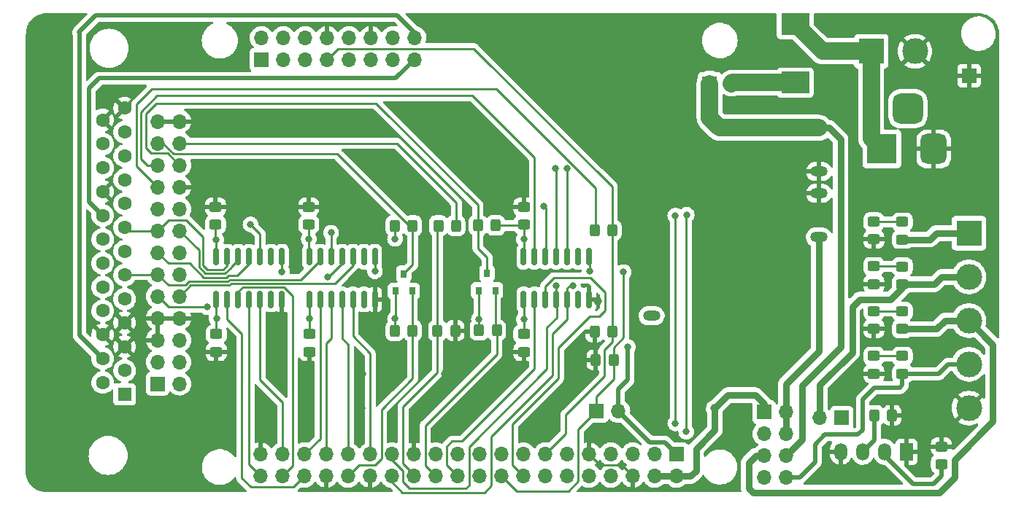
<source format=gbr>
G04 #@! TF.GenerationSoftware,KiCad,Pcbnew,(6.0.11-0)*
G04 #@! TF.CreationDate,2023-04-16T22:12:12+02:00*
G04 #@! TF.ProjectId,FluCom3,466c7543-6f6d-4332-9e6b-696361645f70,3.1*
G04 #@! TF.SameCoordinates,Original*
G04 #@! TF.FileFunction,Copper,L1,Top*
G04 #@! TF.FilePolarity,Positive*
%FSLAX46Y46*%
G04 Gerber Fmt 4.6, Leading zero omitted, Abs format (unit mm)*
G04 Created by KiCad (PCBNEW (6.0.11-0)) date 2023-04-16 22:12:12*
%MOMM*%
%LPD*%
G01*
G04 APERTURE LIST*
G04 Aperture macros list*
%AMRoundRect*
0 Rectangle with rounded corners*
0 $1 Rounding radius*
0 $2 $3 $4 $5 $6 $7 $8 $9 X,Y pos of 4 corners*
0 Add a 4 corners polygon primitive as box body*
4,1,4,$2,$3,$4,$5,$6,$7,$8,$9,$2,$3,0*
0 Add four circle primitives for the rounded corners*
1,1,$1+$1,$2,$3*
1,1,$1+$1,$4,$5*
1,1,$1+$1,$6,$7*
1,1,$1+$1,$8,$9*
0 Add four rect primitives between the rounded corners*
20,1,$1+$1,$2,$3,$4,$5,0*
20,1,$1+$1,$4,$5,$6,$7,0*
20,1,$1+$1,$6,$7,$8,$9,0*
20,1,$1+$1,$8,$9,$2,$3,0*%
G04 Aperture macros list end*
G04 #@! TA.AperFunction,SMDPad,CuDef*
%ADD10RoundRect,0.250000X-0.450000X0.325000X-0.450000X-0.325000X0.450000X-0.325000X0.450000X0.325000X0*%
G04 #@! TD*
G04 #@! TA.AperFunction,SMDPad,CuDef*
%ADD11RoundRect,0.250000X0.450000X-0.325000X0.450000X0.325000X-0.450000X0.325000X-0.450000X-0.325000X0*%
G04 #@! TD*
G04 #@! TA.AperFunction,SMDPad,CuDef*
%ADD12R,3.300000X2.500000*%
G04 #@! TD*
G04 #@! TA.AperFunction,ComponentPad*
%ADD13R,1.700000X1.700000*%
G04 #@! TD*
G04 #@! TA.AperFunction,ComponentPad*
%ADD14O,1.700000X1.700000*%
G04 #@! TD*
G04 #@! TA.AperFunction,ComponentPad*
%ADD15R,3.500000X3.500000*%
G04 #@! TD*
G04 #@! TA.AperFunction,ComponentPad*
%ADD16RoundRect,0.750000X0.750000X1.000000X-0.750000X1.000000X-0.750000X-1.000000X0.750000X-1.000000X0*%
G04 #@! TD*
G04 #@! TA.AperFunction,ComponentPad*
%ADD17RoundRect,0.875000X0.875000X0.875000X-0.875000X0.875000X-0.875000X-0.875000X0.875000X-0.875000X0*%
G04 #@! TD*
G04 #@! TA.AperFunction,ComponentPad*
%ADD18R,3.000000X3.000000*%
G04 #@! TD*
G04 #@! TA.AperFunction,ComponentPad*
%ADD19C,3.000000*%
G04 #@! TD*
G04 #@! TA.AperFunction,SMDPad,CuDef*
%ADD20R,0.800000X0.900000*%
G04 #@! TD*
G04 #@! TA.AperFunction,SMDPad,CuDef*
%ADD21RoundRect,0.250000X0.325000X0.450000X-0.325000X0.450000X-0.325000X-0.450000X0.325000X-0.450000X0*%
G04 #@! TD*
G04 #@! TA.AperFunction,SMDPad,CuDef*
%ADD22RoundRect,0.150000X0.150000X-0.825000X0.150000X0.825000X-0.150000X0.825000X-0.150000X-0.825000X0*%
G04 #@! TD*
G04 #@! TA.AperFunction,ComponentPad*
%ADD23R,1.500000X2.000000*%
G04 #@! TD*
G04 #@! TA.AperFunction,ComponentPad*
%ADD24O,1.500000X2.000000*%
G04 #@! TD*
G04 #@! TA.AperFunction,SMDPad,CuDef*
%ADD25RoundRect,0.250000X-0.325000X-0.450000X0.325000X-0.450000X0.325000X0.450000X-0.325000X0.450000X0*%
G04 #@! TD*
G04 #@! TA.AperFunction,ComponentPad*
%ADD26R,1.600000X1.600000*%
G04 #@! TD*
G04 #@! TA.AperFunction,ComponentPad*
%ADD27C,1.600000*%
G04 #@! TD*
G04 #@! TA.AperFunction,ComponentPad*
%ADD28O,2.000000X1.200000*%
G04 #@! TD*
G04 #@! TA.AperFunction,ViaPad*
%ADD29C,0.800000*%
G04 #@! TD*
G04 #@! TA.AperFunction,ViaPad*
%ADD30C,1.000000*%
G04 #@! TD*
G04 #@! TA.AperFunction,Conductor*
%ADD31C,0.500000*%
G04 #@! TD*
G04 #@! TA.AperFunction,Conductor*
%ADD32C,0.250000*%
G04 #@! TD*
G04 #@! TA.AperFunction,Conductor*
%ADD33C,0.249987*%
G04 #@! TD*
G04 #@! TA.AperFunction,Conductor*
%ADD34C,0.800000*%
G04 #@! TD*
G04 #@! TA.AperFunction,Conductor*
%ADD35C,2.000000*%
G04 #@! TD*
G04 APERTURE END LIST*
D10*
X79603600Y-121555400D03*
X79603600Y-123605400D03*
X90424000Y-121555400D03*
X90424000Y-123605400D03*
D11*
X90322400Y-108822600D03*
X90322400Y-106772600D03*
D10*
X163703000Y-134611000D03*
X163703000Y-136661000D03*
D11*
X155875000Y-115735000D03*
X155875000Y-113685000D03*
D10*
X155875000Y-124100000D03*
X155875000Y-126150000D03*
D11*
X155875000Y-120920000D03*
X155875000Y-118870000D03*
X155875000Y-110550000D03*
X155875000Y-108500000D03*
D12*
X146750000Y-92350000D03*
X146750000Y-85550000D03*
D13*
X133000000Y-135500000D03*
D14*
X133000000Y-138040000D03*
X130460000Y-135500000D03*
X130460000Y-138040000D03*
X127920000Y-135500000D03*
X127920000Y-138040000D03*
X125380000Y-135500000D03*
X125380000Y-138040000D03*
X122840000Y-135500000D03*
X122840000Y-138040000D03*
X120300000Y-135500000D03*
X120300000Y-138040000D03*
X117760000Y-135500000D03*
X117760000Y-138040000D03*
X115220000Y-135500000D03*
X115220000Y-138040000D03*
X112680000Y-135500000D03*
X112680000Y-138040000D03*
X110140000Y-135500000D03*
X110140000Y-138040000D03*
X107600000Y-135500000D03*
X107600000Y-138040000D03*
X105060000Y-135500000D03*
X105060000Y-138040000D03*
X102520000Y-135500000D03*
X102520000Y-138040000D03*
X99980000Y-135500000D03*
X99980000Y-138040000D03*
X97440000Y-135500000D03*
X97440000Y-138040000D03*
X94900000Y-135500000D03*
X94900000Y-138040000D03*
X92360000Y-135500000D03*
X92360000Y-138040000D03*
X89820000Y-135500000D03*
X89820000Y-138040000D03*
X87280000Y-135500000D03*
X87280000Y-138040000D03*
X84740000Y-135500000D03*
X84740000Y-138040000D03*
D13*
X72785000Y-127325000D03*
D14*
X72785000Y-124785000D03*
X72785000Y-122245000D03*
X72785000Y-119705000D03*
X72785000Y-117165000D03*
X72785000Y-114625000D03*
X72785000Y-112085000D03*
X72785000Y-109545000D03*
X72785000Y-107005000D03*
X72785000Y-104465000D03*
X72785000Y-101925000D03*
X72785000Y-99385000D03*
X72785000Y-96845000D03*
X75325000Y-127325000D03*
X75325000Y-124785000D03*
X75325000Y-122245000D03*
X75325000Y-119705000D03*
X75325000Y-117165000D03*
X75325000Y-114625000D03*
X75325000Y-112085000D03*
X75325000Y-109545000D03*
X75325000Y-107005000D03*
X75325000Y-104465000D03*
X75325000Y-101925000D03*
X75325000Y-99385000D03*
X75325000Y-96845000D03*
D15*
X156814000Y-100050000D03*
D16*
X162814000Y-100050000D03*
D17*
X159814000Y-95350000D03*
D18*
X166900000Y-109825000D03*
D19*
X166900000Y-114905000D03*
X166900000Y-119985000D03*
X166900000Y-125065000D03*
X166900000Y-130145000D03*
D18*
X155560000Y-88700000D03*
D19*
X160640000Y-88700000D03*
D13*
X152146000Y-131300000D03*
D14*
X149606000Y-131300000D03*
D20*
X110050000Y-116500000D03*
X111950000Y-116500000D03*
X111000000Y-114500000D03*
D11*
X159175000Y-115766666D03*
X159175000Y-113716666D03*
X159175000Y-120958332D03*
X159175000Y-118908332D03*
X159175000Y-110575000D03*
X159175000Y-108525000D03*
D21*
X112125000Y-121100000D03*
X110075000Y-121100000D03*
X107300000Y-121150000D03*
X105250000Y-121150000D03*
D13*
X166925000Y-91525000D03*
D22*
X79590000Y-117522000D03*
X80860000Y-117522000D03*
X82130000Y-117522000D03*
X83400000Y-117522000D03*
X84670000Y-117522000D03*
X85940000Y-117522000D03*
X87210000Y-117522000D03*
X87210000Y-112572000D03*
X85940000Y-112572000D03*
X84670000Y-112572000D03*
X83400000Y-112572000D03*
X82130000Y-112572000D03*
X80860000Y-112572000D03*
X79590000Y-112572000D03*
X90373200Y-117522000D03*
X91643200Y-117522000D03*
X92913200Y-117522000D03*
X94183200Y-117522000D03*
X95453200Y-117522000D03*
X96723200Y-117522000D03*
X97993200Y-117522000D03*
X97993200Y-112572000D03*
X96723200Y-112572000D03*
X95453200Y-112572000D03*
X94183200Y-112572000D03*
X92913200Y-112572000D03*
X91643200Y-112572000D03*
X90373200Y-112572000D03*
D23*
X159650000Y-135225000D03*
D24*
X157110000Y-135225000D03*
X154570000Y-135225000D03*
X152030000Y-135225000D03*
D21*
X102377000Y-121150000D03*
X100327000Y-121150000D03*
X102377000Y-108966000D03*
X100327000Y-108966000D03*
D20*
X100402000Y-116550000D03*
X102302000Y-116550000D03*
X101352000Y-114550000D03*
D25*
X109950000Y-108916000D03*
X112000000Y-108916000D03*
X123625001Y-124550001D03*
X125675001Y-124550001D03*
D11*
X79502000Y-108822600D03*
X79502000Y-106772600D03*
D10*
X115265200Y-121555400D03*
X115265200Y-123605400D03*
D11*
X115265200Y-108822600D03*
X115265200Y-106772600D03*
D22*
X115238000Y-117522000D03*
X116508000Y-117522000D03*
X117778000Y-117522000D03*
X119048000Y-117522000D03*
X120318000Y-117522000D03*
X121588000Y-117522000D03*
X122858000Y-117522000D03*
X122858000Y-112572000D03*
X121588000Y-112572000D03*
X120318000Y-112572000D03*
X119048000Y-112572000D03*
X117778000Y-112572000D03*
X116508000Y-112572000D03*
X115238000Y-112572000D03*
D25*
X155950000Y-131000000D03*
X158000000Y-131000000D03*
D11*
X159175000Y-126150000D03*
X159175000Y-124100000D03*
D26*
X68961000Y-128550000D03*
D27*
X68961000Y-125780000D03*
X68961000Y-123010000D03*
X68961000Y-120240000D03*
X68961000Y-117470000D03*
X68961000Y-114700000D03*
X68961000Y-111930000D03*
X68961000Y-109160000D03*
X68961000Y-106390000D03*
X68961000Y-103620000D03*
X68961000Y-100850000D03*
X68961000Y-98080000D03*
X68961000Y-95310000D03*
X66421000Y-127165000D03*
X66421000Y-124395000D03*
X66421000Y-121625000D03*
X66421000Y-118855000D03*
X66421000Y-116085000D03*
X66421000Y-113315000D03*
X66421000Y-110545000D03*
X66421000Y-107775000D03*
X66421000Y-105005000D03*
X66421000Y-102235000D03*
X66421000Y-99465000D03*
X66421000Y-96695000D03*
D13*
X123710000Y-130500000D03*
D14*
X126250000Y-130500000D03*
D21*
X125525000Y-109500000D03*
X123475000Y-109500000D03*
D25*
X105350000Y-108966000D03*
X107400000Y-108966000D03*
X123475000Y-121300000D03*
X125525000Y-121300000D03*
D13*
X143150000Y-130600000D03*
D14*
X145690000Y-130600000D03*
X143150000Y-133140000D03*
X145690000Y-133140000D03*
X143150000Y-135680000D03*
X145690000Y-135680000D03*
X143150000Y-138220000D03*
X145690000Y-138220000D03*
D13*
X84836000Y-89662000D03*
D14*
X84836000Y-87122000D03*
X87376000Y-89662000D03*
X87376000Y-87122000D03*
X89916000Y-89662000D03*
X89916000Y-87122000D03*
X92456000Y-89662000D03*
X92456000Y-87122000D03*
X94996000Y-89662000D03*
X94996000Y-87122000D03*
X97536000Y-89662000D03*
X97536000Y-87122000D03*
X100076000Y-89662000D03*
X100076000Y-87122000D03*
X102616000Y-89662000D03*
X102616000Y-87122000D03*
D28*
X149500000Y-97590000D03*
X149500000Y-102670000D03*
X149500000Y-105210000D03*
X149500000Y-110290000D03*
X130094000Y-119434000D03*
D13*
X136825000Y-92450000D03*
D14*
X139365000Y-92450000D03*
D29*
X100330000Y-119761000D03*
X127343493Y-123042991D03*
X90373200Y-119786400D03*
X115265200Y-119837200D03*
X79632411Y-119732567D03*
X110050000Y-119820000D03*
D30*
X85953600Y-108051600D03*
X86850000Y-126202900D03*
X109900000Y-99600000D03*
X117551200Y-131826000D03*
X123850400Y-117754400D03*
X140716000Y-131114800D03*
X120853200Y-125984000D03*
X152450800Y-128473200D03*
X162052000Y-123037600D03*
X141448000Y-115275000D03*
X89458800Y-97536000D03*
X96411463Y-130149989D03*
X106172000Y-126202900D03*
X98900000Y-103000000D03*
X89458800Y-103327200D03*
X96520000Y-126202900D03*
X113639600Y-126085600D03*
X112623600Y-106832400D03*
X89865200Y-126202900D03*
X137414000Y-130175000D03*
D29*
X115265200Y-110540800D03*
X100330000Y-110490000D03*
X90322400Y-110503300D03*
X79603600Y-110591600D03*
X132842000Y-131927600D03*
X132842000Y-107797600D03*
X134162800Y-107696000D03*
X134112000Y-132892800D03*
X97993200Y-114249200D03*
X122886018Y-114235907D03*
X126847600Y-114350800D03*
X87210269Y-114300000D03*
X92506800Y-114903989D03*
X78522700Y-118420034D03*
X117602000Y-106680000D03*
X92913200Y-109778800D03*
X83566000Y-108813600D03*
X119024400Y-115925600D03*
X120954800Y-115925600D03*
X118973600Y-102311200D03*
X120278444Y-102309376D03*
D31*
X127343493Y-126859707D02*
X127343493Y-123042991D01*
D32*
X110050000Y-116500000D02*
X110050000Y-119820000D01*
D33*
X79603600Y-119786400D02*
X79603600Y-121555400D01*
X90373200Y-119786400D02*
X90373200Y-117522000D01*
D31*
X131612000Y-134112000D02*
X133000000Y-135500000D01*
X126250000Y-130500000D02*
X129862000Y-134112000D01*
D32*
X100402000Y-119689000D02*
X100330000Y-119761000D01*
D31*
X126250000Y-127953200D02*
X127343493Y-126859707D01*
X129862000Y-134112000D02*
X131612000Y-134112000D01*
D32*
X100330000Y-121147000D02*
X100330000Y-119761000D01*
D33*
X79603600Y-119786400D02*
X79603600Y-117535600D01*
X90373200Y-119786400D02*
X90373200Y-121504600D01*
D32*
X100402000Y-116550000D02*
X100402000Y-119689000D01*
D33*
X115265200Y-121555400D02*
X115265200Y-119837200D01*
D32*
X110050000Y-119820000D02*
X110050000Y-121075000D01*
D33*
X115265200Y-119837200D02*
X115265200Y-117549200D01*
D31*
X126250000Y-130500000D02*
X126250000Y-127953200D01*
D32*
X126633600Y-136753600D02*
X127920000Y-138040000D01*
X124093600Y-136753600D02*
X126633600Y-136753600D01*
X122840000Y-135500000D02*
X124093600Y-136753600D01*
D33*
X112000000Y-108916000D02*
X115171800Y-108916000D01*
X79502000Y-110490000D02*
X79603600Y-110591600D01*
X100327000Y-110487000D02*
X100330000Y-110490000D01*
D34*
X163098000Y-109825000D02*
X162348000Y-110575000D01*
X133000000Y-138040000D02*
X130460000Y-138040000D01*
X138938000Y-128651000D02*
X137414000Y-130175000D01*
X135255000Y-134874000D02*
X135255000Y-137414000D01*
D33*
X79590000Y-110605200D02*
X79603600Y-110591600D01*
D34*
X137414000Y-130175000D02*
X137414000Y-132715000D01*
D33*
X115265200Y-108822600D02*
X115265200Y-110540800D01*
D34*
X143150000Y-130600000D02*
X143150000Y-129688000D01*
X142113000Y-128651000D02*
X138938000Y-128651000D01*
D33*
X100327000Y-108966000D02*
X100327000Y-110487000D01*
D34*
X137414000Y-132715000D02*
X135255000Y-134874000D01*
X143150000Y-129688000D02*
X142113000Y-128651000D01*
D33*
X90322400Y-108822600D02*
X90322400Y-110503300D01*
X115265200Y-110540800D02*
X115265200Y-112544800D01*
X90322400Y-112521200D02*
X90322400Y-110503300D01*
X79590000Y-112572000D02*
X79590000Y-110605200D01*
D34*
X134629000Y-138040000D02*
X133000000Y-138040000D01*
X166900000Y-109825000D02*
X163098000Y-109825000D01*
X162348000Y-110575000D02*
X159175000Y-110575000D01*
D33*
X79502000Y-108822600D02*
X79502000Y-110490000D01*
D34*
X135255000Y-137414000D02*
X134629000Y-138040000D01*
D31*
X157110000Y-135647000D02*
X160388000Y-138925000D01*
X163703000Y-138049000D02*
X163703000Y-136661000D01*
X162827000Y-138925000D02*
X163703000Y-138049000D01*
X160388000Y-138925000D02*
X162827000Y-138925000D01*
X155950000Y-133845000D02*
X155950000Y-131000000D01*
X154570000Y-135225000D02*
X155950000Y-133845000D01*
D33*
X155875000Y-113685000D02*
X159143334Y-113685000D01*
X159175000Y-124100000D02*
X155875000Y-124100000D01*
D35*
X155560000Y-88700000D02*
X155560000Y-98796000D01*
X155560000Y-98796000D02*
X156814000Y-100050000D01*
X155560000Y-88700000D02*
X149900000Y-88700000D01*
X149900000Y-88700000D02*
X146750000Y-85550000D01*
D33*
X132842000Y-107797600D02*
X132842000Y-131927600D01*
X155875000Y-118870000D02*
X159136668Y-118870000D01*
D35*
X139465000Y-92350000D02*
X139365000Y-92450000D01*
X146750000Y-92350000D02*
X139465000Y-92350000D01*
D33*
X155875000Y-108500000D02*
X159150000Y-108500000D01*
X134112000Y-107746800D02*
X134162800Y-107696000D01*
X134112000Y-132892800D02*
X134112000Y-107746800D01*
D32*
X117778000Y-117145928D02*
X117778000Y-116003600D01*
X119297321Y-126701679D02*
X113944400Y-132054600D01*
X124714000Y-118821200D02*
X124002800Y-119532400D01*
X117778000Y-116003600D02*
X118770400Y-115011200D01*
X119297321Y-123171079D02*
X119297321Y-126701679D01*
X122936000Y-119532400D02*
X119297321Y-123171079D01*
X118770400Y-115011200D02*
X123037600Y-115011200D01*
X124714000Y-116687600D02*
X124714000Y-118821200D01*
X123037600Y-115011200D02*
X124714000Y-116687600D01*
X113944400Y-132054600D02*
X113944400Y-136764400D01*
X124002800Y-119532400D02*
X122936000Y-119532400D01*
X113944400Y-136764400D02*
X115220000Y-138040000D01*
D33*
X125675001Y-124550001D02*
X125675001Y-126800999D01*
X112680000Y-138040000D02*
X114441600Y-139801600D01*
X125675001Y-124550001D02*
X125675001Y-123092599D01*
X123710000Y-128766000D02*
X123710000Y-130500000D01*
X125675001Y-126800999D02*
X123710000Y-128766000D01*
X121564400Y-138658600D02*
X121564400Y-132645600D01*
X87210269Y-112572269D02*
X87210269Y-114300000D01*
X126847600Y-121920000D02*
X126847600Y-114350800D01*
X122885200Y-114235089D02*
X122886018Y-114235907D01*
X114441600Y-139801600D02*
X120421400Y-139801600D01*
X122885200Y-112599200D02*
X122885200Y-114235089D01*
X125675001Y-123092599D02*
X126847600Y-121920000D01*
X97993200Y-114249200D02*
X97993200Y-112572000D01*
X120421400Y-139801600D02*
X121564400Y-138658600D01*
X121564400Y-132645600D02*
X123710000Y-130500000D01*
D32*
X106324400Y-136764400D02*
X107600000Y-138040000D01*
X116508000Y-125604800D02*
X108102400Y-134010400D01*
X106324400Y-134620000D02*
X106324400Y-136764400D01*
X116508000Y-117522000D02*
X116508000Y-125604800D01*
X106934000Y-134010400D02*
X106324400Y-134620000D01*
X108102400Y-134010400D02*
X106934000Y-134010400D01*
X105060000Y-138040000D02*
X103835200Y-136815200D01*
X103835200Y-136815200D02*
X103835200Y-132164800D01*
X103835200Y-132164800D02*
X112125000Y-123875000D01*
X111950000Y-116500000D02*
X111950000Y-120925000D01*
X112125000Y-123875000D02*
X112125000Y-121100000D01*
X101250000Y-130020978D02*
X105257600Y-126013378D01*
X102520000Y-138040000D02*
X102520000Y-137831400D01*
X101250000Y-136561400D02*
X101250000Y-130020978D01*
X105250000Y-121150000D02*
X105250000Y-109450000D01*
X105257600Y-126013378D02*
X105257600Y-121157600D01*
X102520000Y-137831400D02*
X101250000Y-136561400D01*
D34*
X145669000Y-127381000D02*
X145690000Y-127402000D01*
X145690000Y-127402000D02*
X145690000Y-130600000D01*
X149500000Y-110290000D02*
X149500000Y-123550000D01*
X149500000Y-123550000D02*
X145669000Y-127381000D01*
X145690000Y-130600000D02*
X145690000Y-133140000D01*
D33*
X97440000Y-123805200D02*
X95453200Y-121818400D01*
X95453200Y-121818400D02*
X95453200Y-117522000D01*
X97440000Y-135500000D02*
X97440000Y-123805200D01*
X94894400Y-135494400D02*
X94894400Y-122783600D01*
X94183200Y-122072400D02*
X94183200Y-117522000D01*
X94894400Y-122783600D02*
X94183200Y-122072400D01*
D32*
X102302000Y-116550000D02*
X102302000Y-121075000D01*
X98750000Y-130358000D02*
X102377000Y-126731000D01*
X102377000Y-126731000D02*
X102377000Y-121150000D01*
X98750000Y-136000000D02*
X98750000Y-130358000D01*
X98000000Y-136750000D02*
X98750000Y-136000000D01*
X94900000Y-138040000D02*
X96190000Y-136750000D01*
X96190000Y-136750000D02*
X98000000Y-136750000D01*
D33*
X92913200Y-122072400D02*
X92360000Y-122625600D01*
X92913200Y-117522000D02*
X92913200Y-122072400D01*
X92360000Y-122625600D02*
X92360000Y-135500000D01*
X91643200Y-133676800D02*
X89820000Y-135500000D01*
X91643200Y-117522000D02*
X91643200Y-133676800D01*
X82550000Y-138277600D02*
X83616800Y-139344400D01*
X80860000Y-119823600D02*
X82550000Y-121513600D01*
X88515600Y-139344400D02*
X89820000Y-138040000D01*
X82550000Y-121513600D02*
X82550000Y-138277600D01*
X83616800Y-139344400D02*
X88515600Y-139344400D01*
X80860000Y-117522000D02*
X80860000Y-119823600D01*
D32*
X84670000Y-126884800D02*
X87280000Y-129494800D01*
X87280000Y-129494800D02*
X87280000Y-135500000D01*
X84670000Y-117522000D02*
X84670000Y-126884800D01*
X82130000Y-116650400D02*
X82130000Y-117522000D01*
X82661327Y-116119073D02*
X82130000Y-116650400D01*
X87453145Y-116119073D02*
X82661327Y-116119073D01*
X88454511Y-117120439D02*
X87453145Y-116119073D01*
X88454511Y-136865489D02*
X88454511Y-117120439D01*
X87280000Y-138040000D02*
X88454511Y-136865489D01*
X83400000Y-117522000D02*
X83400000Y-136700000D01*
X83400000Y-136700000D02*
X84740000Y-138040000D01*
D35*
X136825000Y-92450000D02*
X136825000Y-96439000D01*
D34*
X150676000Y-97590000D02*
X149500000Y-97590000D01*
X147574000Y-133796000D02*
X147574000Y-127508000D01*
D35*
X137976000Y-97590000D02*
X149500000Y-97590000D01*
D34*
X152019000Y-123063000D02*
X152019000Y-98933000D01*
X147574000Y-127508000D02*
X152019000Y-123063000D01*
X145690000Y-135680000D02*
X147574000Y-133796000D01*
X152019000Y-98933000D02*
X150676000Y-97590000D01*
D35*
X136825000Y-96439000D02*
X137976000Y-97590000D01*
D34*
X163733000Y-114905000D02*
X162871334Y-115766666D01*
D31*
X100584000Y-84531200D02*
X102616000Y-86563200D01*
D34*
X162871334Y-115766666D02*
X159175000Y-115766666D01*
X153365200Y-123698000D02*
X149707600Y-127355600D01*
D31*
X63703200Y-86563200D02*
X63652400Y-86512400D01*
X65633600Y-84531200D02*
X100584000Y-84531200D01*
D34*
X154228800Y-117551200D02*
X153365200Y-118414800D01*
D31*
X66421000Y-124395000D02*
X63703200Y-121677200D01*
D34*
X149606000Y-127457200D02*
X149606000Y-131300000D01*
X159175000Y-115766666D02*
X159175000Y-116211800D01*
X153365200Y-118414800D02*
X153365200Y-123698000D01*
X157835600Y-117551200D02*
X154228800Y-117551200D01*
D31*
X63652400Y-86512400D02*
X65633600Y-84531200D01*
D34*
X166900000Y-114905000D02*
X163733000Y-114905000D01*
D31*
X63703200Y-121677200D02*
X63703200Y-86563200D01*
X102616000Y-86563200D02*
X102616000Y-87122000D01*
D34*
X159175000Y-116211800D02*
X157835600Y-117551200D01*
D32*
X74097738Y-118420034D02*
X78522700Y-118420034D01*
X72842704Y-117165000D02*
X74097738Y-118420034D01*
X92600711Y-114903989D02*
X92506800Y-114903989D01*
X94183200Y-113321500D02*
X92600711Y-114903989D01*
X75979496Y-115874800D02*
X74034800Y-115874800D01*
X72785000Y-114625000D02*
X69036000Y-114625000D01*
X91643200Y-112948072D02*
X89371220Y-115220052D01*
X80944223Y-115425289D02*
X76429006Y-115425290D01*
X89371220Y-115220052D02*
X81149460Y-115220052D01*
X74034800Y-115874800D02*
X72785000Y-114625000D01*
X81149460Y-115220052D02*
X80944223Y-115425289D01*
X76429006Y-115425290D02*
X75979496Y-115874800D01*
X80963267Y-114770541D02*
X82028659Y-114770541D01*
X74041704Y-113334800D02*
X76503392Y-113334800D01*
X72791904Y-112085000D02*
X74041704Y-113334800D01*
X80758030Y-114975778D02*
X80963267Y-114770541D01*
X78144371Y-114975779D02*
X80758030Y-114975778D01*
X76503392Y-113334800D02*
X78144371Y-114975779D01*
X82028659Y-114770541D02*
X83400000Y-113399200D01*
X80860000Y-113602400D02*
X80860000Y-112948072D01*
X78028800Y-113588800D02*
X78516757Y-114076757D01*
X76098400Y-108305600D02*
X78028800Y-110236000D01*
X74024400Y-108305600D02*
X76098400Y-108305600D01*
X72785000Y-109545000D02*
X74024400Y-108305600D01*
X78028800Y-110236000D02*
X78028800Y-113588800D01*
X72785000Y-109545000D02*
X69346000Y-109545000D01*
X80385643Y-114076757D02*
X80860000Y-113602400D01*
X78516757Y-114076757D02*
X80385643Y-114076757D01*
X117777999Y-112572000D02*
X117805200Y-112544799D01*
X117805200Y-112544799D02*
X117805200Y-106883200D01*
X117805200Y-106883200D02*
X117602000Y-106680000D01*
X123571000Y-104577332D02*
X123571000Y-109404000D01*
X72785000Y-104465000D02*
X70358000Y-102038000D01*
X112084668Y-93091000D02*
X123571000Y-104577332D01*
X70358000Y-94869000D02*
X72136000Y-93091000D01*
X72136000Y-93091000D02*
X112084668Y-93091000D01*
X70358000Y-102038000D02*
X70358000Y-94869000D01*
X70866000Y-101208081D02*
X70866000Y-95758000D01*
X109321600Y-93878400D02*
X116508000Y-101064800D01*
X72745600Y-93878400D02*
X109321600Y-93878400D01*
X116508000Y-101064800D02*
X116508000Y-112572000D01*
X72785000Y-101925000D02*
X71582919Y-101925000D01*
X70866000Y-95758000D02*
X72745600Y-93878400D01*
X71582919Y-101925000D02*
X70866000Y-101208081D01*
X73420704Y-99385000D02*
X74627393Y-100591689D01*
X74627393Y-100591689D02*
X93618689Y-100591689D01*
X93618689Y-100591689D02*
X102377000Y-109350000D01*
X102377000Y-109350000D02*
X102377000Y-113475000D01*
X72785000Y-99385000D02*
X73420704Y-99385000D01*
X101352000Y-114500000D02*
X101352000Y-114550000D01*
X102377000Y-113475000D02*
X101352000Y-114500000D01*
D34*
X166900000Y-119985000D02*
X164114000Y-119985000D01*
X165227000Y-136144000D02*
X169672000Y-131699000D01*
X169672000Y-131699000D02*
X169672000Y-122757000D01*
X169672000Y-122757000D02*
X166900000Y-119985000D01*
X141351000Y-139446000D02*
X141859000Y-139954000D01*
X141351000Y-136525000D02*
X141351000Y-139446000D01*
X163449000Y-139954000D02*
X165227000Y-138176000D01*
X142196000Y-135680000D02*
X141351000Y-136525000D01*
X165227000Y-138176000D02*
X165227000Y-136144000D01*
X141859000Y-139954000D02*
X163449000Y-139954000D01*
X164114000Y-119985000D02*
X163140668Y-120958332D01*
X143150000Y-135680000D02*
X142196000Y-135680000D01*
X163140668Y-120958332D02*
X159175000Y-120958332D01*
D32*
X95453200Y-112572000D02*
X95453200Y-113588800D01*
X76615200Y-115874800D02*
X75325000Y-117165000D01*
X81130416Y-115874800D02*
X76615200Y-115874800D01*
X81335654Y-115669562D02*
X81130416Y-115874800D01*
X95453200Y-113588800D02*
X93372438Y-115669562D01*
X93372438Y-115669562D02*
X81335654Y-115669562D01*
X92913200Y-112572000D02*
X92913200Y-109778800D01*
X84670000Y-112572000D02*
X84670000Y-109917600D01*
X84670000Y-109917600D02*
X83566000Y-108813600D01*
X81309511Y-113768561D02*
X81309510Y-113788594D01*
X77579289Y-113774993D02*
X77579289Y-111799289D01*
X78330563Y-114526267D02*
X77579289Y-113774993D01*
X80571836Y-114526268D02*
X78330563Y-114526267D01*
X82130000Y-112948072D02*
X81309511Y-113768561D01*
X81309510Y-113788594D02*
X80571836Y-114526268D01*
X77579289Y-111799289D02*
X75325000Y-109545000D01*
X82130000Y-112572000D02*
X82130000Y-112948072D01*
D31*
X149047200Y-134366000D02*
X150164800Y-133248400D01*
X158877000Y-127762000D02*
X159175000Y-127464000D01*
X145690000Y-138220000D02*
X147276000Y-138220000D01*
X159175000Y-126150000D02*
X163410000Y-126150000D01*
X154559000Y-132715000D02*
X154559000Y-129159000D01*
X149047200Y-136448800D02*
X149047200Y-134366000D01*
X150164800Y-133248400D02*
X154025600Y-133248400D01*
X164495000Y-125065000D02*
X166900000Y-125065000D01*
X163410000Y-126150000D02*
X164495000Y-125065000D01*
X154559000Y-129159000D02*
X155956000Y-127762000D01*
X159175000Y-127464000D02*
X159175000Y-126150000D01*
X102616000Y-89662000D02*
X100431600Y-91846400D01*
X65989200Y-91846400D02*
X64820800Y-93014800D01*
X64820800Y-106174800D02*
X66421000Y-107775000D01*
X154025600Y-133248400D02*
X154559000Y-132715000D01*
X155956000Y-127762000D02*
X158877000Y-127762000D01*
X100431600Y-91846400D02*
X65989200Y-91846400D01*
X147276000Y-138220000D02*
X149047200Y-136448800D01*
X64820800Y-93014800D02*
X64820800Y-106174800D01*
D32*
X71424800Y-99974400D02*
X71424800Y-95961200D01*
X98094800Y-94742000D02*
X109931200Y-106578400D01*
X109931200Y-106578400D02*
X109931200Y-108897200D01*
X75325000Y-101925000D02*
X73959511Y-100559511D01*
X73959511Y-100559511D02*
X72009911Y-100559511D01*
X111000000Y-112651000D02*
X111000000Y-114500000D01*
X109931200Y-108897200D02*
X109950000Y-108916000D01*
X109950000Y-109300000D02*
X109950000Y-111601000D01*
X72644000Y-94742000D02*
X98094800Y-94742000D01*
X71424800Y-95961200D02*
X72644000Y-94742000D01*
X72009911Y-100559511D02*
X71424800Y-99974400D01*
X109950000Y-111601000D02*
X111000000Y-112651000D01*
X107442000Y-106299000D02*
X107442000Y-108924000D01*
X75325000Y-99385000D02*
X100528000Y-99385000D01*
X107442000Y-108924000D02*
X107400000Y-108966000D01*
X100528000Y-99385000D02*
X107442000Y-106299000D01*
X120142000Y-130937000D02*
X120142000Y-133118000D01*
X125525000Y-121300000D02*
X125525000Y-122480600D01*
D33*
X125525000Y-104443000D02*
X125525000Y-109500000D01*
X93718000Y-88400000D02*
X109482000Y-88400000D01*
X125525000Y-109500000D02*
X125525000Y-121300000D01*
D32*
X124612400Y-123393200D02*
X124612400Y-126466600D01*
D33*
X109482000Y-88400000D02*
X125525000Y-104443000D01*
D32*
X124612400Y-126466600D02*
X120142000Y-130937000D01*
X120142000Y-133118000D02*
X117760000Y-135500000D01*
X125525000Y-122480600D02*
X124612400Y-123393200D01*
D33*
X92456000Y-89662000D02*
X93718000Y-88400000D01*
X117957600Y-120802400D02*
X119126000Y-119634000D01*
X102006400Y-139496800D02*
X108559600Y-139496800D01*
X119126000Y-119634000D02*
X119126000Y-117600000D01*
X119126000Y-117600000D02*
X119048000Y-117522000D01*
X108915200Y-139141200D02*
X108915200Y-134670800D01*
X101244400Y-137414000D02*
X101244400Y-138734800D01*
X108915200Y-134670800D02*
X117957600Y-125628400D01*
X99980000Y-136149600D02*
X101244400Y-137414000D01*
X119048000Y-115949200D02*
X119024400Y-115925600D01*
X99980000Y-135500000D02*
X99980000Y-136149600D01*
X119048000Y-117522000D02*
X119048000Y-115949200D01*
X101244400Y-138734800D02*
X102006400Y-139496800D01*
X117957600Y-125628400D02*
X117957600Y-120802400D01*
X108559600Y-139496800D02*
X108915200Y-139141200D01*
X120599200Y-115925600D02*
X120954800Y-115925600D01*
X101193600Y-139954000D02*
X110693200Y-139954000D01*
X120294400Y-117545600D02*
X120318000Y-117522000D01*
X118618000Y-121513600D02*
X120294400Y-119837200D01*
X111505496Y-139141704D02*
X111505496Y-133502904D01*
X120294400Y-119837200D02*
X120294400Y-117545600D01*
X118618000Y-126390400D02*
X118618000Y-121513600D01*
X99980000Y-138040000D02*
X99980000Y-138740400D01*
X110693200Y-139954000D02*
X111505496Y-139141704D01*
X99980000Y-138740400D02*
X101193600Y-139954000D01*
X120318000Y-117522000D02*
X120318000Y-116206800D01*
X111505496Y-133502904D02*
X118618000Y-126390400D01*
X120318000Y-116206800D02*
X120599200Y-115925600D01*
X119048000Y-112572000D02*
X119048000Y-102385600D01*
X119048000Y-102385600D02*
X118973600Y-102311200D01*
X120318000Y-102348932D02*
X120278444Y-102309376D01*
X120318000Y-112572000D02*
X120318000Y-102348932D01*
G04 #@! TA.AperFunction,Conductor*
G36*
X141734658Y-129579502D02*
G01*
X141781151Y-129633158D01*
X141791136Y-129695022D01*
X141792053Y-129695072D01*
X141791869Y-129698469D01*
X141791500Y-129701866D01*
X141791500Y-131498134D01*
X141798255Y-131560316D01*
X141849385Y-131696705D01*
X141936739Y-131813261D01*
X142053295Y-131900615D01*
X142061704Y-131903767D01*
X142061705Y-131903768D01*
X142170451Y-131944535D01*
X142227216Y-131987176D01*
X142251916Y-132053738D01*
X142236709Y-132123087D01*
X142217316Y-132149568D01*
X142097854Y-132274578D01*
X142090629Y-132282138D01*
X142087720Y-132286403D01*
X142087714Y-132286411D01*
X142040342Y-132355856D01*
X141964743Y-132466680D01*
X141936498Y-132527529D01*
X141874194Y-132661753D01*
X141870688Y-132669305D01*
X141810989Y-132884570D01*
X141787251Y-133106695D01*
X141787548Y-133111848D01*
X141787548Y-133111851D01*
X141799618Y-133321177D01*
X141800110Y-133329715D01*
X141801247Y-133334761D01*
X141801248Y-133334767D01*
X141822584Y-133429439D01*
X141849222Y-133547639D01*
X141887461Y-133641811D01*
X141922080Y-133727067D01*
X141933266Y-133754616D01*
X141971798Y-133817495D01*
X142047291Y-133940688D01*
X142049987Y-133945088D01*
X142196250Y-134113938D01*
X142334371Y-134228608D01*
X142355013Y-134245745D01*
X142368126Y-134256632D01*
X142417511Y-134285490D01*
X142441445Y-134299476D01*
X142490169Y-134351114D01*
X142503240Y-134420897D01*
X142476509Y-134486669D01*
X142436055Y-134520027D01*
X142423607Y-134526507D01*
X142419474Y-134529610D01*
X142419471Y-134529612D01*
X142249100Y-134657530D01*
X142244965Y-134660635D01*
X142223544Y-134683051D01*
X142171824Y-134737173D01*
X142110300Y-134772603D01*
X142087325Y-134775949D01*
X142059697Y-134777397D01*
X142059696Y-134777397D01*
X142053096Y-134777743D01*
X142039508Y-134781384D01*
X142020061Y-134784988D01*
X142012644Y-134785767D01*
X142012640Y-134785768D01*
X142006072Y-134786458D01*
X141949276Y-134804912D01*
X141941009Y-134807598D01*
X141934685Y-134809471D01*
X141875010Y-134825461D01*
X141875006Y-134825462D01*
X141868630Y-134827171D01*
X141862748Y-134830168D01*
X141856093Y-134833559D01*
X141837826Y-134841125D01*
X141830728Y-134843431D01*
X141830726Y-134843432D01*
X141824444Y-134845473D01*
X141818722Y-134848777D01*
X141818721Y-134848777D01*
X141765223Y-134879664D01*
X141759426Y-134882812D01*
X141704352Y-134910873D01*
X141704349Y-134910875D01*
X141698469Y-134913871D01*
X141687526Y-134922733D01*
X141671237Y-134933927D01*
X141659056Y-134940960D01*
X141654150Y-134945377D01*
X141654145Y-134945381D01*
X141608221Y-134986731D01*
X141603221Y-134991002D01*
X141587259Y-135003928D01*
X141572744Y-135018443D01*
X141567959Y-135022984D01*
X141517134Y-135068747D01*
X141513255Y-135074086D01*
X141513254Y-135074087D01*
X141508860Y-135080135D01*
X141496019Y-135095168D01*
X140766168Y-135825019D01*
X140751135Y-135837860D01*
X140739747Y-135846134D01*
X140735327Y-135851043D01*
X140693984Y-135896959D01*
X140689443Y-135901744D01*
X140674928Y-135916259D01*
X140671623Y-135920341D01*
X140662006Y-135932216D01*
X140657722Y-135937231D01*
X140616381Y-135983145D01*
X140616377Y-135983150D01*
X140611960Y-135988056D01*
X140608660Y-135993772D01*
X140608657Y-135993776D01*
X140604927Y-136000237D01*
X140593727Y-136016533D01*
X140584871Y-136027470D01*
X140569768Y-136057112D01*
X140553815Y-136088421D01*
X140550667Y-136094218D01*
X140519833Y-136147625D01*
X140516473Y-136153444D01*
X140514432Y-136159726D01*
X140514431Y-136159728D01*
X140512125Y-136166826D01*
X140504560Y-136185092D01*
X140498171Y-136197630D01*
X140496463Y-136204003D01*
X140496463Y-136204004D01*
X140480469Y-136263695D01*
X140478600Y-136270003D01*
X140457458Y-136335072D01*
X140456768Y-136341637D01*
X140456766Y-136341646D01*
X140455985Y-136349075D01*
X140452383Y-136368509D01*
X140450453Y-136375714D01*
X140448743Y-136382097D01*
X140448398Y-136388688D01*
X140448397Y-136388692D01*
X140445164Y-136450384D01*
X140444647Y-136456958D01*
X140443273Y-136470031D01*
X140442500Y-136477390D01*
X140442500Y-136497926D01*
X140442327Y-136504520D01*
X140439237Y-136563489D01*
X140438748Y-136572810D01*
X140440607Y-136584543D01*
X140440949Y-136586705D01*
X140442500Y-136606417D01*
X140442500Y-139364583D01*
X140440949Y-139384292D01*
X140438748Y-139398190D01*
X140439093Y-139404777D01*
X140439093Y-139404782D01*
X140442327Y-139466480D01*
X140442500Y-139473074D01*
X140442500Y-139493610D01*
X140442844Y-139496882D01*
X140442844Y-139496884D01*
X140444647Y-139514042D01*
X140445164Y-139520616D01*
X140445279Y-139522799D01*
X140448743Y-139588903D01*
X140450453Y-139595284D01*
X140450453Y-139595286D01*
X140452383Y-139602491D01*
X140455985Y-139621925D01*
X140456766Y-139629354D01*
X140456768Y-139629363D01*
X140457458Y-139635928D01*
X140478600Y-139700997D01*
X140480469Y-139707306D01*
X140487324Y-139732890D01*
X140485634Y-139803866D01*
X140445839Y-139862662D01*
X140380575Y-139890609D01*
X140365617Y-139891500D01*
X138004850Y-139891500D01*
X121532053Y-139891027D01*
X121463934Y-139871023D01*
X121417443Y-139817366D01*
X121407341Y-139747092D01*
X121436836Y-139682512D01*
X121442963Y-139675932D01*
X121928883Y-139190012D01*
X121991195Y-139155986D01*
X122062010Y-139161051D01*
X122081548Y-139170319D01*
X122145115Y-139207464D01*
X122251000Y-139269338D01*
X122459692Y-139349030D01*
X122464760Y-139350061D01*
X122464763Y-139350062D01*
X122559862Y-139369410D01*
X122678597Y-139393567D01*
X122683772Y-139393757D01*
X122683774Y-139393757D01*
X122896673Y-139401564D01*
X122896677Y-139401564D01*
X122901837Y-139401753D01*
X122906957Y-139401097D01*
X122906959Y-139401097D01*
X123118288Y-139374025D01*
X123118289Y-139374025D01*
X123123416Y-139373368D01*
X123128376Y-139371880D01*
X123332429Y-139310661D01*
X123332434Y-139310659D01*
X123337384Y-139309174D01*
X123537994Y-139210896D01*
X123719860Y-139081173D01*
X123729697Y-139071371D01*
X123838264Y-138963182D01*
X123878096Y-138923489D01*
X123973276Y-138791032D01*
X124008453Y-138742077D01*
X124009776Y-138743028D01*
X124056645Y-138699857D01*
X124126580Y-138687625D01*
X124192026Y-138715144D01*
X124219875Y-138746994D01*
X124279987Y-138845088D01*
X124426250Y-139013938D01*
X124598126Y-139156632D01*
X124791000Y-139269338D01*
X124999692Y-139349030D01*
X125004760Y-139350061D01*
X125004763Y-139350062D01*
X125099862Y-139369410D01*
X125218597Y-139393567D01*
X125223772Y-139393757D01*
X125223774Y-139393757D01*
X125436673Y-139401564D01*
X125436677Y-139401564D01*
X125441837Y-139401753D01*
X125446957Y-139401097D01*
X125446959Y-139401097D01*
X125658288Y-139374025D01*
X125658289Y-139374025D01*
X125663416Y-139373368D01*
X125668376Y-139371880D01*
X125872429Y-139310661D01*
X125872434Y-139310659D01*
X125877384Y-139309174D01*
X126077994Y-139210896D01*
X126259860Y-139081173D01*
X126269697Y-139071371D01*
X126378264Y-138963182D01*
X126418096Y-138923489D01*
X126513276Y-138791032D01*
X126548453Y-138742077D01*
X126549640Y-138742930D01*
X126596960Y-138699362D01*
X126666897Y-138687145D01*
X126732338Y-138714678D01*
X126760166Y-138746511D01*
X126817694Y-138840388D01*
X126823777Y-138848699D01*
X126963213Y-139009667D01*
X126970580Y-139016883D01*
X127134434Y-139152916D01*
X127142881Y-139158831D01*
X127326756Y-139266279D01*
X127336042Y-139270729D01*
X127535001Y-139346703D01*
X127544899Y-139349579D01*
X127648250Y-139370606D01*
X127662299Y-139369410D01*
X127666000Y-139359065D01*
X127666000Y-137912000D01*
X127686002Y-137843879D01*
X127739658Y-137797386D01*
X127792000Y-137786000D01*
X128048000Y-137786000D01*
X128116121Y-137806002D01*
X128162614Y-137859658D01*
X128174000Y-137912000D01*
X128174000Y-139358517D01*
X128178064Y-139372359D01*
X128191478Y-139374393D01*
X128198184Y-139373534D01*
X128208262Y-139371392D01*
X128412255Y-139310191D01*
X128421842Y-139306433D01*
X128613095Y-139212739D01*
X128621945Y-139207464D01*
X128795328Y-139083792D01*
X128803200Y-139077139D01*
X128954052Y-138926812D01*
X128960730Y-138918965D01*
X129088022Y-138741819D01*
X129089279Y-138742722D01*
X129136373Y-138699362D01*
X129206311Y-138687145D01*
X129271751Y-138714678D01*
X129299579Y-138746511D01*
X129359987Y-138845088D01*
X129506250Y-139013938D01*
X129678126Y-139156632D01*
X129871000Y-139269338D01*
X130079692Y-139349030D01*
X130084760Y-139350061D01*
X130084763Y-139350062D01*
X130179862Y-139369410D01*
X130298597Y-139393567D01*
X130303772Y-139393757D01*
X130303774Y-139393757D01*
X130516673Y-139401564D01*
X130516677Y-139401564D01*
X130521837Y-139401753D01*
X130526957Y-139401097D01*
X130526959Y-139401097D01*
X130738288Y-139374025D01*
X130738289Y-139374025D01*
X130743416Y-139373368D01*
X130748376Y-139371880D01*
X130952429Y-139310661D01*
X130952434Y-139310659D01*
X130957384Y-139309174D01*
X131157994Y-139210896D01*
X131339860Y-139081173D01*
X131436120Y-138985248D01*
X131498490Y-138951333D01*
X131525059Y-138948500D01*
X131932011Y-138948500D01*
X132000132Y-138968502D01*
X132027248Y-138992002D01*
X132042864Y-139010030D01*
X132042869Y-139010035D01*
X132046250Y-139013938D01*
X132218126Y-139156632D01*
X132411000Y-139269338D01*
X132619692Y-139349030D01*
X132624760Y-139350061D01*
X132624763Y-139350062D01*
X132719862Y-139369410D01*
X132838597Y-139393567D01*
X132843772Y-139393757D01*
X132843774Y-139393757D01*
X133056673Y-139401564D01*
X133056677Y-139401564D01*
X133061837Y-139401753D01*
X133066957Y-139401097D01*
X133066959Y-139401097D01*
X133278288Y-139374025D01*
X133278289Y-139374025D01*
X133283416Y-139373368D01*
X133288376Y-139371880D01*
X133492429Y-139310661D01*
X133492434Y-139310659D01*
X133497384Y-139309174D01*
X133697994Y-139210896D01*
X133879860Y-139081173D01*
X133976120Y-138985248D01*
X134038490Y-138951333D01*
X134065059Y-138948500D01*
X134547583Y-138948500D01*
X134567292Y-138950051D01*
X134581190Y-138952252D01*
X134587777Y-138951907D01*
X134587782Y-138951907D01*
X134649480Y-138948673D01*
X134656074Y-138948500D01*
X134676610Y-138948500D01*
X134679882Y-138948156D01*
X134679884Y-138948156D01*
X134697042Y-138946353D01*
X134703616Y-138945836D01*
X134765308Y-138942603D01*
X134765312Y-138942602D01*
X134771903Y-138942257D01*
X134778284Y-138940547D01*
X134778286Y-138940547D01*
X134785491Y-138938617D01*
X134804925Y-138935015D01*
X134812354Y-138934234D01*
X134812363Y-138934232D01*
X134818928Y-138933542D01*
X134883997Y-138912400D01*
X134890299Y-138910533D01*
X134956370Y-138892829D01*
X134968908Y-138886440D01*
X134987174Y-138878875D01*
X134994272Y-138876569D01*
X134994274Y-138876568D01*
X135000556Y-138874527D01*
X135010192Y-138868964D01*
X135059782Y-138840333D01*
X135065579Y-138837185D01*
X135070621Y-138834616D01*
X135126530Y-138806129D01*
X135137467Y-138797273D01*
X135153763Y-138786073D01*
X135160224Y-138782343D01*
X135160228Y-138782340D01*
X135165944Y-138779040D01*
X135170850Y-138774623D01*
X135170855Y-138774619D01*
X135216769Y-138733278D01*
X135221784Y-138728994D01*
X135235177Y-138718148D01*
X135237741Y-138716072D01*
X135252256Y-138701557D01*
X135257041Y-138697016D01*
X135302957Y-138655673D01*
X135307866Y-138651253D01*
X135316140Y-138639865D01*
X135328981Y-138624832D01*
X135839832Y-138113981D01*
X135854865Y-138101140D01*
X135860913Y-138096746D01*
X135860914Y-138096745D01*
X135866253Y-138092866D01*
X135912016Y-138042041D01*
X135916557Y-138037256D01*
X135931072Y-138022741D01*
X135943994Y-138006784D01*
X135948278Y-138001769D01*
X135989617Y-137955857D01*
X135989620Y-137955853D01*
X135994040Y-137950944D01*
X135995288Y-137948782D01*
X136050305Y-137906359D01*
X136121041Y-137900285D01*
X136183833Y-137933418D01*
X136208582Y-137967161D01*
X136237711Y-138025077D01*
X136244354Y-138038286D01*
X136246780Y-138041815D01*
X136246783Y-138041821D01*
X136291298Y-138106590D01*
X136401509Y-138266948D01*
X136439946Y-138309190D01*
X136562404Y-138443769D01*
X136588243Y-138472166D01*
X136621826Y-138500246D01*
X136797809Y-138647391D01*
X136797814Y-138647395D01*
X136801101Y-138650143D01*
X136879563Y-138699362D01*
X137032503Y-138795302D01*
X137032507Y-138795304D01*
X137036143Y-138797585D01*
X137141350Y-138845088D01*
X137285109Y-138909998D01*
X137285113Y-138910000D01*
X137289021Y-138911764D01*
X137340943Y-138927144D01*
X137550943Y-138989349D01*
X137550947Y-138989350D01*
X137555056Y-138990567D01*
X137559290Y-138991215D01*
X137559295Y-138991216D01*
X137780650Y-139025088D01*
X137829323Y-139032536D01*
X137970588Y-139034755D01*
X138102458Y-139036827D01*
X138102464Y-139036827D01*
X138106749Y-139036894D01*
X138382200Y-139003561D01*
X138633909Y-138937526D01*
X138646435Y-138934240D01*
X138646436Y-138934240D01*
X138650578Y-138933153D01*
X138906917Y-138826973D01*
X138914042Y-138822810D01*
X139142777Y-138689148D01*
X139142778Y-138689148D01*
X139146475Y-138686987D01*
X139151202Y-138683281D01*
X139361446Y-138518428D01*
X139364818Y-138515784D01*
X139377211Y-138502996D01*
X139516403Y-138359361D01*
X139557906Y-138316533D01*
X139560439Y-138313085D01*
X139560443Y-138313080D01*
X139716128Y-138101140D01*
X139722166Y-138092920D01*
X139735495Y-138068371D01*
X139852509Y-137852859D01*
X139852510Y-137852857D01*
X139854559Y-137849083D01*
X139952634Y-137589535D01*
X139970265Y-137512552D01*
X140013620Y-137323258D01*
X140013621Y-137323253D01*
X140014577Y-137319078D01*
X140039242Y-137042716D01*
X140039689Y-137000000D01*
X140037914Y-136973963D01*
X140021109Y-136727459D01*
X140021108Y-136727453D01*
X140020817Y-136723182D01*
X140018763Y-136713261D01*
X139988502Y-136567137D01*
X139964552Y-136451487D01*
X139871934Y-136189942D01*
X139784324Y-136020200D01*
X139746642Y-135947193D01*
X139746642Y-135947192D01*
X139744677Y-135943386D01*
X139740352Y-135937231D01*
X139639964Y-135794395D01*
X139585136Y-135716382D01*
X139466276Y-135588474D01*
X139399184Y-135516274D01*
X139399181Y-135516272D01*
X139396263Y-135513131D01*
X139202544Y-135354574D01*
X139184868Y-135340106D01*
X139184865Y-135340104D01*
X139181553Y-135337393D01*
X138966855Y-135205825D01*
X138948639Y-135194662D01*
X138948636Y-135194661D01*
X138944980Y-135192420D01*
X138690920Y-135080896D01*
X138686792Y-135079720D01*
X138686789Y-135079719D01*
X138479875Y-135020778D01*
X138424075Y-135004883D01*
X138174257Y-134969329D01*
X138153635Y-134966394D01*
X138153633Y-134966394D01*
X138149383Y-134965789D01*
X138003182Y-134965023D01*
X137876213Y-134964358D01*
X137876206Y-134964358D01*
X137871927Y-134964336D01*
X137867683Y-134964895D01*
X137867679Y-134964895D01*
X137775324Y-134977054D01*
X137596840Y-135000552D01*
X137592700Y-135001685D01*
X137592698Y-135001685D01*
X137557164Y-135011406D01*
X137329214Y-135073766D01*
X137325266Y-135075450D01*
X137077953Y-135180938D01*
X137077949Y-135180940D01*
X137074001Y-135182624D01*
X136970497Y-135244570D01*
X136839604Y-135322907D01*
X136839600Y-135322910D01*
X136835922Y-135325111D01*
X136832579Y-135327789D01*
X136832575Y-135327792D01*
X136726986Y-135412385D01*
X136619384Y-135498591D01*
X136616440Y-135501693D01*
X136616436Y-135501697D01*
X136567012Y-135553779D01*
X136428393Y-135699853D01*
X136391820Y-135750749D01*
X136335828Y-135794395D01*
X136265125Y-135800841D01*
X136202160Y-135768038D01*
X136166926Y-135706402D01*
X136163500Y-135677221D01*
X136163500Y-135302503D01*
X136183502Y-135234382D01*
X136200405Y-135213408D01*
X137998832Y-133414981D01*
X138013865Y-133402140D01*
X138019913Y-133397746D01*
X138019914Y-133397745D01*
X138025253Y-133393866D01*
X138071016Y-133343041D01*
X138075557Y-133338256D01*
X138090072Y-133323741D01*
X138102994Y-133307784D01*
X138107278Y-133302769D01*
X138148619Y-133256855D01*
X138148623Y-133256850D01*
X138153040Y-133251944D01*
X138156340Y-133246228D01*
X138156343Y-133246224D01*
X138160073Y-133239763D01*
X138171273Y-133223466D01*
X138175975Y-133217660D01*
X138175976Y-133217658D01*
X138180129Y-133212530D01*
X138211186Y-133151577D01*
X138214333Y-133145782D01*
X138245223Y-133092279D01*
X138245224Y-133092278D01*
X138248527Y-133086556D01*
X138252875Y-133073173D01*
X138260441Y-133054907D01*
X138263832Y-133048252D01*
X138266829Y-133042370D01*
X138284529Y-132976315D01*
X138286402Y-132969991D01*
X138305500Y-132911212D01*
X138307542Y-132904928D01*
X138308817Y-132892800D01*
X138309012Y-132890939D01*
X138312617Y-132871486D01*
X138314547Y-132864285D01*
X138316257Y-132857904D01*
X138319409Y-132797766D01*
X138319836Y-132789615D01*
X138320353Y-132783040D01*
X138322156Y-132765882D01*
X138322500Y-132762610D01*
X138322500Y-132742075D01*
X138322673Y-132735481D01*
X138325907Y-132673782D01*
X138325907Y-132673777D01*
X138326252Y-132667190D01*
X138324051Y-132653292D01*
X138322500Y-132633583D01*
X138322500Y-130650868D01*
X138336194Y-130599044D01*
X138334219Y-130598165D01*
X138336723Y-130592541D01*
X138339769Y-130587179D01*
X138356854Y-130535819D01*
X138387318Y-130486495D01*
X139277408Y-129596405D01*
X139339720Y-129562379D01*
X139366503Y-129559500D01*
X141666537Y-129559500D01*
X141734658Y-129579502D01*
G37*
G04 #@! TD.AperFunction*
G04 #@! TA.AperFunction,Conductor*
G36*
X64597550Y-84278502D02*
G01*
X64644043Y-84332158D01*
X64654147Y-84402432D01*
X64624653Y-84467012D01*
X64618524Y-84473595D01*
X63135750Y-85956369D01*
X63130063Y-85961715D01*
X63083996Y-86002400D01*
X63079768Y-86008383D01*
X63046768Y-86055077D01*
X63042687Y-86060532D01*
X63002666Y-86111116D01*
X62999567Y-86117747D01*
X62998646Y-86119718D01*
X62987399Y-86139082D01*
X62981916Y-86146840D01*
X62957787Y-86206711D01*
X62955096Y-86212899D01*
X62927778Y-86271350D01*
X62926286Y-86278522D01*
X62926286Y-86278523D01*
X62925845Y-86280644D01*
X62919354Y-86302076D01*
X62915802Y-86310889D01*
X62914702Y-86318119D01*
X62914701Y-86318123D01*
X62906099Y-86374670D01*
X62904892Y-86381378D01*
X62895319Y-86427405D01*
X62891760Y-86444515D01*
X62891958Y-86451826D01*
X62892017Y-86453994D01*
X62890629Y-86476362D01*
X62889201Y-86485749D01*
X62889794Y-86493040D01*
X62889794Y-86493043D01*
X62894430Y-86550032D01*
X62894799Y-86556841D01*
X62896543Y-86621321D01*
X62898978Y-86630504D01*
X62902770Y-86652572D01*
X62903540Y-86662037D01*
X62923426Y-86723423D01*
X62925332Y-86729898D01*
X62940493Y-86787076D01*
X62944700Y-86819361D01*
X62944700Y-121610130D01*
X62943267Y-121629080D01*
X62940001Y-121650549D01*
X62940594Y-121657841D01*
X62940594Y-121657844D01*
X62944285Y-121703218D01*
X62944700Y-121713433D01*
X62944700Y-121721493D01*
X62945125Y-121725137D01*
X62947989Y-121749707D01*
X62948422Y-121754082D01*
X62953324Y-121814342D01*
X62954340Y-121826837D01*
X62956596Y-121833801D01*
X62957787Y-121839760D01*
X62959171Y-121845615D01*
X62960018Y-121852881D01*
X62984935Y-121921527D01*
X62986352Y-121925655D01*
X63003883Y-121979769D01*
X63008849Y-121995099D01*
X63012645Y-122001354D01*
X63015151Y-122006828D01*
X63017870Y-122012258D01*
X63020367Y-122019137D01*
X63024380Y-122025257D01*
X63024380Y-122025258D01*
X63060386Y-122080176D01*
X63062723Y-122083880D01*
X63100605Y-122146307D01*
X63104321Y-122150515D01*
X63104322Y-122150516D01*
X63108003Y-122154684D01*
X63107976Y-122154708D01*
X63110629Y-122157700D01*
X63113332Y-122160933D01*
X63117344Y-122167052D01*
X63125678Y-122174947D01*
X63173583Y-122220328D01*
X63176025Y-122222706D01*
X65085329Y-124132010D01*
X65119355Y-124194322D01*
X65121755Y-124232087D01*
X65113686Y-124324315D01*
X65107502Y-124395000D01*
X65127457Y-124623087D01*
X65128881Y-124628400D01*
X65128881Y-124628402D01*
X65177505Y-124809866D01*
X65186716Y-124844243D01*
X65189039Y-124849224D01*
X65189039Y-124849225D01*
X65281151Y-125046762D01*
X65281154Y-125046767D01*
X65283477Y-125051749D01*
X65334809Y-125125058D01*
X65409174Y-125231262D01*
X65414802Y-125239300D01*
X65576700Y-125401198D01*
X65581208Y-125404355D01*
X65581211Y-125404357D01*
X65621582Y-125432625D01*
X65764251Y-125532523D01*
X65769233Y-125534846D01*
X65769238Y-125534849D01*
X65966775Y-125626961D01*
X65971757Y-125629284D01*
X65977065Y-125630706D01*
X65977067Y-125630707D01*
X66080019Y-125658293D01*
X66140642Y-125695245D01*
X66171663Y-125759106D01*
X66163235Y-125829600D01*
X66118032Y-125884347D01*
X66080019Y-125901707D01*
X65977067Y-125929293D01*
X65977065Y-125929294D01*
X65971757Y-125930716D01*
X65966776Y-125933039D01*
X65966775Y-125933039D01*
X65769238Y-126025151D01*
X65769233Y-126025154D01*
X65764251Y-126027477D01*
X65675246Y-126089799D01*
X65581211Y-126155643D01*
X65581208Y-126155645D01*
X65576700Y-126158802D01*
X65414802Y-126320700D01*
X65411645Y-126325208D01*
X65411643Y-126325211D01*
X65402395Y-126338419D01*
X65283477Y-126508251D01*
X65281154Y-126513233D01*
X65281151Y-126513238D01*
X65226161Y-126631166D01*
X65186716Y-126715757D01*
X65185294Y-126721065D01*
X65185293Y-126721067D01*
X65129562Y-126929057D01*
X65127457Y-126936913D01*
X65107502Y-127165000D01*
X65127457Y-127393087D01*
X65128881Y-127398400D01*
X65128881Y-127398402D01*
X65178904Y-127585087D01*
X65186716Y-127614243D01*
X65189039Y-127619224D01*
X65189039Y-127619225D01*
X65281151Y-127816762D01*
X65281154Y-127816767D01*
X65283477Y-127821749D01*
X65338247Y-127899968D01*
X65406269Y-127997113D01*
X65414802Y-128009300D01*
X65576700Y-128171198D01*
X65581208Y-128174355D01*
X65581211Y-128174357D01*
X65583108Y-128175685D01*
X65764251Y-128302523D01*
X65769233Y-128304846D01*
X65769238Y-128304849D01*
X65966775Y-128396961D01*
X65971757Y-128399284D01*
X65977065Y-128400706D01*
X65977067Y-128400707D01*
X66187598Y-128457119D01*
X66187600Y-128457119D01*
X66192913Y-128458543D01*
X66421000Y-128478498D01*
X66649087Y-128458543D01*
X66654400Y-128457119D01*
X66654402Y-128457119D01*
X66864933Y-128400707D01*
X66864935Y-128400706D01*
X66870243Y-128399284D01*
X66875225Y-128396961D01*
X67072762Y-128304849D01*
X67072767Y-128304846D01*
X67077749Y-128302523D01*
X67258892Y-128175685D01*
X67260789Y-128174357D01*
X67260792Y-128174355D01*
X67265300Y-128171198D01*
X67427198Y-128009300D01*
X67430097Y-128005159D01*
X67489094Y-127965912D01*
X67560082Y-127964790D01*
X67620408Y-128002224D01*
X67650918Y-128066330D01*
X67652500Y-128086232D01*
X67652500Y-129398134D01*
X67659255Y-129460316D01*
X67710385Y-129596705D01*
X67797739Y-129713261D01*
X67914295Y-129800615D01*
X68050684Y-129851745D01*
X68112866Y-129858500D01*
X69809134Y-129858500D01*
X69871316Y-129851745D01*
X70007705Y-129800615D01*
X70124261Y-129713261D01*
X70211615Y-129596705D01*
X70262745Y-129460316D01*
X70269500Y-129398134D01*
X70269500Y-127701866D01*
X70262745Y-127639684D01*
X70211615Y-127503295D01*
X70124261Y-127386739D01*
X70007705Y-127299385D01*
X69871316Y-127248255D01*
X69809134Y-127241500D01*
X69491327Y-127241500D01*
X69423206Y-127221498D01*
X69376713Y-127167842D01*
X69366609Y-127097568D01*
X69396103Y-127032988D01*
X69438077Y-127001305D01*
X69612762Y-126919849D01*
X69612767Y-126919846D01*
X69617749Y-126917523D01*
X69760412Y-126817629D01*
X69800789Y-126789357D01*
X69800792Y-126789355D01*
X69805300Y-126786198D01*
X69967198Y-126624300D01*
X70011456Y-126561094D01*
X70047900Y-126509046D01*
X70098523Y-126436749D01*
X70100846Y-126431767D01*
X70100849Y-126431762D01*
X70192961Y-126234225D01*
X70192961Y-126234224D01*
X70195284Y-126229243D01*
X70209923Y-126174612D01*
X70253119Y-126013402D01*
X70253119Y-126013400D01*
X70254543Y-126008087D01*
X70274498Y-125780000D01*
X70254543Y-125551913D01*
X70249971Y-125534849D01*
X70196707Y-125336067D01*
X70196706Y-125336065D01*
X70195284Y-125330757D01*
X70188769Y-125316785D01*
X70100849Y-125128238D01*
X70100846Y-125128233D01*
X70098523Y-125123251D01*
X69967198Y-124935700D01*
X69805300Y-124773802D01*
X69800792Y-124770645D01*
X69800789Y-124770643D01*
X69773728Y-124751695D01*
X71422251Y-124751695D01*
X71422548Y-124756848D01*
X71422548Y-124756851D01*
X71434812Y-124969547D01*
X71435110Y-124974715D01*
X71436247Y-124979761D01*
X71436248Y-124979767D01*
X71456119Y-125067939D01*
X71484222Y-125192639D01*
X71542462Y-125336067D01*
X71556849Y-125371498D01*
X71568266Y-125399616D01*
X71619019Y-125482438D01*
X71682291Y-125585688D01*
X71684987Y-125590088D01*
X71831250Y-125758938D01*
X71835230Y-125762242D01*
X71839981Y-125766187D01*
X71879616Y-125825090D01*
X71881113Y-125896071D01*
X71843997Y-125956593D01*
X71803725Y-125981112D01*
X71731770Y-126008087D01*
X71688295Y-126024385D01*
X71571739Y-126111739D01*
X71484385Y-126228295D01*
X71433255Y-126364684D01*
X71426500Y-126426866D01*
X71426500Y-128223134D01*
X71433255Y-128285316D01*
X71484385Y-128421705D01*
X71571739Y-128538261D01*
X71688295Y-128625615D01*
X71824684Y-128676745D01*
X71886866Y-128683500D01*
X73683134Y-128683500D01*
X73745316Y-128676745D01*
X73881705Y-128625615D01*
X73998261Y-128538261D01*
X74085615Y-128421705D01*
X74107025Y-128364595D01*
X74129598Y-128304382D01*
X74172240Y-128247618D01*
X74238802Y-128222918D01*
X74308150Y-128238126D01*
X74342817Y-128266114D01*
X74371250Y-128298938D01*
X74543126Y-128441632D01*
X74736000Y-128554338D01*
X74740825Y-128556180D01*
X74740826Y-128556181D01*
X74808371Y-128581974D01*
X74944692Y-128634030D01*
X74949760Y-128635061D01*
X74949763Y-128635062D01*
X75014752Y-128648284D01*
X75163597Y-128678567D01*
X75168772Y-128678757D01*
X75168774Y-128678757D01*
X75381673Y-128686564D01*
X75381677Y-128686564D01*
X75386837Y-128686753D01*
X75391957Y-128686097D01*
X75391959Y-128686097D01*
X75603288Y-128659025D01*
X75603289Y-128659025D01*
X75608416Y-128658368D01*
X75613439Y-128656861D01*
X75817429Y-128595661D01*
X75817434Y-128595659D01*
X75822384Y-128594174D01*
X76022994Y-128495896D01*
X76204860Y-128366173D01*
X76213841Y-128357224D01*
X76348616Y-128222918D01*
X76363096Y-128208489D01*
X76380274Y-128184584D01*
X76490435Y-128031277D01*
X76493453Y-128027077D01*
X76498470Y-128016927D01*
X76590136Y-127831453D01*
X76590137Y-127831451D01*
X76592430Y-127826811D01*
X76657370Y-127613069D01*
X76686529Y-127391590D01*
X76687122Y-127367315D01*
X76688074Y-127328365D01*
X76688074Y-127328361D01*
X76688156Y-127325000D01*
X76669852Y-127102361D01*
X76615431Y-126885702D01*
X76526354Y-126680840D01*
X76426717Y-126526824D01*
X76407822Y-126497617D01*
X76407820Y-126497614D01*
X76405014Y-126493277D01*
X76254670Y-126328051D01*
X76250619Y-126324852D01*
X76250615Y-126324848D01*
X76083414Y-126192800D01*
X76083410Y-126192798D01*
X76079359Y-126189598D01*
X76038053Y-126166796D01*
X75988084Y-126116364D01*
X75973312Y-126046921D01*
X75998428Y-125980516D01*
X76025780Y-125953909D01*
X76069603Y-125922650D01*
X76204860Y-125826173D01*
X76230228Y-125800894D01*
X76325681Y-125705773D01*
X76363096Y-125668489D01*
X76366198Y-125664173D01*
X76490435Y-125491277D01*
X76493453Y-125487077D01*
X76502977Y-125467808D01*
X76590136Y-125291453D01*
X76590137Y-125291451D01*
X76592430Y-125286811D01*
X76639025Y-125133450D01*
X76655865Y-125078023D01*
X76655865Y-125078021D01*
X76657370Y-125073069D01*
X76686529Y-124851590D01*
X76687438Y-124814399D01*
X76688074Y-124788365D01*
X76688074Y-124788361D01*
X76688156Y-124785000D01*
X76669852Y-124562361D01*
X76615431Y-124345702D01*
X76526354Y-124140840D01*
X76459761Y-124037903D01*
X76420682Y-123977495D01*
X78395601Y-123977495D01*
X78395938Y-123984014D01*
X78405857Y-124079606D01*
X78408749Y-124093000D01*
X78460188Y-124247184D01*
X78466361Y-124260362D01*
X78551663Y-124398207D01*
X78560699Y-124409608D01*
X78675429Y-124524139D01*
X78686840Y-124533151D01*
X78824843Y-124618216D01*
X78838024Y-124624363D01*
X78992310Y-124675538D01*
X79005686Y-124678405D01*
X79100038Y-124688072D01*
X79106454Y-124688400D01*
X79331485Y-124688400D01*
X79346724Y-124683925D01*
X79347929Y-124682535D01*
X79349600Y-124674852D01*
X79349600Y-124670284D01*
X79857600Y-124670284D01*
X79862075Y-124685523D01*
X79863465Y-124686728D01*
X79871148Y-124688399D01*
X80100695Y-124688399D01*
X80107214Y-124688062D01*
X80202806Y-124678143D01*
X80216200Y-124675251D01*
X80370384Y-124623812D01*
X80383562Y-124617639D01*
X80521407Y-124532337D01*
X80532808Y-124523301D01*
X80647339Y-124408571D01*
X80656351Y-124397160D01*
X80741416Y-124259157D01*
X80747563Y-124245976D01*
X80798738Y-124091690D01*
X80801605Y-124078314D01*
X80811272Y-123983962D01*
X80811600Y-123977546D01*
X80811600Y-123877515D01*
X80807125Y-123862276D01*
X80805735Y-123861071D01*
X80798052Y-123859400D01*
X79875715Y-123859400D01*
X79860476Y-123863875D01*
X79859271Y-123865265D01*
X79857600Y-123872948D01*
X79857600Y-124670284D01*
X79349600Y-124670284D01*
X79349600Y-123877515D01*
X79345125Y-123862276D01*
X79343735Y-123861071D01*
X79336052Y-123859400D01*
X78413716Y-123859400D01*
X78398477Y-123863875D01*
X78397272Y-123865265D01*
X78395601Y-123872948D01*
X78395601Y-123977495D01*
X76420682Y-123977495D01*
X76407822Y-123957617D01*
X76407820Y-123957614D01*
X76405014Y-123953277D01*
X76254670Y-123788051D01*
X76250619Y-123784852D01*
X76250615Y-123784848D01*
X76083414Y-123652800D01*
X76083410Y-123652798D01*
X76079359Y-123649598D01*
X76038053Y-123626796D01*
X75988084Y-123576364D01*
X75973312Y-123506921D01*
X75998428Y-123440516D01*
X76025780Y-123413909D01*
X76090005Y-123368098D01*
X76204860Y-123286173D01*
X76210151Y-123280901D01*
X76310536Y-123180866D01*
X76363096Y-123128489D01*
X76369836Y-123119110D01*
X76490435Y-122951277D01*
X76493453Y-122947077D01*
X76496857Y-122940191D01*
X76590136Y-122751453D01*
X76590137Y-122751451D01*
X76592430Y-122746811D01*
X76657370Y-122533069D01*
X76686529Y-122311590D01*
X76686887Y-122296952D01*
X76688074Y-122248365D01*
X76688074Y-122248361D01*
X76688156Y-122245000D01*
X76669852Y-122022361D01*
X76615431Y-121805702D01*
X76526354Y-121600840D01*
X76418981Y-121434867D01*
X76407822Y-121417617D01*
X76407820Y-121417614D01*
X76405014Y-121413277D01*
X76254670Y-121248051D01*
X76250619Y-121244852D01*
X76250615Y-121244848D01*
X76083414Y-121112800D01*
X76083410Y-121112798D01*
X76079359Y-121109598D01*
X76037569Y-121086529D01*
X75987598Y-121036097D01*
X75972826Y-120966654D01*
X75997942Y-120900248D01*
X76025294Y-120873641D01*
X76200328Y-120748792D01*
X76208200Y-120742139D01*
X76359052Y-120591812D01*
X76365730Y-120583965D01*
X76490003Y-120411020D01*
X76495313Y-120402183D01*
X76589670Y-120211267D01*
X76593469Y-120201672D01*
X76655377Y-119997910D01*
X76657555Y-119987837D01*
X76658986Y-119976962D01*
X76656775Y-119962778D01*
X76643617Y-119959000D01*
X73057115Y-119959000D01*
X73041876Y-119963475D01*
X73040671Y-119964865D01*
X73039000Y-119972548D01*
X73039000Y-122373000D01*
X73018998Y-122441121D01*
X72965342Y-122487614D01*
X72913000Y-122499000D01*
X71468225Y-122499000D01*
X71454694Y-122502973D01*
X71453257Y-122512966D01*
X71483565Y-122647446D01*
X71486645Y-122657275D01*
X71566770Y-122854603D01*
X71571413Y-122863794D01*
X71682694Y-123045388D01*
X71688777Y-123053699D01*
X71828213Y-123214667D01*
X71835580Y-123221883D01*
X71999434Y-123357916D01*
X72007881Y-123363831D01*
X72076969Y-123404203D01*
X72125693Y-123455842D01*
X72138764Y-123525625D01*
X72112033Y-123591396D01*
X72071584Y-123624752D01*
X72058607Y-123631507D01*
X72054474Y-123634610D01*
X72054471Y-123634612D01*
X71885576Y-123761422D01*
X71879965Y-123765635D01*
X71876393Y-123769373D01*
X71769375Y-123881361D01*
X71725629Y-123927138D01*
X71722720Y-123931403D01*
X71722714Y-123931411D01*
X71654613Y-124031243D01*
X71599743Y-124111680D01*
X71561382Y-124194322D01*
X71508115Y-124309077D01*
X71505688Y-124314305D01*
X71445989Y-124529570D01*
X71422251Y-124751695D01*
X69773728Y-124751695D01*
X69711898Y-124708401D01*
X69617749Y-124642477D01*
X69612767Y-124640154D01*
X69612762Y-124640151D01*
X69415225Y-124548039D01*
X69415224Y-124548039D01*
X69410243Y-124545716D01*
X69301014Y-124516448D01*
X69240392Y-124479496D01*
X69209370Y-124415635D01*
X69217799Y-124345141D01*
X69263002Y-124290394D01*
X69301015Y-124273034D01*
X69404761Y-124245236D01*
X69415053Y-124241490D01*
X69612511Y-124149414D01*
X69622006Y-124143931D01*
X69674048Y-124107491D01*
X69682424Y-124097012D01*
X69675356Y-124083566D01*
X68973812Y-123382022D01*
X68959868Y-123374408D01*
X68958035Y-123374539D01*
X68951420Y-123378790D01*
X68245923Y-124084287D01*
X68239493Y-124096062D01*
X68248789Y-124108077D01*
X68299994Y-124143931D01*
X68309489Y-124149414D01*
X68506947Y-124241490D01*
X68517239Y-124245236D01*
X68620985Y-124273034D01*
X68681608Y-124309985D01*
X68712629Y-124373846D01*
X68704201Y-124444340D01*
X68658998Y-124499088D01*
X68620986Y-124516448D01*
X68511757Y-124545716D01*
X68506776Y-124548039D01*
X68506775Y-124548039D01*
X68309238Y-124640151D01*
X68309233Y-124640154D01*
X68304251Y-124642477D01*
X68210102Y-124708401D01*
X68121211Y-124770643D01*
X68121208Y-124770645D01*
X68116700Y-124773802D01*
X67954802Y-124935700D01*
X67823477Y-125123251D01*
X67821154Y-125128233D01*
X67821151Y-125128238D01*
X67733231Y-125316785D01*
X67726716Y-125330757D01*
X67725294Y-125336065D01*
X67725293Y-125336067D01*
X67672029Y-125534849D01*
X67667457Y-125551913D01*
X67647502Y-125780000D01*
X67667457Y-126008087D01*
X67668881Y-126013400D01*
X67668881Y-126013402D01*
X67712078Y-126174612D01*
X67726716Y-126229243D01*
X67729039Y-126234224D01*
X67729039Y-126234225D01*
X67821151Y-126431762D01*
X67821154Y-126431767D01*
X67823477Y-126436749D01*
X67874100Y-126509046D01*
X67910545Y-126561094D01*
X67954802Y-126624300D01*
X68116700Y-126786198D01*
X68121208Y-126789355D01*
X68121211Y-126789357D01*
X68161588Y-126817629D01*
X68304251Y-126917523D01*
X68309233Y-126919846D01*
X68309238Y-126919849D01*
X68483923Y-127001305D01*
X68537208Y-127048222D01*
X68556669Y-127116499D01*
X68536127Y-127184459D01*
X68482105Y-127230525D01*
X68430673Y-127241500D01*
X68112866Y-127241500D01*
X68050684Y-127248255D01*
X68016711Y-127260991D01*
X67922697Y-127296235D01*
X67922696Y-127296236D01*
X67914295Y-127299385D01*
X67914202Y-127299136D01*
X67850168Y-127313142D01*
X67783620Y-127288407D01*
X67741009Y-127231619D01*
X67733495Y-127176467D01*
X67734019Y-127170480D01*
X67734019Y-127170475D01*
X67734498Y-127165000D01*
X67714543Y-126936913D01*
X67712438Y-126929057D01*
X67656707Y-126721067D01*
X67656706Y-126721065D01*
X67655284Y-126715757D01*
X67615839Y-126631166D01*
X67560849Y-126513238D01*
X67560846Y-126513233D01*
X67558523Y-126508251D01*
X67439605Y-126338419D01*
X67430357Y-126325211D01*
X67430355Y-126325208D01*
X67427198Y-126320700D01*
X67265300Y-126158802D01*
X67260792Y-126155645D01*
X67260789Y-126155643D01*
X67166754Y-126089799D01*
X67077749Y-126027477D01*
X67072767Y-126025154D01*
X67072762Y-126025151D01*
X66875225Y-125933039D01*
X66875224Y-125933039D01*
X66870243Y-125930716D01*
X66864935Y-125929294D01*
X66864933Y-125929293D01*
X66761981Y-125901707D01*
X66701358Y-125864755D01*
X66670337Y-125800894D01*
X66678765Y-125730400D01*
X66723968Y-125675653D01*
X66761981Y-125658293D01*
X66864933Y-125630707D01*
X66864935Y-125630706D01*
X66870243Y-125629284D01*
X66875225Y-125626961D01*
X67072762Y-125534849D01*
X67072767Y-125534846D01*
X67077749Y-125532523D01*
X67220418Y-125432625D01*
X67260789Y-125404357D01*
X67260792Y-125404355D01*
X67265300Y-125401198D01*
X67427198Y-125239300D01*
X67432827Y-125231262D01*
X67507191Y-125125058D01*
X67558523Y-125051749D01*
X67560846Y-125046767D01*
X67560849Y-125046762D01*
X67652961Y-124849225D01*
X67652961Y-124849224D01*
X67655284Y-124844243D01*
X67664496Y-124809866D01*
X67713119Y-124628402D01*
X67713119Y-124628400D01*
X67714543Y-124623087D01*
X67734498Y-124395000D01*
X67714543Y-124166913D01*
X67709693Y-124148812D01*
X67656707Y-123951067D01*
X67656706Y-123951065D01*
X67655284Y-123945757D01*
X67652428Y-123939632D01*
X67560849Y-123743238D01*
X67560846Y-123743233D01*
X67558523Y-123738251D01*
X67479708Y-123625692D01*
X67430357Y-123555211D01*
X67430355Y-123555208D01*
X67427198Y-123550700D01*
X67265300Y-123388802D01*
X67260792Y-123385645D01*
X67260789Y-123385643D01*
X67182611Y-123330902D01*
X67077749Y-123257477D01*
X67072767Y-123255154D01*
X67072762Y-123255151D01*
X66875225Y-123163039D01*
X66875224Y-123163039D01*
X66870243Y-123160716D01*
X66761014Y-123131448D01*
X66700392Y-123094496D01*
X66669370Y-123030635D01*
X66671183Y-123015475D01*
X67648483Y-123015475D01*
X67667472Y-123232519D01*
X67669375Y-123243312D01*
X67725764Y-123453761D01*
X67729510Y-123464053D01*
X67821586Y-123661511D01*
X67827069Y-123671006D01*
X67863509Y-123723048D01*
X67873988Y-123731424D01*
X67887434Y-123724356D01*
X68588978Y-123022812D01*
X68595356Y-123011132D01*
X69325408Y-123011132D01*
X69325539Y-123012965D01*
X69329790Y-123019580D01*
X70035287Y-123725077D01*
X70047062Y-123731507D01*
X70059077Y-123722211D01*
X70094931Y-123671006D01*
X70100414Y-123661511D01*
X70192490Y-123464053D01*
X70196236Y-123453761D01*
X70252625Y-123243312D01*
X70254528Y-123232519D01*
X70273517Y-123015475D01*
X70273517Y-123004525D01*
X70254528Y-122787481D01*
X70252625Y-122776688D01*
X70196236Y-122566239D01*
X70192490Y-122555947D01*
X70100414Y-122358489D01*
X70094931Y-122348994D01*
X70058491Y-122296952D01*
X70048012Y-122288576D01*
X70034566Y-122295644D01*
X69333022Y-122997188D01*
X69325408Y-123011132D01*
X68595356Y-123011132D01*
X68596592Y-123008868D01*
X68596461Y-123007035D01*
X68592210Y-123000420D01*
X67886713Y-122294923D01*
X67874938Y-122288493D01*
X67862923Y-122297789D01*
X67827069Y-122348994D01*
X67821586Y-122358489D01*
X67729510Y-122555947D01*
X67725764Y-122566239D01*
X67669375Y-122776688D01*
X67667472Y-122787481D01*
X67648483Y-123004525D01*
X67648483Y-123015475D01*
X66671183Y-123015475D01*
X66677799Y-122960141D01*
X66723002Y-122905394D01*
X66761015Y-122888034D01*
X66864761Y-122860236D01*
X66875053Y-122856490D01*
X67072511Y-122764414D01*
X67082006Y-122758931D01*
X67134048Y-122722491D01*
X67142424Y-122712012D01*
X67135356Y-122698566D01*
X66062922Y-121626132D01*
X66785408Y-121626132D01*
X66785539Y-121627965D01*
X66789790Y-121634580D01*
X67495287Y-122340077D01*
X67507062Y-122346507D01*
X67519077Y-122337211D01*
X67554931Y-122286006D01*
X67560414Y-122276511D01*
X67652490Y-122079053D01*
X67656236Y-122068761D01*
X67712625Y-121858312D01*
X67714528Y-121847519D01*
X67733517Y-121630475D01*
X67733517Y-121619525D01*
X67714528Y-121402481D01*
X67712625Y-121391688D01*
X67695041Y-121326062D01*
X68239493Y-121326062D01*
X68248789Y-121338077D01*
X68299994Y-121373931D01*
X68309489Y-121379414D01*
X68506947Y-121471490D01*
X68517239Y-121475236D01*
X68621950Y-121503293D01*
X68682573Y-121540245D01*
X68713594Y-121604105D01*
X68705166Y-121674600D01*
X68659963Y-121729347D01*
X68621950Y-121746707D01*
X68517239Y-121774764D01*
X68506947Y-121778510D01*
X68309489Y-121870586D01*
X68299994Y-121876069D01*
X68247952Y-121912509D01*
X68239576Y-121922988D01*
X68246644Y-121936434D01*
X68948188Y-122637978D01*
X68962132Y-122645592D01*
X68963965Y-122645461D01*
X68970580Y-122641210D01*
X69632607Y-121979183D01*
X71449389Y-121979183D01*
X71450912Y-121987607D01*
X71463292Y-121991000D01*
X72512885Y-121991000D01*
X72528124Y-121986525D01*
X72529329Y-121985135D01*
X72531000Y-121977452D01*
X72531000Y-119977115D01*
X72526525Y-119961876D01*
X72525135Y-119960671D01*
X72517452Y-119959000D01*
X71468225Y-119959000D01*
X71454694Y-119962973D01*
X71453257Y-119972966D01*
X71483565Y-120107446D01*
X71486645Y-120117275D01*
X71566770Y-120314603D01*
X71571413Y-120323794D01*
X71682694Y-120505388D01*
X71688777Y-120513699D01*
X71828213Y-120674667D01*
X71835580Y-120681883D01*
X71999434Y-120817916D01*
X72007881Y-120823831D01*
X72077479Y-120864501D01*
X72126203Y-120916140D01*
X72139274Y-120985923D01*
X72112543Y-121051694D01*
X72072087Y-121085053D01*
X72063462Y-121089542D01*
X72054738Y-121095036D01*
X71884433Y-121222905D01*
X71876726Y-121229748D01*
X71729590Y-121383717D01*
X71723104Y-121391727D01*
X71603098Y-121567649D01*
X71598000Y-121576623D01*
X71508338Y-121769783D01*
X71504775Y-121779470D01*
X71449389Y-121979183D01*
X69632607Y-121979183D01*
X69676077Y-121935713D01*
X69682507Y-121923938D01*
X69673211Y-121911923D01*
X69622006Y-121876069D01*
X69612511Y-121870586D01*
X69415053Y-121778510D01*
X69404761Y-121774764D01*
X69300050Y-121746707D01*
X69239427Y-121709755D01*
X69208406Y-121645895D01*
X69216834Y-121575400D01*
X69262037Y-121520653D01*
X69300050Y-121503293D01*
X69404761Y-121475236D01*
X69415053Y-121471490D01*
X69612511Y-121379414D01*
X69622006Y-121373931D01*
X69674048Y-121337491D01*
X69682424Y-121327012D01*
X69675356Y-121313566D01*
X68973812Y-120612022D01*
X68959868Y-120604408D01*
X68958035Y-120604539D01*
X68951420Y-120608790D01*
X68245923Y-121314287D01*
X68239493Y-121326062D01*
X67695041Y-121326062D01*
X67656236Y-121181239D01*
X67652490Y-121170947D01*
X67560414Y-120973489D01*
X67554931Y-120963994D01*
X67518491Y-120911952D01*
X67508012Y-120903576D01*
X67494566Y-120910644D01*
X66793022Y-121612188D01*
X66785408Y-121626132D01*
X66062922Y-121626132D01*
X65346713Y-120909923D01*
X65334938Y-120903493D01*
X65322923Y-120912789D01*
X65287069Y-120963994D01*
X65281586Y-120973489D01*
X65189510Y-121170947D01*
X65185764Y-121181239D01*
X65129375Y-121391688D01*
X65127472Y-121402481D01*
X65108483Y-121619525D01*
X65108483Y-121630474D01*
X65114680Y-121701306D01*
X65100691Y-121770911D01*
X65051291Y-121821904D01*
X64982165Y-121838094D01*
X64915260Y-121814342D01*
X64900064Y-121801383D01*
X64498605Y-121399924D01*
X64464579Y-121337612D01*
X64461700Y-121310829D01*
X64461700Y-107192571D01*
X64481702Y-107124450D01*
X64535358Y-107077957D01*
X64605632Y-107067853D01*
X64670212Y-107097347D01*
X64676795Y-107103476D01*
X65085329Y-107512010D01*
X65119355Y-107574322D01*
X65121755Y-107612087D01*
X65113379Y-107707828D01*
X65107502Y-107775000D01*
X65127457Y-108003087D01*
X65128881Y-108008400D01*
X65128881Y-108008402D01*
X65184155Y-108214684D01*
X65186716Y-108224243D01*
X65189039Y-108229224D01*
X65189039Y-108229225D01*
X65281151Y-108426762D01*
X65281154Y-108426767D01*
X65283477Y-108431749D01*
X65337035Y-108508238D01*
X65387532Y-108580354D01*
X65414802Y-108619300D01*
X65576700Y-108781198D01*
X65581208Y-108784355D01*
X65581211Y-108784357D01*
X65629417Y-108818111D01*
X65764251Y-108912523D01*
X65769233Y-108914846D01*
X65769238Y-108914849D01*
X65966775Y-109006961D01*
X65971757Y-109009284D01*
X65977065Y-109010706D01*
X65977067Y-109010707D01*
X66080019Y-109038293D01*
X66140642Y-109075245D01*
X66171663Y-109139106D01*
X66163235Y-109209600D01*
X66118032Y-109264347D01*
X66080019Y-109281707D01*
X65977067Y-109309293D01*
X65977065Y-109309294D01*
X65971757Y-109310716D01*
X65966776Y-109313039D01*
X65966775Y-109313039D01*
X65769238Y-109405151D01*
X65769233Y-109405154D01*
X65764251Y-109407477D01*
X65672751Y-109471546D01*
X65581211Y-109535643D01*
X65581208Y-109535645D01*
X65576700Y-109538802D01*
X65414802Y-109700700D01*
X65411645Y-109705208D01*
X65411643Y-109705211D01*
X65361588Y-109776697D01*
X65283477Y-109888251D01*
X65281154Y-109893233D01*
X65281151Y-109893238D01*
X65199104Y-110069190D01*
X65186716Y-110095757D01*
X65185294Y-110101065D01*
X65185293Y-110101067D01*
X65130397Y-110305942D01*
X65127457Y-110316913D01*
X65107502Y-110545000D01*
X65127457Y-110773087D01*
X65128881Y-110778400D01*
X65128881Y-110778402D01*
X65169131Y-110928614D01*
X65186716Y-110994243D01*
X65189039Y-110999224D01*
X65189039Y-110999225D01*
X65281151Y-111196762D01*
X65281154Y-111196767D01*
X65283477Y-111201749D01*
X65340868Y-111283711D01*
X65411524Y-111384618D01*
X65414802Y-111389300D01*
X65576700Y-111551198D01*
X65581208Y-111554355D01*
X65581211Y-111554357D01*
X65659230Y-111608986D01*
X65764251Y-111682523D01*
X65769233Y-111684846D01*
X65769238Y-111684849D01*
X65966775Y-111776961D01*
X65971757Y-111779284D01*
X65977065Y-111780706D01*
X65977067Y-111780707D01*
X66080019Y-111808293D01*
X66140642Y-111845245D01*
X66171663Y-111909106D01*
X66163235Y-111979600D01*
X66118032Y-112034347D01*
X66080019Y-112051707D01*
X65977067Y-112079293D01*
X65977065Y-112079294D01*
X65971757Y-112080716D01*
X65966776Y-112083039D01*
X65966775Y-112083039D01*
X65769238Y-112175151D01*
X65769233Y-112175154D01*
X65764251Y-112177477D01*
X65667371Y-112245313D01*
X65581211Y-112305643D01*
X65581208Y-112305645D01*
X65576700Y-112308802D01*
X65414802Y-112470700D01*
X65411645Y-112475208D01*
X65411643Y-112475211D01*
X65402971Y-112487596D01*
X65283477Y-112658251D01*
X65281154Y-112663233D01*
X65281151Y-112663238D01*
X65192877Y-112852545D01*
X65186716Y-112865757D01*
X65185294Y-112871065D01*
X65185293Y-112871067D01*
X65132600Y-113067720D01*
X65127457Y-113086913D01*
X65107502Y-113315000D01*
X65127457Y-113543087D01*
X65128881Y-113548400D01*
X65128881Y-113548402D01*
X65182579Y-113748802D01*
X65186716Y-113764243D01*
X65189039Y-113769224D01*
X65189039Y-113769225D01*
X65281151Y-113966762D01*
X65281154Y-113966767D01*
X65283477Y-113971749D01*
X65354917Y-114073776D01*
X65411507Y-114154594D01*
X65414802Y-114159300D01*
X65576700Y-114321198D01*
X65581208Y-114324355D01*
X65581211Y-114324357D01*
X65642176Y-114367045D01*
X65764251Y-114452523D01*
X65769233Y-114454846D01*
X65769238Y-114454849D01*
X65964131Y-114545728D01*
X65971757Y-114549284D01*
X65977065Y-114550706D01*
X65977067Y-114550707D01*
X66080019Y-114578293D01*
X66140642Y-114615245D01*
X66171663Y-114679106D01*
X66163235Y-114749600D01*
X66118032Y-114804347D01*
X66080019Y-114821707D01*
X65977067Y-114849293D01*
X65977065Y-114849294D01*
X65971757Y-114850716D01*
X65966776Y-114853039D01*
X65966775Y-114853039D01*
X65769238Y-114945151D01*
X65769233Y-114945154D01*
X65764251Y-114947477D01*
X65666305Y-115016060D01*
X65581211Y-115075643D01*
X65581208Y-115075645D01*
X65576700Y-115078802D01*
X65414802Y-115240700D01*
X65411645Y-115245208D01*
X65411643Y-115245211D01*
X65387090Y-115280277D01*
X65283477Y-115428251D01*
X65281154Y-115433233D01*
X65281151Y-115433238D01*
X65201165Y-115604771D01*
X65186716Y-115635757D01*
X65185294Y-115641065D01*
X65185293Y-115641067D01*
X65129201Y-115850405D01*
X65127457Y-115856913D01*
X65107502Y-116085000D01*
X65127457Y-116313087D01*
X65128881Y-116318400D01*
X65128881Y-116318402D01*
X65183125Y-116520840D01*
X65186716Y-116534243D01*
X65189039Y-116539224D01*
X65189039Y-116539225D01*
X65281151Y-116736762D01*
X65281154Y-116736767D01*
X65283477Y-116741749D01*
X65350446Y-116837391D01*
X65404797Y-116915011D01*
X65414802Y-116929300D01*
X65576700Y-117091198D01*
X65581208Y-117094355D01*
X65581211Y-117094357D01*
X65641899Y-117136851D01*
X65764251Y-117222523D01*
X65769233Y-117224846D01*
X65769238Y-117224849D01*
X65966775Y-117316961D01*
X65971757Y-117319284D01*
X65977065Y-117320706D01*
X65977067Y-117320707D01*
X66080019Y-117348293D01*
X66140642Y-117385245D01*
X66171663Y-117449106D01*
X66163235Y-117519600D01*
X66118032Y-117574347D01*
X66080019Y-117591707D01*
X65977067Y-117619293D01*
X65977065Y-117619294D01*
X65971757Y-117620716D01*
X65966776Y-117623039D01*
X65966775Y-117623039D01*
X65769238Y-117715151D01*
X65769233Y-117715154D01*
X65764251Y-117717477D01*
X65669218Y-117784020D01*
X65581211Y-117845643D01*
X65581208Y-117845645D01*
X65576700Y-117848802D01*
X65414802Y-118010700D01*
X65411645Y-118015208D01*
X65411643Y-118015211D01*
X65364418Y-118082656D01*
X65283477Y-118198251D01*
X65281154Y-118203233D01*
X65281151Y-118203238D01*
X65189039Y-118400775D01*
X65186716Y-118405757D01*
X65185294Y-118411065D01*
X65185293Y-118411067D01*
X65132029Y-118609849D01*
X65127457Y-118626913D01*
X65107502Y-118855000D01*
X65127457Y-119083087D01*
X65128881Y-119088400D01*
X65128881Y-119088402D01*
X65184333Y-119295348D01*
X65186716Y-119304243D01*
X65189039Y-119309224D01*
X65189039Y-119309225D01*
X65281151Y-119506762D01*
X65281154Y-119506767D01*
X65283477Y-119511749D01*
X65320620Y-119564794D01*
X65409545Y-119691792D01*
X65414802Y-119699300D01*
X65576700Y-119861198D01*
X65581208Y-119864355D01*
X65581211Y-119864357D01*
X65654868Y-119915932D01*
X65764251Y-119992523D01*
X65769233Y-119994846D01*
X65769238Y-119994849D01*
X65962928Y-120085167D01*
X65971757Y-120089284D01*
X66070686Y-120115792D01*
X66080986Y-120118552D01*
X66141608Y-120155504D01*
X66172630Y-120219365D01*
X66164201Y-120289859D01*
X66118998Y-120344606D01*
X66080985Y-120361966D01*
X65977239Y-120389764D01*
X65966947Y-120393510D01*
X65769489Y-120485586D01*
X65759994Y-120491069D01*
X65707952Y-120527509D01*
X65699576Y-120537988D01*
X65706644Y-120551434D01*
X66408188Y-121252978D01*
X66422132Y-121260592D01*
X66423965Y-121260461D01*
X66430580Y-121256210D01*
X67136077Y-120550713D01*
X67142507Y-120538938D01*
X67133211Y-120526923D01*
X67082006Y-120491069D01*
X67072511Y-120485586D01*
X66875053Y-120393510D01*
X66864761Y-120389764D01*
X66761015Y-120361966D01*
X66700392Y-120325015D01*
X66669371Y-120261154D01*
X66671246Y-120245475D01*
X67648483Y-120245475D01*
X67667472Y-120462519D01*
X67669375Y-120473312D01*
X67725764Y-120683761D01*
X67729510Y-120694053D01*
X67821586Y-120891511D01*
X67827069Y-120901006D01*
X67863509Y-120953048D01*
X67873988Y-120961424D01*
X67887434Y-120954356D01*
X68588978Y-120252812D01*
X68595356Y-120241132D01*
X69325408Y-120241132D01*
X69325539Y-120242965D01*
X69329790Y-120249580D01*
X70035287Y-120955077D01*
X70047062Y-120961507D01*
X70059077Y-120952211D01*
X70094931Y-120901006D01*
X70100414Y-120891511D01*
X70192490Y-120694053D01*
X70196236Y-120683761D01*
X70252625Y-120473312D01*
X70254528Y-120462519D01*
X70273517Y-120245475D01*
X70273517Y-120234525D01*
X70254528Y-120017481D01*
X70252625Y-120006688D01*
X70196236Y-119796239D01*
X70192490Y-119785947D01*
X70100414Y-119588489D01*
X70094931Y-119578994D01*
X70058491Y-119526952D01*
X70048012Y-119518576D01*
X70034566Y-119525644D01*
X69333022Y-120227188D01*
X69325408Y-120241132D01*
X68595356Y-120241132D01*
X68596592Y-120238868D01*
X68596461Y-120237035D01*
X68592210Y-120230420D01*
X67886713Y-119524923D01*
X67874938Y-119518493D01*
X67862923Y-119527789D01*
X67827069Y-119578994D01*
X67821586Y-119588489D01*
X67729510Y-119785947D01*
X67725764Y-119796239D01*
X67669375Y-120006688D01*
X67667472Y-120017481D01*
X67648483Y-120234525D01*
X67648483Y-120245475D01*
X66671246Y-120245475D01*
X66677799Y-120190660D01*
X66723002Y-120135912D01*
X66761014Y-120118552D01*
X66771315Y-120115792D01*
X66870243Y-120089284D01*
X66879072Y-120085167D01*
X67072762Y-119994849D01*
X67072767Y-119994846D01*
X67077749Y-119992523D01*
X67187132Y-119915932D01*
X67260789Y-119864357D01*
X67260792Y-119864355D01*
X67265300Y-119861198D01*
X67427198Y-119699300D01*
X67432456Y-119691792D01*
X67521380Y-119564794D01*
X67558523Y-119511749D01*
X67560846Y-119506767D01*
X67560849Y-119506762D01*
X67652961Y-119309225D01*
X67652961Y-119309224D01*
X67655284Y-119304243D01*
X67657668Y-119295348D01*
X67713119Y-119088402D01*
X67713119Y-119088400D01*
X67714543Y-119083087D01*
X67734498Y-118855000D01*
X67714543Y-118626913D01*
X67709971Y-118609849D01*
X67656707Y-118411067D01*
X67656706Y-118411065D01*
X67655284Y-118405757D01*
X67652961Y-118400775D01*
X67560849Y-118203238D01*
X67560846Y-118203233D01*
X67558523Y-118198251D01*
X67477582Y-118082656D01*
X67430357Y-118015211D01*
X67430355Y-118015208D01*
X67427198Y-118010700D01*
X67265300Y-117848802D01*
X67260792Y-117845645D01*
X67260789Y-117845643D01*
X67172782Y-117784020D01*
X67077749Y-117717477D01*
X67072767Y-117715154D01*
X67072762Y-117715151D01*
X66875225Y-117623039D01*
X66875224Y-117623039D01*
X66870243Y-117620716D01*
X66864935Y-117619294D01*
X66864933Y-117619293D01*
X66761981Y-117591707D01*
X66701358Y-117554755D01*
X66670337Y-117490894D01*
X66678765Y-117420400D01*
X66723968Y-117365653D01*
X66761981Y-117348293D01*
X66864933Y-117320707D01*
X66864935Y-117320706D01*
X66870243Y-117319284D01*
X66875225Y-117316961D01*
X67072762Y-117224849D01*
X67072767Y-117224846D01*
X67077749Y-117222523D01*
X67200101Y-117136851D01*
X67260789Y-117094357D01*
X67260792Y-117094355D01*
X67265300Y-117091198D01*
X67427198Y-116929300D01*
X67437204Y-116915011D01*
X67491554Y-116837391D01*
X67558523Y-116741749D01*
X67560846Y-116736767D01*
X67560849Y-116736762D01*
X67652961Y-116539225D01*
X67652961Y-116539224D01*
X67655284Y-116534243D01*
X67658876Y-116520840D01*
X67713119Y-116318402D01*
X67713119Y-116318400D01*
X67714543Y-116313087D01*
X67734498Y-116085000D01*
X67714543Y-115856913D01*
X67712799Y-115850405D01*
X67656707Y-115641067D01*
X67656706Y-115641065D01*
X67655284Y-115635757D01*
X67640835Y-115604771D01*
X67560849Y-115433238D01*
X67560846Y-115433233D01*
X67558523Y-115428251D01*
X67454910Y-115280277D01*
X67430357Y-115245211D01*
X67430355Y-115245208D01*
X67427198Y-115240700D01*
X67265300Y-115078802D01*
X67260792Y-115075645D01*
X67260789Y-115075643D01*
X67175695Y-115016060D01*
X67077749Y-114947477D01*
X67072767Y-114945154D01*
X67072762Y-114945151D01*
X66875225Y-114853039D01*
X66875224Y-114853039D01*
X66870243Y-114850716D01*
X66864935Y-114849294D01*
X66864933Y-114849293D01*
X66761981Y-114821707D01*
X66701358Y-114784755D01*
X66670337Y-114720894D01*
X66678765Y-114650400D01*
X66723968Y-114595653D01*
X66761981Y-114578293D01*
X66864933Y-114550707D01*
X66864935Y-114550706D01*
X66870243Y-114549284D01*
X66877869Y-114545728D01*
X67072762Y-114454849D01*
X67072767Y-114454846D01*
X67077749Y-114452523D01*
X67199824Y-114367045D01*
X67260789Y-114324357D01*
X67260792Y-114324355D01*
X67265300Y-114321198D01*
X67427198Y-114159300D01*
X67430494Y-114154594D01*
X67487083Y-114073776D01*
X67558523Y-113971749D01*
X67560846Y-113966767D01*
X67560849Y-113966762D01*
X67652961Y-113769225D01*
X67652961Y-113769224D01*
X67655284Y-113764243D01*
X67659422Y-113748802D01*
X67713119Y-113548402D01*
X67713119Y-113548400D01*
X67714543Y-113543087D01*
X67734498Y-113315000D01*
X67714543Y-113086913D01*
X67709400Y-113067720D01*
X67656707Y-112871067D01*
X67656706Y-112871065D01*
X67655284Y-112865757D01*
X67649123Y-112852545D01*
X67560849Y-112663238D01*
X67560846Y-112663233D01*
X67558523Y-112658251D01*
X67439029Y-112487596D01*
X67430357Y-112475211D01*
X67430355Y-112475208D01*
X67427198Y-112470700D01*
X67265300Y-112308802D01*
X67260792Y-112305645D01*
X67260789Y-112305643D01*
X67174629Y-112245313D01*
X67077749Y-112177477D01*
X67072767Y-112175154D01*
X67072762Y-112175151D01*
X66875225Y-112083039D01*
X66875224Y-112083039D01*
X66870243Y-112080716D01*
X66864935Y-112079294D01*
X66864933Y-112079293D01*
X66761981Y-112051707D01*
X66701358Y-112014755D01*
X66670337Y-111950894D01*
X66678765Y-111880400D01*
X66723968Y-111825653D01*
X66761981Y-111808293D01*
X66864933Y-111780707D01*
X66864935Y-111780706D01*
X66870243Y-111779284D01*
X66875225Y-111776961D01*
X67072762Y-111684849D01*
X67072767Y-111684846D01*
X67077749Y-111682523D01*
X67182770Y-111608986D01*
X67260789Y-111554357D01*
X67260792Y-111554355D01*
X67265300Y-111551198D01*
X67427198Y-111389300D01*
X67430477Y-111384618D01*
X67501132Y-111283711D01*
X67558523Y-111201749D01*
X67560846Y-111196767D01*
X67560849Y-111196762D01*
X67652961Y-110999225D01*
X67652961Y-110999224D01*
X67655284Y-110994243D01*
X67672870Y-110928614D01*
X67713119Y-110778402D01*
X67713119Y-110778400D01*
X67714543Y-110773087D01*
X67734498Y-110545000D01*
X67714543Y-110316913D01*
X67711603Y-110305942D01*
X67656707Y-110101067D01*
X67656706Y-110101065D01*
X67655284Y-110095757D01*
X67642896Y-110069190D01*
X67560849Y-109893238D01*
X67560846Y-109893233D01*
X67558523Y-109888251D01*
X67480412Y-109776697D01*
X67430357Y-109705211D01*
X67430355Y-109705208D01*
X67427198Y-109700700D01*
X67265300Y-109538802D01*
X67260792Y-109535645D01*
X67260789Y-109535643D01*
X67169249Y-109471546D01*
X67077749Y-109407477D01*
X67072767Y-109405154D01*
X67072762Y-109405151D01*
X66875225Y-109313039D01*
X66875224Y-109313039D01*
X66870243Y-109310716D01*
X66864935Y-109309294D01*
X66864933Y-109309293D01*
X66761981Y-109281707D01*
X66701358Y-109244755D01*
X66670337Y-109180894D01*
X66678765Y-109110400D01*
X66723968Y-109055653D01*
X66761981Y-109038293D01*
X66864933Y-109010707D01*
X66864935Y-109010706D01*
X66870243Y-109009284D01*
X66875225Y-109006961D01*
X67072762Y-108914849D01*
X67072767Y-108914846D01*
X67077749Y-108912523D01*
X67212583Y-108818111D01*
X67260789Y-108784357D01*
X67260792Y-108784355D01*
X67265300Y-108781198D01*
X67427198Y-108619300D01*
X67454469Y-108580354D01*
X67504965Y-108508238D01*
X67558523Y-108431749D01*
X67560846Y-108426767D01*
X67560849Y-108426762D01*
X67652961Y-108229225D01*
X67652961Y-108229224D01*
X67655284Y-108224243D01*
X67657846Y-108214684D01*
X67713119Y-108008402D01*
X67713119Y-108008400D01*
X67714543Y-108003087D01*
X67734498Y-107775000D01*
X67714543Y-107546913D01*
X67709971Y-107529849D01*
X67656707Y-107331067D01*
X67656706Y-107331065D01*
X67655284Y-107325757D01*
X67642352Y-107298023D01*
X67560849Y-107123238D01*
X67560846Y-107123233D01*
X67558523Y-107118251D01*
X67476875Y-107001646D01*
X67430357Y-106935211D01*
X67430355Y-106935208D01*
X67427198Y-106930700D01*
X67265300Y-106768802D01*
X67260792Y-106765645D01*
X67260789Y-106765643D01*
X67105863Y-106657163D01*
X67077749Y-106637477D01*
X67072767Y-106635154D01*
X67072762Y-106635151D01*
X66875225Y-106543039D01*
X66875224Y-106543039D01*
X66870243Y-106540716D01*
X66761014Y-106511448D01*
X66700392Y-106474496D01*
X66669370Y-106410635D01*
X66677799Y-106340141D01*
X66723002Y-106285394D01*
X66761015Y-106268034D01*
X66864761Y-106240236D01*
X66875053Y-106236490D01*
X67072511Y-106144414D01*
X67082006Y-106138931D01*
X67134048Y-106102491D01*
X67142424Y-106092012D01*
X67135356Y-106078566D01*
X66150885Y-105094095D01*
X66116859Y-105031783D01*
X66118694Y-105006132D01*
X66785408Y-105006132D01*
X66785539Y-105007965D01*
X66789790Y-105014580D01*
X67495287Y-105720077D01*
X67507062Y-105726507D01*
X67519077Y-105717211D01*
X67554931Y-105666006D01*
X67560414Y-105656511D01*
X67652490Y-105459053D01*
X67656236Y-105448761D01*
X67712625Y-105238312D01*
X67714528Y-105227519D01*
X67733517Y-105010475D01*
X67733517Y-104999525D01*
X67714528Y-104782481D01*
X67712625Y-104771688D01*
X67656236Y-104561239D01*
X67652490Y-104550947D01*
X67560414Y-104353489D01*
X67554931Y-104343994D01*
X67518491Y-104291952D01*
X67508012Y-104283576D01*
X67494566Y-104290644D01*
X66793022Y-104992188D01*
X66785408Y-105006132D01*
X66118694Y-105006132D01*
X66121924Y-104960968D01*
X66150885Y-104915905D01*
X67136077Y-103930713D01*
X67142507Y-103918938D01*
X67133211Y-103906923D01*
X67082006Y-103871069D01*
X67072511Y-103865586D01*
X66875053Y-103773510D01*
X66864761Y-103769764D01*
X66761015Y-103741966D01*
X66700392Y-103705015D01*
X66669371Y-103641154D01*
X66677799Y-103570660D01*
X66723002Y-103515912D01*
X66761014Y-103498552D01*
X66864936Y-103470706D01*
X66870243Y-103469284D01*
X66879756Y-103464848D01*
X67072762Y-103374849D01*
X67072767Y-103374846D01*
X67077749Y-103372523D01*
X67211932Y-103278567D01*
X67260789Y-103244357D01*
X67260792Y-103244355D01*
X67265300Y-103241198D01*
X67427198Y-103079300D01*
X67434534Y-103068824D01*
X67504965Y-102968238D01*
X67558523Y-102891749D01*
X67560846Y-102886767D01*
X67560849Y-102886762D01*
X67652961Y-102689225D01*
X67652961Y-102689224D01*
X67655284Y-102684243D01*
X67677819Y-102600144D01*
X67713119Y-102468402D01*
X67713119Y-102468400D01*
X67714543Y-102463087D01*
X67734498Y-102235000D01*
X67714543Y-102006913D01*
X67709540Y-101988240D01*
X67656707Y-101791067D01*
X67656706Y-101791065D01*
X67655284Y-101785757D01*
X67649921Y-101774256D01*
X67560849Y-101583238D01*
X67560846Y-101583233D01*
X67558523Y-101578251D01*
X67439539Y-101408325D01*
X67430357Y-101395211D01*
X67430355Y-101395208D01*
X67427198Y-101390700D01*
X67265300Y-101228802D01*
X67260792Y-101225645D01*
X67260789Y-101225643D01*
X67126633Y-101131706D01*
X67077749Y-101097477D01*
X67072767Y-101095154D01*
X67072762Y-101095151D01*
X66875225Y-101003039D01*
X66875224Y-101003039D01*
X66870243Y-101000716D01*
X66864935Y-100999294D01*
X66864933Y-100999293D01*
X66761981Y-100971707D01*
X66701358Y-100934755D01*
X66670337Y-100870894D01*
X66678765Y-100800400D01*
X66723968Y-100745653D01*
X66761981Y-100728293D01*
X66864933Y-100700707D01*
X66864935Y-100700706D01*
X66870243Y-100699284D01*
X66911047Y-100680257D01*
X67072762Y-100604849D01*
X67072767Y-100604846D01*
X67077749Y-100602523D01*
X67182611Y-100529098D01*
X67260789Y-100474357D01*
X67260792Y-100474355D01*
X67265300Y-100471198D01*
X67427198Y-100309300D01*
X67558523Y-100121749D01*
X67560846Y-100116767D01*
X67560849Y-100116762D01*
X67652961Y-99919225D01*
X67652961Y-99919224D01*
X67655284Y-99914243D01*
X67686968Y-99796000D01*
X67713119Y-99698402D01*
X67713119Y-99698400D01*
X67714543Y-99693087D01*
X67734498Y-99465000D01*
X67714543Y-99236913D01*
X67709971Y-99219849D01*
X67656707Y-99021067D01*
X67656706Y-99021065D01*
X67655284Y-99015757D01*
X67649061Y-99002412D01*
X67560849Y-98813238D01*
X67560846Y-98813233D01*
X67558523Y-98808251D01*
X67440478Y-98639666D01*
X67430357Y-98625211D01*
X67430355Y-98625208D01*
X67427198Y-98620700D01*
X67265300Y-98458802D01*
X67260792Y-98455645D01*
X67260789Y-98455643D01*
X67159683Y-98384848D01*
X67077749Y-98327477D01*
X67072767Y-98325154D01*
X67072762Y-98325151D01*
X66875225Y-98233039D01*
X66875224Y-98233039D01*
X66870243Y-98230716D01*
X66761014Y-98201448D01*
X66700392Y-98164496D01*
X66669370Y-98100635D01*
X66677799Y-98030141D01*
X66723002Y-97975394D01*
X66761015Y-97958034D01*
X66864761Y-97930236D01*
X66875053Y-97926490D01*
X67072511Y-97834414D01*
X67082006Y-97828931D01*
X67134048Y-97792491D01*
X67142424Y-97782012D01*
X67135356Y-97768566D01*
X66150885Y-96784095D01*
X66116859Y-96721783D01*
X66118694Y-96696132D01*
X66785408Y-96696132D01*
X66785539Y-96697965D01*
X66789790Y-96704580D01*
X67495287Y-97410077D01*
X67507062Y-97416507D01*
X67519077Y-97407211D01*
X67554931Y-97356006D01*
X67560414Y-97346511D01*
X67652490Y-97149053D01*
X67656236Y-97138761D01*
X67712625Y-96928312D01*
X67714528Y-96917519D01*
X67733517Y-96700475D01*
X67733517Y-96689525D01*
X67714528Y-96472481D01*
X67712625Y-96461688D01*
X67656236Y-96251239D01*
X67652490Y-96240947D01*
X67560414Y-96043489D01*
X67554931Y-96033994D01*
X67518491Y-95981952D01*
X67508012Y-95973576D01*
X67494566Y-95980644D01*
X66793022Y-96682188D01*
X66785408Y-96696132D01*
X66118694Y-96696132D01*
X66121924Y-96650968D01*
X66150885Y-96605905D01*
X67136077Y-95620713D01*
X67142507Y-95608938D01*
X67133211Y-95596923D01*
X67082006Y-95561069D01*
X67072511Y-95555586D01*
X66875053Y-95463510D01*
X66864761Y-95459764D01*
X66654312Y-95403375D01*
X66643519Y-95401472D01*
X66426475Y-95382483D01*
X66415525Y-95382483D01*
X66198481Y-95401472D01*
X66187688Y-95403375D01*
X65977239Y-95459764D01*
X65966947Y-95463510D01*
X65769482Y-95555590D01*
X65768295Y-95556275D01*
X65767706Y-95556418D01*
X65764502Y-95557912D01*
X65764202Y-95557268D01*
X65699299Y-95573010D01*
X65632208Y-95549786D01*
X65588323Y-95493977D01*
X65579300Y-95447153D01*
X65579300Y-95315475D01*
X67648483Y-95315475D01*
X67667472Y-95532519D01*
X67669375Y-95543312D01*
X67725764Y-95753761D01*
X67729510Y-95764053D01*
X67821586Y-95961511D01*
X67827069Y-95971006D01*
X67863509Y-96023048D01*
X67873988Y-96031424D01*
X67887434Y-96024356D01*
X68588978Y-95322812D01*
X68596592Y-95308868D01*
X68596461Y-95307035D01*
X68592210Y-95300420D01*
X67886713Y-94594923D01*
X67874938Y-94588493D01*
X67862923Y-94597789D01*
X67827073Y-94648987D01*
X67821586Y-94658489D01*
X67729510Y-94855947D01*
X67725764Y-94866239D01*
X67669375Y-95076688D01*
X67667472Y-95087481D01*
X67648483Y-95304525D01*
X67648483Y-95315475D01*
X65579300Y-95315475D01*
X65579300Y-94222988D01*
X68239576Y-94222988D01*
X68246644Y-94236434D01*
X68948188Y-94937978D01*
X68962132Y-94945592D01*
X68963965Y-94945461D01*
X68970580Y-94941210D01*
X69676077Y-94235713D01*
X69682507Y-94223938D01*
X69673211Y-94211923D01*
X69622006Y-94176069D01*
X69612511Y-94170586D01*
X69415053Y-94078510D01*
X69404761Y-94074764D01*
X69194312Y-94018375D01*
X69183519Y-94016472D01*
X68966475Y-93997483D01*
X68955525Y-93997483D01*
X68738481Y-94016472D01*
X68727688Y-94018375D01*
X68517239Y-94074764D01*
X68506947Y-94078510D01*
X68309489Y-94170586D01*
X68299994Y-94176069D01*
X68247952Y-94212509D01*
X68239576Y-94222988D01*
X65579300Y-94222988D01*
X65579300Y-93381171D01*
X65599302Y-93313050D01*
X65616205Y-93292076D01*
X66266476Y-92641805D01*
X66328788Y-92607779D01*
X66355571Y-92604900D01*
X71422006Y-92604900D01*
X71490127Y-92624902D01*
X71536620Y-92678558D01*
X71546724Y-92748832D01*
X71517230Y-92813412D01*
X71511102Y-92819994D01*
X70686378Y-93644717D01*
X69965747Y-94365348D01*
X69957461Y-94372888D01*
X69950982Y-94377000D01*
X69945557Y-94382777D01*
X69904357Y-94426651D01*
X69901602Y-94429493D01*
X69881865Y-94449230D01*
X69879385Y-94452427D01*
X69871682Y-94461447D01*
X69841414Y-94493679D01*
X69837595Y-94500625D01*
X69837593Y-94500628D01*
X69831652Y-94511434D01*
X69820801Y-94527953D01*
X69808386Y-94543959D01*
X69805241Y-94551228D01*
X69805238Y-94551232D01*
X69790826Y-94584537D01*
X69785609Y-94595187D01*
X69764305Y-94633940D01*
X69762334Y-94641615D01*
X69762334Y-94641616D01*
X69759267Y-94653562D01*
X69752863Y-94672266D01*
X69744819Y-94690855D01*
X69743580Y-94698678D01*
X69743577Y-94698688D01*
X69737901Y-94734524D01*
X69735495Y-94746144D01*
X69724500Y-94788970D01*
X69724500Y-94809224D01*
X69722949Y-94828934D01*
X69719780Y-94848943D01*
X69720526Y-94856834D01*
X69720378Y-94861538D01*
X69698246Y-94928997D01*
X69683535Y-94946675D01*
X68245923Y-96384287D01*
X68239493Y-96396062D01*
X68248789Y-96408077D01*
X68299994Y-96443931D01*
X68309489Y-96449414D01*
X68506947Y-96541490D01*
X68517239Y-96545236D01*
X68620985Y-96573034D01*
X68681608Y-96609985D01*
X68712629Y-96673846D01*
X68704201Y-96744340D01*
X68658998Y-96799088D01*
X68620986Y-96816448D01*
X68511757Y-96845716D01*
X68506776Y-96848039D01*
X68506775Y-96848039D01*
X68309238Y-96940151D01*
X68309233Y-96940154D01*
X68304251Y-96942477D01*
X68244826Y-96984087D01*
X68121211Y-97070643D01*
X68121208Y-97070645D01*
X68116700Y-97073802D01*
X67954802Y-97235700D01*
X67823477Y-97423251D01*
X67821154Y-97428233D01*
X67821151Y-97428238D01*
X67733413Y-97616395D01*
X67726716Y-97630757D01*
X67725294Y-97636065D01*
X67725293Y-97636067D01*
X67673802Y-97828233D01*
X67667457Y-97851913D01*
X67647502Y-98080000D01*
X67667457Y-98308087D01*
X67668881Y-98313400D01*
X67668881Y-98313402D01*
X67725151Y-98523401D01*
X67726716Y-98529243D01*
X67729039Y-98534224D01*
X67729039Y-98534225D01*
X67821151Y-98731762D01*
X67821154Y-98731767D01*
X67823477Y-98736749D01*
X67877035Y-98813238D01*
X67946554Y-98912520D01*
X67954802Y-98924300D01*
X68116700Y-99086198D01*
X68121208Y-99089355D01*
X68121211Y-99089357D01*
X68159004Y-99115820D01*
X68304251Y-99217523D01*
X68309233Y-99219846D01*
X68309238Y-99219849D01*
X68503067Y-99310232D01*
X68511757Y-99314284D01*
X68517065Y-99315706D01*
X68517067Y-99315707D01*
X68620019Y-99343293D01*
X68680642Y-99380245D01*
X68711663Y-99444106D01*
X68703235Y-99514600D01*
X68658032Y-99569347D01*
X68620019Y-99586707D01*
X68517067Y-99614293D01*
X68517065Y-99614294D01*
X68511757Y-99615716D01*
X68506776Y-99618039D01*
X68506775Y-99618039D01*
X68309238Y-99710151D01*
X68309233Y-99710154D01*
X68304251Y-99712477D01*
X68234225Y-99761510D01*
X68121211Y-99840643D01*
X68121208Y-99840645D01*
X68116700Y-99843802D01*
X67954802Y-100005700D01*
X67951645Y-100010208D01*
X67951643Y-100010211D01*
X67919998Y-100055405D01*
X67823477Y-100193251D01*
X67821154Y-100198233D01*
X67821151Y-100198238D01*
X67763387Y-100322115D01*
X67726716Y-100400757D01*
X67725294Y-100406065D01*
X67725293Y-100406067D01*
X67672173Y-100604311D01*
X67667457Y-100621913D01*
X67647502Y-100850000D01*
X67667457Y-101078087D01*
X67668881Y-101083400D01*
X67668881Y-101083402D01*
X67716019Y-101259320D01*
X67726716Y-101299243D01*
X67729039Y-101304224D01*
X67729039Y-101304225D01*
X67821151Y-101501762D01*
X67821154Y-101501767D01*
X67823477Y-101506749D01*
X67873879Y-101578730D01*
X67938281Y-101670705D01*
X67954802Y-101694300D01*
X68116700Y-101856198D01*
X68121208Y-101859355D01*
X68121211Y-101859357D01*
X68182769Y-101902460D01*
X68304251Y-101987523D01*
X68309233Y-101989846D01*
X68309238Y-101989849D01*
X68497972Y-102077856D01*
X68511757Y-102084284D01*
X68517065Y-102085706D01*
X68517067Y-102085707D01*
X68620019Y-102113293D01*
X68680642Y-102150245D01*
X68711663Y-102214106D01*
X68703235Y-102284600D01*
X68658032Y-102339347D01*
X68620019Y-102356707D01*
X68517067Y-102384293D01*
X68517065Y-102384294D01*
X68511757Y-102385716D01*
X68506776Y-102388039D01*
X68506775Y-102388039D01*
X68309238Y-102480151D01*
X68309233Y-102480154D01*
X68304251Y-102482477D01*
X68290341Y-102492217D01*
X68121211Y-102610643D01*
X68121208Y-102610645D01*
X68116700Y-102613802D01*
X67954802Y-102775700D01*
X67951645Y-102780208D01*
X67951643Y-102780211D01*
X67931843Y-102808489D01*
X67823477Y-102963251D01*
X67821154Y-102968233D01*
X67821151Y-102968238D01*
X67749993Y-103120839D01*
X67726716Y-103170757D01*
X67725294Y-103176065D01*
X67725293Y-103176067D01*
X67672173Y-103374311D01*
X67667457Y-103391913D01*
X67647502Y-103620000D01*
X67667457Y-103848087D01*
X67668881Y-103853400D01*
X67668881Y-103853402D01*
X67720498Y-104046036D01*
X67726716Y-104069243D01*
X67729039Y-104074224D01*
X67729039Y-104074225D01*
X67821151Y-104271762D01*
X67821154Y-104271767D01*
X67823477Y-104276749D01*
X67868227Y-104340658D01*
X67950384Y-104457990D01*
X67954802Y-104464300D01*
X68116700Y-104626198D01*
X68121208Y-104629355D01*
X68121211Y-104629357D01*
X68177109Y-104668497D01*
X68304251Y-104757523D01*
X68309233Y-104759846D01*
X68309238Y-104759849D01*
X68506775Y-104851961D01*
X68511757Y-104854284D01*
X68517065Y-104855706D01*
X68517067Y-104855707D01*
X68620019Y-104883293D01*
X68680642Y-104920245D01*
X68711663Y-104984106D01*
X68703235Y-105054600D01*
X68658032Y-105109347D01*
X68620019Y-105126707D01*
X68517067Y-105154293D01*
X68517065Y-105154294D01*
X68511757Y-105155716D01*
X68506776Y-105158039D01*
X68506775Y-105158039D01*
X68309238Y-105250151D01*
X68309233Y-105250154D01*
X68304251Y-105252477D01*
X68199389Y-105325902D01*
X68121211Y-105380643D01*
X68121208Y-105380645D01*
X68116700Y-105383802D01*
X67954802Y-105545700D01*
X67951645Y-105550208D01*
X67951643Y-105550211D01*
X67899833Y-105624203D01*
X67823477Y-105733251D01*
X67821154Y-105738233D01*
X67821151Y-105738238D01*
X67738977Y-105914463D01*
X67726716Y-105940757D01*
X67725294Y-105946065D01*
X67725293Y-105946067D01*
X67674336Y-106136240D01*
X67667457Y-106161913D01*
X67647502Y-106390000D01*
X67667457Y-106618087D01*
X67668881Y-106623400D01*
X67668881Y-106623402D01*
X67723491Y-106827206D01*
X67726716Y-106839243D01*
X67729039Y-106844224D01*
X67729039Y-106844225D01*
X67821151Y-107041762D01*
X67821154Y-107041767D01*
X67823477Y-107046749D01*
X67877035Y-107123238D01*
X67930622Y-107199767D01*
X67954802Y-107234300D01*
X68116700Y-107396198D01*
X68121208Y-107399355D01*
X68121211Y-107399357D01*
X68164481Y-107429655D01*
X68304251Y-107527523D01*
X68309233Y-107529846D01*
X68309238Y-107529849D01*
X68501746Y-107619616D01*
X68511757Y-107624284D01*
X68517065Y-107625706D01*
X68517067Y-107625707D01*
X68620019Y-107653293D01*
X68680642Y-107690245D01*
X68711663Y-107754106D01*
X68703235Y-107824600D01*
X68658032Y-107879347D01*
X68620019Y-107896707D01*
X68517067Y-107924293D01*
X68517065Y-107924294D01*
X68511757Y-107925716D01*
X68506776Y-107928039D01*
X68506775Y-107928039D01*
X68309238Y-108020151D01*
X68309233Y-108020154D01*
X68304251Y-108022477D01*
X68224535Y-108078295D01*
X68121211Y-108150643D01*
X68121208Y-108150645D01*
X68116700Y-108153802D01*
X67954802Y-108315700D01*
X67951645Y-108320208D01*
X67951643Y-108320211D01*
X67899547Y-108394612D01*
X67823477Y-108503251D01*
X67821154Y-108508233D01*
X67821151Y-108508238D01*
X67735737Y-108691411D01*
X67726716Y-108710757D01*
X67725294Y-108716065D01*
X67725293Y-108716067D01*
X67670919Y-108918991D01*
X67667457Y-108931913D01*
X67647502Y-109160000D01*
X67667457Y-109388087D01*
X67668881Y-109393400D01*
X67668881Y-109393402D01*
X67724464Y-109600837D01*
X67726716Y-109609243D01*
X67729039Y-109614224D01*
X67729039Y-109614225D01*
X67821151Y-109811762D01*
X67821154Y-109811767D01*
X67823477Y-109816749D01*
X67885722Y-109905644D01*
X67949819Y-109997183D01*
X67954802Y-110004300D01*
X68116700Y-110166198D01*
X68121208Y-110169355D01*
X68121211Y-110169357D01*
X68193600Y-110220044D01*
X68304251Y-110297523D01*
X68309233Y-110299846D01*
X68309238Y-110299849D01*
X68506775Y-110391961D01*
X68511757Y-110394284D01*
X68517065Y-110395706D01*
X68517067Y-110395707D01*
X68620019Y-110423293D01*
X68680642Y-110460245D01*
X68711663Y-110524106D01*
X68703235Y-110594600D01*
X68658032Y-110649347D01*
X68620019Y-110666707D01*
X68517067Y-110694293D01*
X68517065Y-110694294D01*
X68511757Y-110695716D01*
X68506776Y-110698039D01*
X68506775Y-110698039D01*
X68309238Y-110790151D01*
X68309233Y-110790154D01*
X68304251Y-110792477D01*
X68222137Y-110849974D01*
X68121211Y-110920643D01*
X68121208Y-110920645D01*
X68116700Y-110923802D01*
X67954802Y-111085700D01*
X67951645Y-111090208D01*
X67951643Y-111090211D01*
X67915456Y-111141892D01*
X67823477Y-111273251D01*
X67821154Y-111278233D01*
X67821151Y-111278238D01*
X67750600Y-111429537D01*
X67726716Y-111480757D01*
X67725294Y-111486065D01*
X67725293Y-111486067D01*
X67672533Y-111682968D01*
X67667457Y-111701913D01*
X67647502Y-111930000D01*
X67667457Y-112158087D01*
X67668881Y-112163400D01*
X67668881Y-112163402D01*
X67725062Y-112373069D01*
X67726716Y-112379243D01*
X67729039Y-112384224D01*
X67729039Y-112384225D01*
X67821151Y-112581762D01*
X67821154Y-112581767D01*
X67823477Y-112586749D01*
X67877035Y-112663238D01*
X67949518Y-112766753D01*
X67954802Y-112774300D01*
X68116700Y-112936198D01*
X68121208Y-112939355D01*
X68121211Y-112939357D01*
X68195855Y-112991623D01*
X68304251Y-113067523D01*
X68309233Y-113069846D01*
X68309238Y-113069849D01*
X68503438Y-113160405D01*
X68511757Y-113164284D01*
X68517065Y-113165706D01*
X68517067Y-113165707D01*
X68620019Y-113193293D01*
X68680642Y-113230245D01*
X68711663Y-113294106D01*
X68703235Y-113364600D01*
X68658032Y-113419347D01*
X68620019Y-113436707D01*
X68517067Y-113464293D01*
X68517065Y-113464294D01*
X68511757Y-113465716D01*
X68506776Y-113468039D01*
X68506775Y-113468039D01*
X68309238Y-113560151D01*
X68309233Y-113560154D01*
X68304251Y-113562477D01*
X68247050Y-113602530D01*
X68121211Y-113690643D01*
X68121208Y-113690645D01*
X68116700Y-113693802D01*
X67954802Y-113855700D01*
X67951645Y-113860208D01*
X67951643Y-113860211D01*
X67903866Y-113928444D01*
X67823477Y-114043251D01*
X67821154Y-114048233D01*
X67821151Y-114048238D01*
X67729039Y-114245775D01*
X67726716Y-114250757D01*
X67725294Y-114256065D01*
X67725293Y-114256067D01*
X67672029Y-114454849D01*
X67667457Y-114471913D01*
X67647502Y-114700000D01*
X67667457Y-114928087D01*
X67668881Y-114933400D01*
X67668881Y-114933402D01*
X67720455Y-115125875D01*
X67726716Y-115149243D01*
X67729039Y-115154224D01*
X67729039Y-115154225D01*
X67821151Y-115351762D01*
X67821154Y-115351767D01*
X67823477Y-115356749D01*
X67874830Y-115430088D01*
X67925005Y-115501745D01*
X67954802Y-115544300D01*
X68116700Y-115706198D01*
X68121208Y-115709355D01*
X68121211Y-115709357D01*
X68170571Y-115743919D01*
X68304251Y-115837523D01*
X68309233Y-115839846D01*
X68309238Y-115839849D01*
X68506775Y-115931961D01*
X68511757Y-115934284D01*
X68517065Y-115935706D01*
X68517067Y-115935707D01*
X68620019Y-115963293D01*
X68680642Y-116000245D01*
X68711663Y-116064106D01*
X68703235Y-116134600D01*
X68658032Y-116189347D01*
X68620019Y-116206707D01*
X68517067Y-116234293D01*
X68517065Y-116234294D01*
X68511757Y-116235716D01*
X68506776Y-116238039D01*
X68506775Y-116238039D01*
X68309238Y-116330151D01*
X68309233Y-116330154D01*
X68304251Y-116332477D01*
X68206256Y-116401094D01*
X68121211Y-116460643D01*
X68121208Y-116460645D01*
X68116700Y-116463802D01*
X67954802Y-116625700D01*
X67951645Y-116630208D01*
X67951643Y-116630211D01*
X67910052Y-116689610D01*
X67823477Y-116813251D01*
X67821154Y-116818233D01*
X67821151Y-116818238D01*
X67735681Y-117001531D01*
X67726716Y-117020757D01*
X67725294Y-117026065D01*
X67725293Y-117026067D01*
X67672029Y-117224849D01*
X67667457Y-117241913D01*
X67647502Y-117470000D01*
X67667457Y-117698087D01*
X67668881Y-117703400D01*
X67668881Y-117703402D01*
X67704099Y-117834834D01*
X67726716Y-117919243D01*
X67729039Y-117924224D01*
X67729039Y-117924225D01*
X67821151Y-118121762D01*
X67821154Y-118121767D01*
X67823477Y-118126749D01*
X67874189Y-118199173D01*
X67931928Y-118281632D01*
X67954802Y-118314300D01*
X68116700Y-118476198D01*
X68121208Y-118479355D01*
X68121211Y-118479357D01*
X68177209Y-118518567D01*
X68304251Y-118607523D01*
X68309233Y-118609846D01*
X68309238Y-118609849D01*
X68506775Y-118701961D01*
X68511757Y-118704284D01*
X68517064Y-118705706D01*
X68620986Y-118733552D01*
X68681608Y-118770504D01*
X68712630Y-118834365D01*
X68704201Y-118904859D01*
X68658998Y-118959606D01*
X68620985Y-118976966D01*
X68517239Y-119004764D01*
X68506947Y-119008510D01*
X68309489Y-119100586D01*
X68299994Y-119106069D01*
X68247952Y-119142509D01*
X68239576Y-119152988D01*
X68246644Y-119166434D01*
X68948188Y-119867978D01*
X68962132Y-119875592D01*
X68963965Y-119875461D01*
X68970580Y-119871210D01*
X69676077Y-119165713D01*
X69682507Y-119153938D01*
X69673211Y-119141923D01*
X69622006Y-119106069D01*
X69612511Y-119100586D01*
X69415053Y-119008510D01*
X69404761Y-119004764D01*
X69301015Y-118976966D01*
X69240392Y-118940015D01*
X69209371Y-118876154D01*
X69217799Y-118805660D01*
X69263002Y-118750912D01*
X69301014Y-118733552D01*
X69404936Y-118705706D01*
X69410243Y-118704284D01*
X69415225Y-118701961D01*
X69612762Y-118609849D01*
X69612767Y-118609846D01*
X69617749Y-118607523D01*
X69744791Y-118518567D01*
X69800789Y-118479357D01*
X69800792Y-118479355D01*
X69805300Y-118476198D01*
X69967198Y-118314300D01*
X69990073Y-118281632D01*
X70047811Y-118199173D01*
X70098523Y-118126749D01*
X70100846Y-118121767D01*
X70100849Y-118121762D01*
X70192961Y-117924225D01*
X70192961Y-117924224D01*
X70195284Y-117919243D01*
X70217902Y-117834834D01*
X70253119Y-117703402D01*
X70253119Y-117703400D01*
X70254543Y-117698087D01*
X70274498Y-117470000D01*
X70254543Y-117241913D01*
X70249971Y-117224849D01*
X70196707Y-117026067D01*
X70196706Y-117026065D01*
X70195284Y-117020757D01*
X70186319Y-117001531D01*
X70100849Y-116818238D01*
X70100846Y-116818233D01*
X70098523Y-116813251D01*
X70011948Y-116689610D01*
X69970357Y-116630211D01*
X69970355Y-116630208D01*
X69967198Y-116625700D01*
X69805300Y-116463802D01*
X69800792Y-116460645D01*
X69800789Y-116460643D01*
X69715744Y-116401094D01*
X69617749Y-116332477D01*
X69612767Y-116330154D01*
X69612762Y-116330151D01*
X69415225Y-116238039D01*
X69415224Y-116238039D01*
X69410243Y-116235716D01*
X69404935Y-116234294D01*
X69404933Y-116234293D01*
X69301981Y-116206707D01*
X69241358Y-116169755D01*
X69210337Y-116105894D01*
X69218765Y-116035400D01*
X69263968Y-115980653D01*
X69301981Y-115963293D01*
X69404933Y-115935707D01*
X69404935Y-115935706D01*
X69410243Y-115934284D01*
X69415225Y-115931961D01*
X69612762Y-115839849D01*
X69612767Y-115839846D01*
X69617749Y-115837523D01*
X69751429Y-115743919D01*
X69800789Y-115709357D01*
X69800792Y-115709355D01*
X69805300Y-115706198D01*
X69967198Y-115544300D01*
X69996996Y-115501745D01*
X70047170Y-115430088D01*
X70098523Y-115356749D01*
X70100848Y-115351764D01*
X70100851Y-115351758D01*
X70110413Y-115331251D01*
X70157329Y-115277966D01*
X70224608Y-115258500D01*
X71509274Y-115258500D01*
X71577395Y-115278502D01*
X71616707Y-115318665D01*
X71684987Y-115430088D01*
X71831250Y-115598938D01*
X72003126Y-115741632D01*
X72034965Y-115760237D01*
X72076445Y-115784476D01*
X72125169Y-115836114D01*
X72138240Y-115905897D01*
X72111509Y-115971669D01*
X72071055Y-116005027D01*
X72058607Y-116011507D01*
X72054474Y-116014610D01*
X72054471Y-116014612D01*
X71884100Y-116142530D01*
X71879965Y-116145635D01*
X71852024Y-116174874D01*
X71793882Y-116235716D01*
X71725629Y-116307138D01*
X71722715Y-116311410D01*
X71722714Y-116311411D01*
X71708344Y-116332477D01*
X71599743Y-116491680D01*
X71565549Y-116565345D01*
X71512684Y-116679234D01*
X71505688Y-116694305D01*
X71445989Y-116909570D01*
X71422251Y-117131695D01*
X71422548Y-117136848D01*
X71422548Y-117136851D01*
X71429852Y-117263525D01*
X71435110Y-117354715D01*
X71436247Y-117359761D01*
X71436248Y-117359767D01*
X71449913Y-117420400D01*
X71484222Y-117572639D01*
X71568266Y-117779616D01*
X71684987Y-117970088D01*
X71831250Y-118138938D01*
X72003126Y-118281632D01*
X72051311Y-118309789D01*
X72076955Y-118324774D01*
X72125679Y-118376412D01*
X72138750Y-118446195D01*
X72112019Y-118511967D01*
X72071562Y-118545327D01*
X72063457Y-118549546D01*
X72054738Y-118555036D01*
X71884433Y-118682905D01*
X71876726Y-118689748D01*
X71729590Y-118843717D01*
X71723104Y-118851727D01*
X71603098Y-119027649D01*
X71598000Y-119036623D01*
X71508338Y-119229783D01*
X71504775Y-119239470D01*
X71449389Y-119439183D01*
X71450912Y-119447607D01*
X71463292Y-119451000D01*
X76643344Y-119451000D01*
X76656875Y-119447027D01*
X76658180Y-119437947D01*
X76616214Y-119270875D01*
X76612894Y-119261124D01*
X76599264Y-119229776D01*
X76590444Y-119159330D01*
X76621111Y-119095298D01*
X76681528Y-119058010D01*
X76714814Y-119053534D01*
X77814500Y-119053534D01*
X77882621Y-119073536D01*
X77901847Y-119089877D01*
X77902120Y-119089574D01*
X77907032Y-119093997D01*
X77911447Y-119098900D01*
X77916786Y-119102779D01*
X78033828Y-119187815D01*
X78065948Y-119211152D01*
X78071976Y-119213836D01*
X78071978Y-119213837D01*
X78227526Y-119283091D01*
X78240412Y-119288828D01*
X78321077Y-119305974D01*
X78420756Y-119327162D01*
X78420761Y-119327162D01*
X78427213Y-119328534D01*
X78618187Y-119328534D01*
X78623037Y-119327503D01*
X78692274Y-119340165D01*
X78744121Y-119388667D01*
X78761516Y-119457499D01*
X78755440Y-119491639D01*
X78738869Y-119542639D01*
X78738179Y-119549200D01*
X78738179Y-119549202D01*
X78725117Y-119673483D01*
X78718907Y-119732567D01*
X78719597Y-119739132D01*
X78733926Y-119875461D01*
X78738869Y-119922495D01*
X78797884Y-120104123D01*
X78801187Y-120109845D01*
X78801188Y-120109846D01*
X78822527Y-120146806D01*
X78893371Y-120269511D01*
X78936429Y-120317331D01*
X78967144Y-120381335D01*
X78958381Y-120451789D01*
X78912918Y-120506320D01*
X78882668Y-120521162D01*
X78836607Y-120536529D01*
X78836597Y-120536533D01*
X78829654Y-120538850D01*
X78679252Y-120631922D01*
X78554295Y-120757097D01*
X78550455Y-120763327D01*
X78550454Y-120763328D01*
X78468674Y-120896000D01*
X78461485Y-120907662D01*
X78442801Y-120963994D01*
X78415601Y-121046000D01*
X78405803Y-121075539D01*
X78405103Y-121082375D01*
X78405102Y-121082378D01*
X78402313Y-121109598D01*
X78395100Y-121180000D01*
X78395100Y-121930800D01*
X78395437Y-121934046D01*
X78395437Y-121934050D01*
X78405246Y-122028583D01*
X78406074Y-122036566D01*
X78408255Y-122043102D01*
X78408255Y-122043104D01*
X78420249Y-122079053D01*
X78462050Y-122204346D01*
X78555122Y-122354748D01*
X78680297Y-122479705D01*
X78684835Y-122482502D01*
X78725424Y-122539753D01*
X78728654Y-122610676D01*
X78693028Y-122672087D01*
X78684532Y-122679462D01*
X78674393Y-122687498D01*
X78559861Y-122802229D01*
X78550849Y-122813640D01*
X78465784Y-122951643D01*
X78459637Y-122964824D01*
X78408462Y-123119110D01*
X78405595Y-123132486D01*
X78395928Y-123226838D01*
X78395600Y-123233255D01*
X78395600Y-123333285D01*
X78400075Y-123348524D01*
X78401465Y-123349729D01*
X78409148Y-123351400D01*
X80793484Y-123351400D01*
X80808723Y-123346925D01*
X80809928Y-123345535D01*
X80811599Y-123337852D01*
X80811599Y-123233305D01*
X80811262Y-123226786D01*
X80801343Y-123131194D01*
X80798451Y-123117800D01*
X80747012Y-122963616D01*
X80740839Y-122950438D01*
X80655537Y-122812593D01*
X80646501Y-122801192D01*
X80531772Y-122686662D01*
X80522838Y-122679606D01*
X80481777Y-122621688D01*
X80478547Y-122550765D01*
X80514174Y-122489354D01*
X80522007Y-122482554D01*
X80527948Y-122478878D01*
X80652905Y-122353703D01*
X80658185Y-122345138D01*
X80741875Y-122209368D01*
X80741876Y-122209366D01*
X80745715Y-122203138D01*
X80777965Y-122105907D01*
X80799232Y-122041789D01*
X80799232Y-122041787D01*
X80801397Y-122035261D01*
X80802367Y-122025801D01*
X80807408Y-121976592D01*
X80812100Y-121930800D01*
X80812100Y-121180000D01*
X80811651Y-121175671D01*
X80801838Y-121081092D01*
X80801837Y-121081088D01*
X80801126Y-121074234D01*
X80791707Y-121046000D01*
X80763064Y-120960148D01*
X80760480Y-120889199D01*
X80796663Y-120828115D01*
X80860128Y-120796290D01*
X80930723Y-120803829D01*
X80971683Y-120831177D01*
X81879602Y-121739096D01*
X81913628Y-121801408D01*
X81916507Y-121828191D01*
X81916507Y-135721963D01*
X81896505Y-135790084D01*
X81842849Y-135836577D01*
X81772575Y-135846681D01*
X81707995Y-135817187D01*
X81687420Y-135794413D01*
X81617840Y-135695410D01*
X81617834Y-135695403D01*
X81615371Y-135691898D01*
X81464160Y-135529175D01*
X81425817Y-135487913D01*
X81425814Y-135487910D01*
X81422896Y-135484770D01*
X81204090Y-135305680D01*
X80963004Y-135157943D01*
X80959068Y-135156215D01*
X80708027Y-135046015D01*
X80708023Y-135046014D01*
X80704099Y-135044291D01*
X80432164Y-134966828D01*
X80224722Y-134937305D01*
X80156484Y-134927593D01*
X80156482Y-134927593D01*
X80152232Y-134926988D01*
X80003882Y-134926211D01*
X79873771Y-134925530D01*
X79873765Y-134925530D01*
X79869484Y-134925508D01*
X79865240Y-134926067D01*
X79865236Y-134926067D01*
X79777171Y-134937661D01*
X79589151Y-134962414D01*
X79585011Y-134963547D01*
X79585009Y-134963547D01*
X79320565Y-135035891D01*
X79316420Y-135037025D01*
X79056338Y-135147959D01*
X79052657Y-135150162D01*
X78817400Y-135290960D01*
X78817396Y-135290963D01*
X78813718Y-135293164D01*
X78810375Y-135295842D01*
X78810371Y-135295845D01*
X78737066Y-135354574D01*
X78593050Y-135469953D01*
X78590106Y-135473055D01*
X78590102Y-135473059D01*
X78407354Y-135665635D01*
X78398416Y-135675054D01*
X78233418Y-135904673D01*
X78214776Y-135939881D01*
X78150328Y-136061604D01*
X78101110Y-136154560D01*
X78099638Y-136158583D01*
X78099636Y-136158587D01*
X78005727Y-136415205D01*
X78003939Y-136420091D01*
X77943704Y-136696353D01*
X77940849Y-136732629D01*
X77922402Y-136967032D01*
X77921520Y-136978233D01*
X77921924Y-136985245D01*
X77937796Y-137260517D01*
X77938621Y-137264722D01*
X77938622Y-137264730D01*
X77964345Y-137395840D01*
X77992232Y-137537980D01*
X77993619Y-137542030D01*
X77993620Y-137542035D01*
X78078659Y-137790411D01*
X78083821Y-137805488D01*
X78128465Y-137894253D01*
X78202685Y-138041821D01*
X78210867Y-138058090D01*
X78242764Y-138104500D01*
X78368563Y-138287540D01*
X78371019Y-138291114D01*
X78373906Y-138294287D01*
X78373907Y-138294288D01*
X78419799Y-138344722D01*
X78561315Y-138500246D01*
X78564604Y-138502996D01*
X78774941Y-138678866D01*
X78774946Y-138678870D01*
X78778233Y-138681618D01*
X78853757Y-138728994D01*
X79014119Y-138829589D01*
X79014123Y-138829591D01*
X79017759Y-138831872D01*
X79121859Y-138878875D01*
X79271548Y-138946463D01*
X79271552Y-138946465D01*
X79275460Y-138948229D01*
X79291081Y-138952856D01*
X79542456Y-139027317D01*
X79542460Y-139027318D01*
X79546569Y-139028535D01*
X79550803Y-139029183D01*
X79550808Y-139029184D01*
X79821826Y-139070655D01*
X79821828Y-139070655D01*
X79826068Y-139071304D01*
X79970039Y-139073566D01*
X80104494Y-139075678D01*
X80104500Y-139075678D01*
X80108785Y-139075745D01*
X80389490Y-139041776D01*
X80662987Y-138970026D01*
X80666947Y-138968386D01*
X80666952Y-138968384D01*
X80814177Y-138907401D01*
X80924216Y-138861821D01*
X80929479Y-138858746D01*
X81164645Y-138721326D01*
X81164646Y-138721326D01*
X81168343Y-138719165D01*
X81174066Y-138714678D01*
X81387479Y-138547340D01*
X81390851Y-138544696D01*
X81397327Y-138538014D01*
X81528640Y-138402509D01*
X81587622Y-138341644D01*
X81593747Y-138333307D01*
X81688621Y-138204151D01*
X81745069Y-138161091D01*
X81815836Y-138155386D01*
X81878454Y-138188846D01*
X81913041Y-138250848D01*
X81916106Y-138274784D01*
X81916445Y-138285565D01*
X81916507Y-138289525D01*
X81916507Y-138317455D01*
X81917002Y-138321370D01*
X81917002Y-138321374D01*
X81917013Y-138321458D01*
X81917946Y-138333303D01*
X81919334Y-138377488D01*
X81921547Y-138385105D01*
X81924985Y-138396940D01*
X81928993Y-138416292D01*
X81931533Y-138436395D01*
X81934451Y-138443765D01*
X81934452Y-138443769D01*
X81947809Y-138477505D01*
X81951654Y-138488735D01*
X81963988Y-138531190D01*
X81968021Y-138538009D01*
X81968023Y-138538014D01*
X81974299Y-138548625D01*
X81982996Y-138566375D01*
X81990454Y-138585213D01*
X81995115Y-138591629D01*
X81995116Y-138591630D01*
X82016437Y-138620975D01*
X82022956Y-138630899D01*
X82041428Y-138662135D01*
X82041432Y-138662140D01*
X82045464Y-138668958D01*
X82059787Y-138683281D01*
X82072622Y-138698308D01*
X82084533Y-138714702D01*
X82090636Y-138719751D01*
X82090640Y-138719755D01*
X82118610Y-138742893D01*
X82127389Y-138750883D01*
X83051329Y-139674823D01*
X83085355Y-139737135D01*
X83080290Y-139807950D01*
X83037743Y-139864786D01*
X82971223Y-139889597D01*
X82962241Y-139889918D01*
X80148174Y-139889836D01*
X80139536Y-139889836D01*
X80139483Y-139889834D01*
X80139418Y-139889824D01*
X80139223Y-139889824D01*
X80100140Y-139889835D01*
X80093776Y-139889835D01*
X80063637Y-139889834D01*
X80063446Y-139889834D01*
X80063383Y-139889843D01*
X80063332Y-139889845D01*
X74049682Y-139891500D01*
X59899367Y-139891500D01*
X59879982Y-139890000D01*
X59865149Y-139887690D01*
X59865145Y-139887690D01*
X59856276Y-139886309D01*
X59839077Y-139888558D01*
X59815137Y-139889391D01*
X59569344Y-139874523D01*
X59554240Y-139872689D01*
X59285175Y-139823381D01*
X59270402Y-139819740D01*
X59155265Y-139783862D01*
X59009231Y-139738356D01*
X58995013Y-139732964D01*
X58745566Y-139620696D01*
X58732096Y-139613627D01*
X58497995Y-139472108D01*
X58485473Y-139463465D01*
X58270136Y-139294759D01*
X58258748Y-139284669D01*
X58065331Y-139091252D01*
X58055241Y-139079864D01*
X57886535Y-138864527D01*
X57877892Y-138852005D01*
X57736373Y-138617904D01*
X57729302Y-138604431D01*
X57717336Y-138577843D01*
X57617036Y-138354987D01*
X57611642Y-138340764D01*
X57609319Y-138333307D01*
X57530260Y-138079598D01*
X57526619Y-138064825D01*
X57477311Y-137795760D01*
X57475477Y-137780656D01*
X57461269Y-137545767D01*
X57462520Y-137522216D01*
X57462334Y-137522199D01*
X57462769Y-137517350D01*
X57463576Y-137512552D01*
X57463729Y-137500000D01*
X57459816Y-137472678D01*
X57458545Y-137454704D01*
X57460320Y-135650000D01*
X64786654Y-135650000D01*
X64786924Y-135654119D01*
X64805654Y-135939881D01*
X64806017Y-135945426D01*
X64806819Y-135949459D01*
X64806820Y-135949465D01*
X64862970Y-136231747D01*
X64863776Y-136235797D01*
X64865103Y-136239706D01*
X64865104Y-136239710D01*
X64957615Y-136512239D01*
X64958941Y-136516145D01*
X64996491Y-136592289D01*
X65086278Y-136774358D01*
X65089885Y-136781673D01*
X65105371Y-136804849D01*
X65252052Y-137024373D01*
X65254367Y-137027838D01*
X65257081Y-137030932D01*
X65257085Y-137030938D01*
X65409258Y-137204457D01*
X65449573Y-137250427D01*
X65452662Y-137253136D01*
X65669062Y-137442915D01*
X65669068Y-137442919D01*
X65672162Y-137445633D01*
X65675588Y-137447922D01*
X65675593Y-137447926D01*
X65787727Y-137522851D01*
X65918327Y-137610115D01*
X65922026Y-137611939D01*
X65922031Y-137611942D01*
X65941466Y-137621526D01*
X66183855Y-137741059D01*
X66187760Y-137742384D01*
X66187761Y-137742385D01*
X66460290Y-137834896D01*
X66460294Y-137834897D01*
X66464203Y-137836224D01*
X66468247Y-137837028D01*
X66468253Y-137837030D01*
X66750535Y-137893180D01*
X66750541Y-137893181D01*
X66754574Y-137893983D01*
X66758679Y-137894252D01*
X66758686Y-137894253D01*
X67045881Y-137913076D01*
X67050000Y-137913346D01*
X67054119Y-137913076D01*
X67341314Y-137894253D01*
X67341321Y-137894252D01*
X67345426Y-137893983D01*
X67349459Y-137893181D01*
X67349465Y-137893180D01*
X67631747Y-137837030D01*
X67631753Y-137837028D01*
X67635797Y-137836224D01*
X67639706Y-137834897D01*
X67639710Y-137834896D01*
X67912239Y-137742385D01*
X67912240Y-137742384D01*
X67916145Y-137741059D01*
X68158534Y-137621526D01*
X68177969Y-137611942D01*
X68177974Y-137611939D01*
X68181673Y-137610115D01*
X68312273Y-137522851D01*
X68424407Y-137447926D01*
X68424412Y-137447922D01*
X68427838Y-137445633D01*
X68430932Y-137442919D01*
X68430938Y-137442915D01*
X68647338Y-137253136D01*
X68650427Y-137250427D01*
X68690742Y-137204457D01*
X68842915Y-137030938D01*
X68842919Y-137030932D01*
X68845633Y-137027838D01*
X68847949Y-137024373D01*
X68994629Y-136804849D01*
X69010115Y-136781673D01*
X69013723Y-136774358D01*
X69103509Y-136592289D01*
X69141059Y-136516145D01*
X69142385Y-136512239D01*
X69234896Y-136239710D01*
X69234897Y-136239706D01*
X69236224Y-136235797D01*
X69237030Y-136231747D01*
X69293180Y-135949465D01*
X69293181Y-135949459D01*
X69293983Y-135945426D01*
X69294347Y-135939881D01*
X69313076Y-135654119D01*
X69313346Y-135650000D01*
X69307659Y-135563225D01*
X69294253Y-135358686D01*
X69294252Y-135358679D01*
X69293983Y-135354574D01*
X69291106Y-135340106D01*
X69237030Y-135068253D01*
X69237028Y-135068247D01*
X69236224Y-135064203D01*
X69229590Y-135044658D01*
X69142385Y-134787761D01*
X69142384Y-134787760D01*
X69141059Y-134783855D01*
X69058220Y-134615874D01*
X69011942Y-134522031D01*
X69011939Y-134522026D01*
X69010115Y-134518327D01*
X68945022Y-134420908D01*
X68847926Y-134275593D01*
X68847922Y-134275588D01*
X68845633Y-134272162D01*
X68842919Y-134269068D01*
X68842915Y-134269062D01*
X68653136Y-134052662D01*
X68650427Y-134049573D01*
X68579015Y-133986946D01*
X68430938Y-133857085D01*
X68430932Y-133857081D01*
X68427838Y-133854367D01*
X68424412Y-133852078D01*
X68424407Y-133852074D01*
X68224756Y-133718672D01*
X68181673Y-133689885D01*
X68177974Y-133688061D01*
X68177969Y-133688058D01*
X68019461Y-133609891D01*
X67916145Y-133558941D01*
X67912239Y-133557615D01*
X67639710Y-133465104D01*
X67639706Y-133465103D01*
X67635797Y-133463776D01*
X67631753Y-133462972D01*
X67631747Y-133462970D01*
X67349465Y-133406820D01*
X67349459Y-133406819D01*
X67345426Y-133406017D01*
X67341321Y-133405748D01*
X67341314Y-133405747D01*
X67054119Y-133386924D01*
X67050000Y-133386654D01*
X67045881Y-133386924D01*
X66758686Y-133405747D01*
X66758679Y-133405748D01*
X66754574Y-133406017D01*
X66750541Y-133406819D01*
X66750535Y-133406820D01*
X66468253Y-133462970D01*
X66468247Y-133462972D01*
X66464203Y-133463776D01*
X66460294Y-133465103D01*
X66460290Y-133465104D01*
X66187761Y-133557615D01*
X66183855Y-133558941D01*
X66080539Y-133609891D01*
X65922031Y-133688058D01*
X65922026Y-133688061D01*
X65918327Y-133689885D01*
X65875244Y-133718672D01*
X65675593Y-133852074D01*
X65675588Y-133852078D01*
X65672162Y-133854367D01*
X65669068Y-133857081D01*
X65669062Y-133857085D01*
X65520985Y-133986946D01*
X65449573Y-134049573D01*
X65446864Y-134052662D01*
X65257085Y-134269062D01*
X65257081Y-134269068D01*
X65254367Y-134272162D01*
X65252078Y-134275588D01*
X65252074Y-134275593D01*
X65154978Y-134420908D01*
X65089885Y-134518327D01*
X65088061Y-134522026D01*
X65088058Y-134522031D01*
X65041780Y-134615874D01*
X64958941Y-134783855D01*
X64957616Y-134787760D01*
X64957615Y-134787761D01*
X64870411Y-135044658D01*
X64863776Y-135064203D01*
X64862972Y-135068247D01*
X64862970Y-135068253D01*
X64808895Y-135340106D01*
X64806017Y-135354574D01*
X64805748Y-135358679D01*
X64805747Y-135358686D01*
X64792341Y-135563225D01*
X64786654Y-135650000D01*
X57460320Y-135650000D01*
X57508448Y-86703437D01*
X57510194Y-86682657D01*
X57512769Y-86667348D01*
X57513576Y-86662552D01*
X57513729Y-86650000D01*
X57513040Y-86645186D01*
X57513039Y-86645177D01*
X57511869Y-86637006D01*
X57510827Y-86611540D01*
X57525477Y-86369344D01*
X57527311Y-86354240D01*
X57576619Y-86085175D01*
X57580260Y-86070402D01*
X57620449Y-85941429D01*
X57661644Y-85809231D01*
X57667038Y-85795009D01*
X57669396Y-85789771D01*
X57779304Y-85545566D01*
X57786373Y-85532096D01*
X57927892Y-85297995D01*
X57936535Y-85285473D01*
X58105241Y-85070136D01*
X58115331Y-85058748D01*
X58308748Y-84865331D01*
X58320136Y-84855241D01*
X58535473Y-84686535D01*
X58547995Y-84677892D01*
X58782096Y-84536373D01*
X58795566Y-84529304D01*
X59045013Y-84417036D01*
X59059231Y-84411644D01*
X59320402Y-84330260D01*
X59335175Y-84326619D01*
X59604240Y-84277311D01*
X59619344Y-84275477D01*
X59857904Y-84261047D01*
X59884716Y-84262308D01*
X59884852Y-84262310D01*
X59893724Y-84263691D01*
X59902626Y-84262527D01*
X59902628Y-84262527D01*
X59917677Y-84260559D01*
X59925286Y-84259564D01*
X59941621Y-84258500D01*
X64529429Y-84258500D01*
X64597550Y-84278502D01*
G37*
G04 #@! TD.AperFunction*
G04 #@! TA.AperFunction,Conductor*
G36*
X92556121Y-137806002D02*
G01*
X92602614Y-137859658D01*
X92614000Y-137912000D01*
X92614000Y-139358517D01*
X92618064Y-139372359D01*
X92631478Y-139374393D01*
X92638184Y-139373534D01*
X92648262Y-139371392D01*
X92852255Y-139310191D01*
X92861842Y-139306433D01*
X93053095Y-139212739D01*
X93061945Y-139207464D01*
X93235328Y-139083792D01*
X93243200Y-139077139D01*
X93394052Y-138926812D01*
X93400730Y-138918965D01*
X93528022Y-138741819D01*
X93529279Y-138742722D01*
X93576373Y-138699362D01*
X93646311Y-138687145D01*
X93711751Y-138714678D01*
X93739579Y-138746511D01*
X93799987Y-138845088D01*
X93946250Y-139013938D01*
X94118126Y-139156632D01*
X94311000Y-139269338D01*
X94519692Y-139349030D01*
X94524760Y-139350061D01*
X94524763Y-139350062D01*
X94619862Y-139369410D01*
X94738597Y-139393567D01*
X94743772Y-139393757D01*
X94743774Y-139393757D01*
X94956673Y-139401564D01*
X94956677Y-139401564D01*
X94961837Y-139401753D01*
X94966957Y-139401097D01*
X94966959Y-139401097D01*
X95178288Y-139374025D01*
X95178289Y-139374025D01*
X95183416Y-139373368D01*
X95188376Y-139371880D01*
X95392429Y-139310661D01*
X95392434Y-139310659D01*
X95397384Y-139309174D01*
X95597994Y-139210896D01*
X95779860Y-139081173D01*
X95789697Y-139071371D01*
X95898264Y-138963182D01*
X95938096Y-138923489D01*
X96033276Y-138791032D01*
X96068453Y-138742077D01*
X96069640Y-138742930D01*
X96116960Y-138699362D01*
X96186897Y-138687145D01*
X96252338Y-138714678D01*
X96280166Y-138746511D01*
X96337694Y-138840388D01*
X96343777Y-138848699D01*
X96483213Y-139009667D01*
X96490580Y-139016883D01*
X96654434Y-139152916D01*
X96662881Y-139158831D01*
X96846756Y-139266279D01*
X96856042Y-139270729D01*
X97055001Y-139346703D01*
X97064899Y-139349579D01*
X97168250Y-139370606D01*
X97182299Y-139369410D01*
X97186000Y-139359065D01*
X97186000Y-137912000D01*
X97206002Y-137843879D01*
X97259658Y-137797386D01*
X97312000Y-137786000D01*
X97568000Y-137786000D01*
X97636121Y-137806002D01*
X97682614Y-137859658D01*
X97694000Y-137912000D01*
X97694000Y-139358517D01*
X97698064Y-139372359D01*
X97711478Y-139374393D01*
X97718184Y-139373534D01*
X97728262Y-139371392D01*
X97932255Y-139310191D01*
X97941842Y-139306433D01*
X98133095Y-139212739D01*
X98141945Y-139207464D01*
X98315328Y-139083792D01*
X98323200Y-139077139D01*
X98474052Y-138926812D01*
X98480730Y-138918965D01*
X98608022Y-138741819D01*
X98609279Y-138742722D01*
X98656373Y-138699362D01*
X98726311Y-138687145D01*
X98791751Y-138714678D01*
X98819579Y-138746511D01*
X98879987Y-138845088D01*
X99026250Y-139013938D01*
X99198126Y-139156632D01*
X99391000Y-139269338D01*
X99599692Y-139349030D01*
X99604758Y-139350061D01*
X99604759Y-139350061D01*
X99679342Y-139365235D01*
X99743317Y-139399611D01*
X100019016Y-139675310D01*
X100053042Y-139737622D01*
X100047977Y-139808437D01*
X100005430Y-139865273D01*
X99938910Y-139890084D01*
X99929917Y-139890405D01*
X89169985Y-139890095D01*
X89101865Y-139870091D01*
X89055374Y-139816434D01*
X89045272Y-139746160D01*
X89074767Y-139681580D01*
X89080894Y-139675000D01*
X89364541Y-139391353D01*
X89426853Y-139357327D01*
X89478756Y-139356978D01*
X89653518Y-139392534D01*
X89653522Y-139392534D01*
X89658597Y-139393567D01*
X89663772Y-139393757D01*
X89663774Y-139393757D01*
X89876673Y-139401564D01*
X89876677Y-139401564D01*
X89881837Y-139401753D01*
X89886957Y-139401097D01*
X89886959Y-139401097D01*
X90098288Y-139374025D01*
X90098289Y-139374025D01*
X90103416Y-139373368D01*
X90108376Y-139371880D01*
X90312429Y-139310661D01*
X90312434Y-139310659D01*
X90317384Y-139309174D01*
X90517994Y-139210896D01*
X90699860Y-139081173D01*
X90709697Y-139071371D01*
X90818264Y-138963182D01*
X90858096Y-138923489D01*
X90953276Y-138791032D01*
X90988453Y-138742077D01*
X90989640Y-138742930D01*
X91036960Y-138699362D01*
X91106897Y-138687145D01*
X91172338Y-138714678D01*
X91200166Y-138746511D01*
X91257694Y-138840388D01*
X91263777Y-138848699D01*
X91403213Y-139009667D01*
X91410580Y-139016883D01*
X91574434Y-139152916D01*
X91582881Y-139158831D01*
X91766756Y-139266279D01*
X91776042Y-139270729D01*
X91975001Y-139346703D01*
X91984899Y-139349579D01*
X92088250Y-139370606D01*
X92102299Y-139369410D01*
X92106000Y-139359065D01*
X92106000Y-137912000D01*
X92126002Y-137843879D01*
X92179658Y-137797386D01*
X92232000Y-137786000D01*
X92488000Y-137786000D01*
X92556121Y-137806002D01*
G37*
G04 #@! TD.AperFunction*
G04 #@! TA.AperFunction,Conductor*
G36*
X150994015Y-134026902D02*
G01*
X151040508Y-134080558D01*
X151050612Y-134150832D01*
X151026260Y-134209075D01*
X151020933Y-134216094D01*
X150907566Y-134396815D01*
X150902489Y-134406781D01*
X150822920Y-134604714D01*
X150819685Y-134615429D01*
X150776223Y-134825301D01*
X150775020Y-134834438D01*
X150772105Y-134884990D01*
X150772000Y-134888637D01*
X150772000Y-134952885D01*
X150776475Y-134968124D01*
X150777865Y-134969329D01*
X150785548Y-134971000D01*
X152158000Y-134971000D01*
X152226121Y-134991002D01*
X152272614Y-135044658D01*
X152284000Y-135097000D01*
X152284000Y-136693411D01*
X152288105Y-136707393D01*
X152297728Y-136708886D01*
X152297973Y-136708834D01*
X152501883Y-136646102D01*
X152512229Y-136641881D01*
X152701814Y-136544029D01*
X152711245Y-136538043D01*
X152880501Y-136408168D01*
X152888724Y-136400607D01*
X153032312Y-136242806D01*
X153039067Y-136233906D01*
X153152434Y-136053185D01*
X153157511Y-136043219D01*
X153182667Y-135980642D01*
X153226633Y-135924897D01*
X153293758Y-135901772D01*
X153362729Y-135918609D01*
X153413300Y-135973393D01*
X153482378Y-136118218D01*
X153613471Y-136300654D01*
X153656762Y-136342606D01*
X153770362Y-136452692D01*
X153774799Y-136456992D01*
X153961262Y-136582290D01*
X154166967Y-136672588D01*
X154172418Y-136673897D01*
X154172422Y-136673898D01*
X154377705Y-136723182D01*
X154385411Y-136725032D01*
X154460096Y-136729338D01*
X154604083Y-136737640D01*
X154604086Y-136737640D01*
X154609690Y-136737963D01*
X154832715Y-136710975D01*
X155047435Y-136644918D01*
X155052415Y-136642348D01*
X155052419Y-136642346D01*
X155242081Y-136544454D01*
X155242082Y-136544454D01*
X155247064Y-136541882D01*
X155425292Y-136405123D01*
X155576485Y-136238964D01*
X155581013Y-136231747D01*
X155692885Y-136053405D01*
X155695864Y-136048656D01*
X155722961Y-135981250D01*
X155766925Y-135925510D01*
X155834050Y-135902384D01*
X155903021Y-135919221D01*
X155953592Y-135974005D01*
X156022378Y-136118218D01*
X156153471Y-136300654D01*
X156196762Y-136342606D01*
X156310362Y-136452692D01*
X156314799Y-136456992D01*
X156501262Y-136582290D01*
X156706967Y-136672588D01*
X156712418Y-136673897D01*
X156712422Y-136673898D01*
X156857942Y-136708834D01*
X156925411Y-136725032D01*
X156993286Y-136728945D01*
X157079064Y-136733891D01*
X157145920Y-136757781D01*
X157160906Y-136770587D01*
X159220724Y-138830405D01*
X159254750Y-138892717D01*
X159249685Y-138963532D01*
X159207138Y-139020368D01*
X159140618Y-139045179D01*
X159131629Y-139045500D01*
X147825167Y-139045500D01*
X147757046Y-139025498D01*
X147710553Y-138971842D01*
X147700449Y-138901568D01*
X147729943Y-138836988D01*
X147745297Y-138822810D01*
X147745107Y-138822595D01*
X147753484Y-138815197D01*
X147753508Y-138815224D01*
X147756500Y-138812571D01*
X147759733Y-138809868D01*
X147765852Y-138805856D01*
X147819128Y-138749617D01*
X147821506Y-138747175D01*
X149536111Y-137032570D01*
X149550523Y-137020184D01*
X149562118Y-137011651D01*
X149562123Y-137011646D01*
X149568018Y-137007308D01*
X149572757Y-137001730D01*
X149572760Y-137001727D01*
X149602235Y-136967032D01*
X149609165Y-136959516D01*
X149614860Y-136953821D01*
X149632481Y-136931549D01*
X149635272Y-136928145D01*
X149677791Y-136878097D01*
X149677792Y-136878095D01*
X149682533Y-136872515D01*
X149685861Y-136865999D01*
X149689228Y-136860950D01*
X149692395Y-136855821D01*
X149696934Y-136850084D01*
X149727855Y-136783925D01*
X149729761Y-136780025D01*
X149732655Y-136774358D01*
X149762969Y-136714992D01*
X149764708Y-136707884D01*
X149766807Y-136702241D01*
X149768724Y-136696478D01*
X149771822Y-136689850D01*
X149773837Y-136680165D01*
X149786686Y-136618388D01*
X149787657Y-136614099D01*
X149790155Y-136603891D01*
X149805008Y-136543190D01*
X149805384Y-136537139D01*
X149805700Y-136532036D01*
X149805736Y-136532038D01*
X149805975Y-136528045D01*
X149806349Y-136523853D01*
X149807840Y-136516685D01*
X149805746Y-136439279D01*
X149805700Y-136435872D01*
X149805700Y-135529175D01*
X150772000Y-135529175D01*
X150772249Y-135534770D01*
X150786378Y-135693078D01*
X150788360Y-135704092D01*
X150844651Y-135909860D01*
X150848549Y-135920341D01*
X150940397Y-136112903D01*
X150946082Y-136122516D01*
X151070575Y-136295767D01*
X151077883Y-136304233D01*
X151231082Y-136452692D01*
X151239779Y-136459735D01*
X151416844Y-136578719D01*
X151426642Y-136584105D01*
X151621990Y-136669857D01*
X151632582Y-136673422D01*
X151758384Y-136703624D01*
X151772470Y-136702919D01*
X151776000Y-136694040D01*
X151776000Y-135497115D01*
X151771525Y-135481876D01*
X151770135Y-135480671D01*
X151762452Y-135479000D01*
X150790115Y-135479000D01*
X150774876Y-135483475D01*
X150773671Y-135484865D01*
X150772000Y-135492548D01*
X150772000Y-135529175D01*
X149805700Y-135529175D01*
X149805700Y-134732371D01*
X149825702Y-134664250D01*
X149842605Y-134643276D01*
X150442076Y-134043805D01*
X150504388Y-134009779D01*
X150531171Y-134006900D01*
X150925894Y-134006900D01*
X150994015Y-134026902D01*
G37*
G04 #@! TD.AperFunction*
G04 #@! TA.AperFunction,Conductor*
G36*
X165023680Y-125843502D02*
G01*
X165068123Y-125892885D01*
X165113699Y-125983503D01*
X165155139Y-126065897D01*
X165167160Y-126089799D01*
X165169586Y-126093328D01*
X165169589Y-126093334D01*
X165306401Y-126292395D01*
X165322274Y-126315490D01*
X165325161Y-126318663D01*
X165325162Y-126318664D01*
X165460262Y-126467138D01*
X165506582Y-126518043D01*
X165509877Y-126520798D01*
X165509878Y-126520799D01*
X165601000Y-126596988D01*
X165716675Y-126693707D01*
X165720316Y-126695991D01*
X165945024Y-126836951D01*
X165945028Y-126836953D01*
X165948664Y-126839234D01*
X166062619Y-126890687D01*
X166194345Y-126950164D01*
X166194349Y-126950166D01*
X166198257Y-126951930D01*
X166223985Y-126959551D01*
X166456723Y-127028491D01*
X166456727Y-127028492D01*
X166460836Y-127029709D01*
X166465070Y-127030357D01*
X166465075Y-127030358D01*
X166727298Y-127070483D01*
X166727300Y-127070483D01*
X166731540Y-127071132D01*
X166870912Y-127073322D01*
X167001071Y-127075367D01*
X167001077Y-127075367D01*
X167005362Y-127075434D01*
X167277235Y-127042534D01*
X167542127Y-126973041D01*
X167546087Y-126971401D01*
X167546092Y-126971399D01*
X167676159Y-126917523D01*
X167795136Y-126868241D01*
X167944674Y-126780858D01*
X168027879Y-126732237D01*
X168027880Y-126732236D01*
X168031582Y-126730073D01*
X168247089Y-126561094D01*
X168262175Y-126545527D01*
X168412829Y-126390064D01*
X168437669Y-126364431D01*
X168440211Y-126360971D01*
X168535953Y-126230634D01*
X168592401Y-126187574D01*
X168663168Y-126181869D01*
X168725786Y-126215329D01*
X168760373Y-126277331D01*
X168763500Y-126305227D01*
X168763500Y-128905887D01*
X168743498Y-128974008D01*
X168689842Y-129020501D01*
X168619568Y-129030605D01*
X168554988Y-129001111D01*
X168534413Y-128978338D01*
X168500031Y-128929418D01*
X168489509Y-128921037D01*
X168476121Y-128928089D01*
X165682910Y-131721300D01*
X165675618Y-131734654D01*
X165682673Y-131744627D01*
X165713679Y-131770551D01*
X165720598Y-131775579D01*
X165945272Y-131916515D01*
X165952807Y-131920556D01*
X166194520Y-132029694D01*
X166202551Y-132032680D01*
X166456832Y-132108002D01*
X166465184Y-132109869D01*
X166727340Y-132149984D01*
X166735874Y-132150700D01*
X167001045Y-132154867D01*
X167009596Y-132154418D01*
X167272883Y-132122557D01*
X167281284Y-132120955D01*
X167537824Y-132053653D01*
X167545926Y-132050926D01*
X167794914Y-131947792D01*
X167795586Y-131949415D01*
X167858356Y-131938317D01*
X167923853Y-131965715D01*
X167964140Y-132024174D01*
X167966427Y-132095134D01*
X167933545Y-132152642D01*
X165126095Y-134960092D01*
X165063783Y-134994118D01*
X164992968Y-134989053D01*
X164936132Y-134946506D01*
X164918689Y-134899739D01*
X164916104Y-134900498D01*
X164906525Y-134867876D01*
X164905135Y-134866671D01*
X164897452Y-134865000D01*
X162513116Y-134865000D01*
X162497877Y-134869475D01*
X162496672Y-134870865D01*
X162495001Y-134878548D01*
X162495001Y-134983095D01*
X162495338Y-134989614D01*
X162505257Y-135085206D01*
X162508149Y-135098600D01*
X162559588Y-135252784D01*
X162565761Y-135265962D01*
X162651063Y-135403807D01*
X162660099Y-135415208D01*
X162774828Y-135529738D01*
X162783762Y-135536794D01*
X162824823Y-135594712D01*
X162828053Y-135665635D01*
X162792426Y-135727046D01*
X162784593Y-135733846D01*
X162778652Y-135737522D01*
X162653695Y-135862697D01*
X162649855Y-135868927D01*
X162649854Y-135868928D01*
X162567944Y-136001811D01*
X162560885Y-136013262D01*
X162547643Y-136053185D01*
X162512305Y-136159728D01*
X162505203Y-136181139D01*
X162504503Y-136187975D01*
X162504502Y-136187978D01*
X162502960Y-136203028D01*
X162494500Y-136285600D01*
X162494500Y-137036400D01*
X162494837Y-137039646D01*
X162494837Y-137039650D01*
X162504069Y-137128621D01*
X162505474Y-137142166D01*
X162507655Y-137148702D01*
X162507655Y-137148704D01*
X162535848Y-137233207D01*
X162561450Y-137309946D01*
X162654522Y-137460348D01*
X162779697Y-137585305D01*
X162785929Y-137589147D01*
X162785931Y-137589148D01*
X162838458Y-137621526D01*
X162885952Y-137674298D01*
X162897376Y-137744369D01*
X162869102Y-137809493D01*
X162861438Y-137817881D01*
X162549724Y-138129595D01*
X162487412Y-138163621D01*
X162460629Y-138166500D01*
X160754371Y-138166500D01*
X160686250Y-138146498D01*
X160665276Y-138129595D01*
X159416226Y-136880545D01*
X159382200Y-136818233D01*
X159387265Y-136747418D01*
X159391451Y-136740363D01*
X159396000Y-136719452D01*
X159396000Y-136714884D01*
X159904000Y-136714884D01*
X159908475Y-136730123D01*
X159909865Y-136731328D01*
X159917548Y-136732999D01*
X160444669Y-136732999D01*
X160451490Y-136732629D01*
X160502352Y-136727105D01*
X160517604Y-136723479D01*
X160638054Y-136678324D01*
X160653649Y-136669786D01*
X160755724Y-136593285D01*
X160768285Y-136580724D01*
X160844786Y-136478649D01*
X160853324Y-136463054D01*
X160898478Y-136342606D01*
X160902105Y-136327351D01*
X160907631Y-136276486D01*
X160908000Y-136269672D01*
X160908000Y-135497115D01*
X160903525Y-135481876D01*
X160902135Y-135480671D01*
X160894452Y-135479000D01*
X159922115Y-135479000D01*
X159906876Y-135483475D01*
X159905671Y-135484865D01*
X159904000Y-135492548D01*
X159904000Y-136714884D01*
X159396000Y-136714884D01*
X159396000Y-134952885D01*
X159904000Y-134952885D01*
X159908475Y-134968124D01*
X159909865Y-134969329D01*
X159917548Y-134971000D01*
X160889884Y-134971000D01*
X160905123Y-134966525D01*
X160906328Y-134965135D01*
X160907999Y-134957452D01*
X160907999Y-134338885D01*
X162495000Y-134338885D01*
X162499475Y-134354124D01*
X162500865Y-134355329D01*
X162508548Y-134357000D01*
X163430885Y-134357000D01*
X163446124Y-134352525D01*
X163447329Y-134351135D01*
X163449000Y-134343452D01*
X163449000Y-134338885D01*
X163957000Y-134338885D01*
X163961475Y-134354124D01*
X163962865Y-134355329D01*
X163970548Y-134357000D01*
X164892884Y-134357000D01*
X164908123Y-134352525D01*
X164909328Y-134351135D01*
X164910999Y-134343452D01*
X164910999Y-134238905D01*
X164910662Y-134232386D01*
X164900743Y-134136794D01*
X164897851Y-134123400D01*
X164846412Y-133969216D01*
X164840239Y-133956038D01*
X164754937Y-133818193D01*
X164745901Y-133806792D01*
X164631171Y-133692261D01*
X164619760Y-133683249D01*
X164481757Y-133598184D01*
X164468576Y-133592037D01*
X164314290Y-133540862D01*
X164300914Y-133537995D01*
X164206562Y-133528328D01*
X164200145Y-133528000D01*
X163975115Y-133528000D01*
X163959876Y-133532475D01*
X163958671Y-133533865D01*
X163957000Y-133541548D01*
X163957000Y-134338885D01*
X163449000Y-134338885D01*
X163449000Y-133546116D01*
X163444525Y-133530877D01*
X163443135Y-133529672D01*
X163435452Y-133528001D01*
X163205905Y-133528001D01*
X163199386Y-133528338D01*
X163103794Y-133538257D01*
X163090400Y-133541149D01*
X162936216Y-133592588D01*
X162923038Y-133598761D01*
X162785193Y-133684063D01*
X162773792Y-133693099D01*
X162659261Y-133807829D01*
X162650249Y-133819240D01*
X162565184Y-133957243D01*
X162559037Y-133970424D01*
X162507862Y-134124710D01*
X162504995Y-134138086D01*
X162495328Y-134232438D01*
X162495000Y-134238855D01*
X162495000Y-134338885D01*
X160907999Y-134338885D01*
X160907999Y-134180328D01*
X160907629Y-134173510D01*
X160902105Y-134122648D01*
X160898479Y-134107396D01*
X160853324Y-133986946D01*
X160844786Y-133971351D01*
X160768285Y-133869276D01*
X160755724Y-133856715D01*
X160653649Y-133780214D01*
X160638054Y-133771676D01*
X160517606Y-133726522D01*
X160502351Y-133722895D01*
X160451486Y-133717369D01*
X160444672Y-133717000D01*
X159922115Y-133717000D01*
X159906876Y-133721475D01*
X159905671Y-133722865D01*
X159904000Y-133730548D01*
X159904000Y-134952885D01*
X159396000Y-134952885D01*
X159396000Y-133735116D01*
X159391525Y-133719877D01*
X159390135Y-133718672D01*
X159382452Y-133717001D01*
X158855331Y-133717001D01*
X158848510Y-133717371D01*
X158797648Y-133722895D01*
X158782396Y-133726521D01*
X158661946Y-133771676D01*
X158646351Y-133780214D01*
X158544276Y-133856715D01*
X158531715Y-133869276D01*
X158455214Y-133971351D01*
X158446676Y-133986946D01*
X158401522Y-134107394D01*
X158397895Y-134122649D01*
X158392369Y-134173514D01*
X158392000Y-134180328D01*
X158392000Y-134211016D01*
X158371998Y-134279137D01*
X158318342Y-134325630D01*
X158248068Y-134335734D01*
X158183488Y-134306240D01*
X158163677Y-134284542D01*
X158069805Y-134153905D01*
X158066529Y-134149346D01*
X157966759Y-134052662D01*
X157909229Y-133996911D01*
X157909226Y-133996909D01*
X157905201Y-133993008D01*
X157718738Y-133867710D01*
X157513033Y-133777412D01*
X157507582Y-133776103D01*
X157507578Y-133776102D01*
X157300046Y-133726278D01*
X157300045Y-133726278D01*
X157294589Y-133724968D01*
X157206289Y-133719877D01*
X157075917Y-133712360D01*
X157075914Y-133712360D01*
X157070310Y-133712037D01*
X156849634Y-133738741D01*
X156779606Y-133727067D01*
X156727004Y-133679385D01*
X156708500Y-133613653D01*
X156708500Y-132140683D01*
X156728502Y-132072562D01*
X156749855Y-132048984D01*
X156749348Y-132048478D01*
X156869131Y-131928486D01*
X156874305Y-131923303D01*
X156877102Y-131918765D01*
X156934353Y-131878176D01*
X157005276Y-131874946D01*
X157066687Y-131910572D01*
X157074062Y-131919068D01*
X157082098Y-131929207D01*
X157196829Y-132043739D01*
X157208240Y-132052751D01*
X157346243Y-132137816D01*
X157359424Y-132143963D01*
X157513710Y-132195138D01*
X157527086Y-132198005D01*
X157621438Y-132207672D01*
X157627854Y-132208000D01*
X157727885Y-132208000D01*
X157743124Y-132203525D01*
X157744329Y-132202135D01*
X157746000Y-132194452D01*
X157746000Y-132189884D01*
X158254000Y-132189884D01*
X158258475Y-132205123D01*
X158259865Y-132206328D01*
X158267548Y-132207999D01*
X158372095Y-132207999D01*
X158378614Y-132207662D01*
X158474206Y-132197743D01*
X158487600Y-132194851D01*
X158641784Y-132143412D01*
X158654962Y-132137239D01*
X158792807Y-132051937D01*
X158804208Y-132042901D01*
X158918739Y-131928171D01*
X158927751Y-131916760D01*
X159012816Y-131778757D01*
X159018963Y-131765576D01*
X159070138Y-131611290D01*
X159073005Y-131597914D01*
X159082672Y-131503562D01*
X159083000Y-131497146D01*
X159083000Y-131272115D01*
X159078525Y-131256876D01*
X159077135Y-131255671D01*
X159069452Y-131254000D01*
X158272115Y-131254000D01*
X158256876Y-131258475D01*
X158255671Y-131259865D01*
X158254000Y-131267548D01*
X158254000Y-132189884D01*
X157746000Y-132189884D01*
X157746000Y-130727885D01*
X158254000Y-130727885D01*
X158258475Y-130743124D01*
X158259865Y-130744329D01*
X158267548Y-130746000D01*
X159064884Y-130746000D01*
X159080123Y-130741525D01*
X159081328Y-130740135D01*
X159082999Y-130732452D01*
X159082999Y-130502905D01*
X159082662Y-130496386D01*
X159072743Y-130400794D01*
X159069851Y-130387400D01*
X159018412Y-130233216D01*
X159012239Y-130220038D01*
X158955410Y-130128204D01*
X164887665Y-130128204D01*
X164902932Y-130392969D01*
X164904005Y-130401470D01*
X164955065Y-130661722D01*
X164957276Y-130669974D01*
X165043184Y-130920894D01*
X165046499Y-130928779D01*
X165165664Y-131165713D01*
X165170020Y-131173079D01*
X165299347Y-131361250D01*
X165309601Y-131369594D01*
X165323342Y-131362448D01*
X166527978Y-130157812D01*
X166535592Y-130143868D01*
X166535461Y-130142035D01*
X166531210Y-130135420D01*
X165323814Y-128928024D01*
X165311804Y-128921466D01*
X165300064Y-128930434D01*
X165191935Y-129080911D01*
X165187418Y-129088196D01*
X165063325Y-129322567D01*
X165059839Y-129330395D01*
X164968700Y-129579446D01*
X164966311Y-129587670D01*
X164909812Y-129846795D01*
X164908563Y-129855250D01*
X164887754Y-130119653D01*
X164887665Y-130128204D01*
X158955410Y-130128204D01*
X158926937Y-130082193D01*
X158917901Y-130070792D01*
X158803171Y-129956261D01*
X158791760Y-129947249D01*
X158653757Y-129862184D01*
X158640576Y-129856037D01*
X158486290Y-129804862D01*
X158472914Y-129801995D01*
X158378562Y-129792328D01*
X158372145Y-129792000D01*
X158272115Y-129792000D01*
X158256876Y-129796475D01*
X158255671Y-129797865D01*
X158254000Y-129805548D01*
X158254000Y-130727885D01*
X157746000Y-130727885D01*
X157746000Y-129810116D01*
X157741525Y-129794877D01*
X157740135Y-129793672D01*
X157732452Y-129792001D01*
X157627905Y-129792001D01*
X157621386Y-129792338D01*
X157525794Y-129802257D01*
X157512400Y-129805149D01*
X157358216Y-129856588D01*
X157345038Y-129862761D01*
X157207193Y-129948063D01*
X157195792Y-129957099D01*
X157081262Y-130071828D01*
X157074206Y-130080762D01*
X157016288Y-130121823D01*
X156945365Y-130125053D01*
X156883954Y-130089426D01*
X156877154Y-130081593D01*
X156873478Y-130075652D01*
X156748303Y-129950695D01*
X156720030Y-129933267D01*
X156603968Y-129861725D01*
X156603966Y-129861724D01*
X156597738Y-129857885D01*
X156487051Y-129821172D01*
X156436389Y-129804368D01*
X156436387Y-129804368D01*
X156429861Y-129802203D01*
X156423025Y-129801503D01*
X156423022Y-129801502D01*
X156379969Y-129797091D01*
X156325400Y-129791500D01*
X155574600Y-129791500D01*
X155571354Y-129791837D01*
X155571350Y-129791837D01*
X155542053Y-129794877D01*
X155468834Y-129802474D01*
X155467842Y-129802805D01*
X155399292Y-129797800D01*
X155342519Y-129755169D01*
X155317808Y-129688612D01*
X155317500Y-129679810D01*
X155317500Y-129525371D01*
X155337502Y-129457250D01*
X155354405Y-129436276D01*
X156233181Y-128557500D01*
X165676584Y-128557500D01*
X165682980Y-128568770D01*
X166887188Y-129772978D01*
X166901132Y-129780592D01*
X166902965Y-129780461D01*
X166909580Y-129776210D01*
X168116604Y-128569186D01*
X168123795Y-128556017D01*
X168116473Y-128545780D01*
X168069233Y-128507115D01*
X168062261Y-128502160D01*
X167836122Y-128363582D01*
X167828552Y-128359624D01*
X167585704Y-128253022D01*
X167577644Y-128250120D01*
X167322592Y-128177467D01*
X167314214Y-128175685D01*
X167051656Y-128138318D01*
X167043111Y-128137691D01*
X166777908Y-128136302D01*
X166769374Y-128136839D01*
X166506433Y-128171456D01*
X166498035Y-128173149D01*
X166242238Y-128243127D01*
X166234143Y-128245946D01*
X165990199Y-128349997D01*
X165982577Y-128353881D01*
X165755013Y-128490075D01*
X165747981Y-128494962D01*
X165685053Y-128545377D01*
X165676584Y-128557500D01*
X156233181Y-128557500D01*
X156233276Y-128557405D01*
X156295588Y-128523379D01*
X156322371Y-128520500D01*
X158809930Y-128520500D01*
X158828880Y-128521933D01*
X158843115Y-128524099D01*
X158843119Y-128524099D01*
X158850349Y-128525199D01*
X158857641Y-128524606D01*
X158857644Y-128524606D01*
X158903018Y-128520915D01*
X158913233Y-128520500D01*
X158921293Y-128520500D01*
X158934583Y-128518951D01*
X158949507Y-128517211D01*
X158953882Y-128516778D01*
X159019339Y-128511454D01*
X159019342Y-128511453D01*
X159026637Y-128510860D01*
X159033601Y-128508604D01*
X159039560Y-128507413D01*
X159045415Y-128506029D01*
X159052681Y-128505182D01*
X159121327Y-128480265D01*
X159125455Y-128478848D01*
X159187936Y-128458607D01*
X159187938Y-128458606D01*
X159194899Y-128456351D01*
X159201154Y-128452555D01*
X159206628Y-128450049D01*
X159212058Y-128447330D01*
X159218937Y-128444833D01*
X159228860Y-128438327D01*
X159279976Y-128404814D01*
X159283680Y-128402477D01*
X159346107Y-128364595D01*
X159354484Y-128357197D01*
X159354508Y-128357224D01*
X159357500Y-128354571D01*
X159360733Y-128351868D01*
X159366852Y-128347856D01*
X159420128Y-128291617D01*
X159422506Y-128289175D01*
X159663911Y-128047770D01*
X159678323Y-128035384D01*
X159689918Y-128026851D01*
X159689923Y-128026846D01*
X159695818Y-128022508D01*
X159700557Y-128016930D01*
X159700560Y-128016927D01*
X159730035Y-127982232D01*
X159736965Y-127974716D01*
X159742661Y-127969020D01*
X159744924Y-127966159D01*
X159744929Y-127966154D01*
X159760285Y-127946744D01*
X159763074Y-127943342D01*
X159805596Y-127893291D01*
X159805597Y-127893290D01*
X159810333Y-127887715D01*
X159813661Y-127881198D01*
X159817027Y-127876150D01*
X159820190Y-127871028D01*
X159824735Y-127865284D01*
X159855664Y-127799105D01*
X159857563Y-127795221D01*
X159890769Y-127730192D01*
X159892510Y-127723077D01*
X159894613Y-127717422D01*
X159896522Y-127711683D01*
X159899622Y-127705050D01*
X159914491Y-127633565D01*
X159915461Y-127629282D01*
X159919428Y-127613069D01*
X159932808Y-127558390D01*
X159933500Y-127547236D01*
X159933535Y-127547238D01*
X159933775Y-127543266D01*
X159934152Y-127539045D01*
X159935641Y-127531885D01*
X159933546Y-127454458D01*
X159933500Y-127451050D01*
X159933500Y-127246311D01*
X159953502Y-127178190D01*
X159993196Y-127139167D01*
X160004099Y-127132420D01*
X160099348Y-127073478D01*
X160128302Y-127044474D01*
X160224305Y-126948303D01*
X160225945Y-126949941D01*
X160274744Y-126915344D01*
X160315706Y-126908500D01*
X163342930Y-126908500D01*
X163361880Y-126909933D01*
X163376115Y-126912099D01*
X163376119Y-126912099D01*
X163383349Y-126913199D01*
X163390641Y-126912606D01*
X163390644Y-126912606D01*
X163436018Y-126908915D01*
X163446233Y-126908500D01*
X163454293Y-126908500D01*
X163467583Y-126906951D01*
X163482507Y-126905211D01*
X163486882Y-126904778D01*
X163552339Y-126899454D01*
X163552342Y-126899453D01*
X163559637Y-126898860D01*
X163566601Y-126896604D01*
X163572560Y-126895413D01*
X163578415Y-126894029D01*
X163585681Y-126893182D01*
X163654327Y-126868265D01*
X163658455Y-126866848D01*
X163720936Y-126846607D01*
X163720938Y-126846606D01*
X163727899Y-126844351D01*
X163734154Y-126840555D01*
X163739628Y-126838049D01*
X163745058Y-126835330D01*
X163751937Y-126832833D01*
X163764328Y-126824709D01*
X163812976Y-126792814D01*
X163816680Y-126790477D01*
X163879107Y-126752595D01*
X163887484Y-126745197D01*
X163887508Y-126745224D01*
X163890500Y-126742571D01*
X163893733Y-126739868D01*
X163899852Y-126735856D01*
X163953128Y-126679617D01*
X163955506Y-126677175D01*
X164772276Y-125860405D01*
X164834588Y-125826379D01*
X164861371Y-125823500D01*
X164955559Y-125823500D01*
X165023680Y-125843502D01*
G37*
G04 #@! TD.AperFunction*
G04 #@! TA.AperFunction,Conductor*
G36*
X126732026Y-136175144D02*
G01*
X126759875Y-136206994D01*
X126819987Y-136305088D01*
X126966250Y-136473938D01*
X127138126Y-136616632D01*
X127188558Y-136646102D01*
X127211955Y-136659774D01*
X127260679Y-136711412D01*
X127273750Y-136781195D01*
X127247019Y-136846967D01*
X127206562Y-136880327D01*
X127198457Y-136884546D01*
X127189738Y-136890036D01*
X127019433Y-137017905D01*
X127011726Y-137024748D01*
X126864590Y-137178717D01*
X126858109Y-137186722D01*
X126753498Y-137340074D01*
X126698587Y-137385076D01*
X126628062Y-137393247D01*
X126564315Y-137361993D01*
X126543618Y-137337509D01*
X126462822Y-137212617D01*
X126462820Y-137212614D01*
X126460014Y-137208277D01*
X126309670Y-137043051D01*
X126305619Y-137039852D01*
X126305615Y-137039848D01*
X126138414Y-136907800D01*
X126138410Y-136907798D01*
X126134359Y-136904598D01*
X126093053Y-136881796D01*
X126043084Y-136831364D01*
X126028312Y-136761921D01*
X126053428Y-136695516D01*
X126080780Y-136668909D01*
X126124603Y-136637650D01*
X126259860Y-136541173D01*
X126303259Y-136497926D01*
X126365530Y-136435872D01*
X126418096Y-136383489D01*
X126457398Y-136328795D01*
X126548453Y-136202077D01*
X126549776Y-136203028D01*
X126596645Y-136159857D01*
X126666580Y-136147625D01*
X126732026Y-136175144D01*
G37*
G04 #@! TD.AperFunction*
G04 #@! TA.AperFunction,Conductor*
G36*
X124191751Y-136174678D02*
G01*
X124219579Y-136206511D01*
X124237310Y-136235445D01*
X124279987Y-136305088D01*
X124426250Y-136473938D01*
X124598126Y-136616632D01*
X124648558Y-136646102D01*
X124671445Y-136659476D01*
X124720169Y-136711114D01*
X124733240Y-136780897D01*
X124706509Y-136846669D01*
X124666055Y-136880027D01*
X124653607Y-136886507D01*
X124649474Y-136889610D01*
X124649471Y-136889612D01*
X124479100Y-137017530D01*
X124474965Y-137020635D01*
X124471035Y-137024748D01*
X124326430Y-137176068D01*
X124320629Y-137182138D01*
X124213201Y-137339621D01*
X124158293Y-137384621D01*
X124087768Y-137392792D01*
X124024021Y-137361538D01*
X124003324Y-137337054D01*
X123922822Y-137212617D01*
X123922820Y-137212614D01*
X123920014Y-137208277D01*
X123769670Y-137043051D01*
X123765619Y-137039852D01*
X123765615Y-137039848D01*
X123598414Y-136907800D01*
X123598410Y-136907798D01*
X123594359Y-136904598D01*
X123588409Y-136901313D01*
X123559846Y-136885546D01*
X123552569Y-136881529D01*
X123502598Y-136831097D01*
X123487826Y-136761654D01*
X123512942Y-136695248D01*
X123540294Y-136668641D01*
X123715328Y-136543792D01*
X123723200Y-136537139D01*
X123874052Y-136386812D01*
X123880730Y-136378965D01*
X124008022Y-136201819D01*
X124009279Y-136202722D01*
X124056373Y-136159362D01*
X124126311Y-136147145D01*
X124191751Y-136174678D01*
G37*
G04 #@! TD.AperFunction*
G04 #@! TA.AperFunction,Conductor*
G36*
X125233150Y-131413126D02*
G01*
X125267817Y-131441114D01*
X125296250Y-131473938D01*
X125400293Y-131560316D01*
X125461692Y-131611290D01*
X125468126Y-131616632D01*
X125661000Y-131729338D01*
X125665825Y-131731180D01*
X125665826Y-131731181D01*
X125694750Y-131742226D01*
X125869692Y-131809030D01*
X125874760Y-131810061D01*
X125874763Y-131810062D01*
X125942057Y-131823753D01*
X126088597Y-131853567D01*
X126093772Y-131853757D01*
X126093774Y-131853757D01*
X126306673Y-131861564D01*
X126306677Y-131861564D01*
X126311837Y-131861753D01*
X126451908Y-131843809D01*
X126522017Y-131854993D01*
X126557012Y-131879693D01*
X128900497Y-134223178D01*
X128934523Y-134285490D01*
X128929458Y-134356305D01*
X128886911Y-134413141D01*
X128820391Y-134437952D01*
X128751017Y-134422861D01*
X128733310Y-134411155D01*
X128678414Y-134367800D01*
X128678410Y-134367798D01*
X128674359Y-134364598D01*
X128669829Y-134362097D01*
X128603768Y-134325630D01*
X128478789Y-134256638D01*
X128473920Y-134254914D01*
X128473916Y-134254912D01*
X128273087Y-134183795D01*
X128273083Y-134183794D01*
X128268212Y-134182069D01*
X128263119Y-134181162D01*
X128263116Y-134181161D01*
X128053373Y-134143800D01*
X128053367Y-134143799D01*
X128048284Y-134142894D01*
X127974452Y-134141992D01*
X127830081Y-134140228D01*
X127830079Y-134140228D01*
X127824911Y-134140165D01*
X127604091Y-134173955D01*
X127391756Y-134243357D01*
X127344757Y-134267823D01*
X127199476Y-134343452D01*
X127193607Y-134346507D01*
X127189474Y-134349610D01*
X127189471Y-134349612D01*
X127020307Y-134476624D01*
X127014965Y-134480635D01*
X126860629Y-134642138D01*
X126753201Y-134799621D01*
X126698293Y-134844621D01*
X126627768Y-134852792D01*
X126564021Y-134821538D01*
X126543324Y-134797054D01*
X126462822Y-134672617D01*
X126462820Y-134672614D01*
X126460014Y-134668277D01*
X126309670Y-134503051D01*
X126305619Y-134499852D01*
X126305615Y-134499848D01*
X126138414Y-134367800D01*
X126138410Y-134367798D01*
X126134359Y-134364598D01*
X126129829Y-134362097D01*
X126063768Y-134325630D01*
X125938789Y-134256638D01*
X125933920Y-134254914D01*
X125933916Y-134254912D01*
X125733087Y-134183795D01*
X125733083Y-134183794D01*
X125728212Y-134182069D01*
X125723119Y-134181162D01*
X125723116Y-134181161D01*
X125513373Y-134143800D01*
X125513367Y-134143799D01*
X125508284Y-134142894D01*
X125434452Y-134141992D01*
X125290081Y-134140228D01*
X125290079Y-134140228D01*
X125284911Y-134140165D01*
X125064091Y-134173955D01*
X124851756Y-134243357D01*
X124804757Y-134267823D01*
X124659476Y-134343452D01*
X124653607Y-134346507D01*
X124649474Y-134349610D01*
X124649471Y-134349612D01*
X124480307Y-134476624D01*
X124474965Y-134480635D01*
X124320629Y-134642138D01*
X124317720Y-134646403D01*
X124317714Y-134646411D01*
X124290115Y-134686870D01*
X124213204Y-134799618D01*
X124212898Y-134800066D01*
X124157987Y-134845069D01*
X124087462Y-134853240D01*
X124023715Y-134821986D01*
X124003018Y-134797502D01*
X123922426Y-134672926D01*
X123916136Y-134664757D01*
X123772806Y-134507240D01*
X123765273Y-134500215D01*
X123598139Y-134368222D01*
X123589552Y-134362517D01*
X123403117Y-134259599D01*
X123393705Y-134255369D01*
X123192959Y-134184280D01*
X123182988Y-134181646D01*
X123111837Y-134168972D01*
X123098540Y-134170432D01*
X123094000Y-134184989D01*
X123094000Y-135628000D01*
X123073998Y-135696121D01*
X123020342Y-135742614D01*
X122968000Y-135754000D01*
X122712000Y-135754000D01*
X122643879Y-135733998D01*
X122597386Y-135680342D01*
X122586000Y-135628000D01*
X122586000Y-134183102D01*
X122582082Y-134169758D01*
X122567806Y-134167771D01*
X122529324Y-134173660D01*
X122519288Y-134176051D01*
X122363038Y-134227121D01*
X122292074Y-134229272D01*
X122231212Y-134192716D01*
X122199776Y-134129058D01*
X122197893Y-134107356D01*
X122197893Y-132960191D01*
X122217895Y-132892070D01*
X122234798Y-132871096D01*
X123210489Y-131895405D01*
X123272801Y-131861379D01*
X123299584Y-131858500D01*
X124608134Y-131858500D01*
X124670316Y-131851745D01*
X124806705Y-131800615D01*
X124923261Y-131713261D01*
X125010615Y-131596705D01*
X125028004Y-131550321D01*
X125054598Y-131479382D01*
X125097240Y-131422618D01*
X125163802Y-131397918D01*
X125233150Y-131413126D01*
G37*
G04 #@! TD.AperFunction*
G04 #@! TA.AperFunction,Conductor*
G36*
X97848327Y-95395502D02*
G01*
X97869301Y-95412405D01*
X109260795Y-106803899D01*
X109294821Y-106866211D01*
X109297700Y-106892994D01*
X109297700Y-107706324D01*
X109277698Y-107774445D01*
X109238007Y-107813465D01*
X109150652Y-107867522D01*
X109025695Y-107992697D01*
X109021855Y-107998927D01*
X109021854Y-107998928D01*
X108967309Y-108087417D01*
X108932885Y-108143262D01*
X108922404Y-108174862D01*
X108887944Y-108278757D01*
X108877203Y-108311139D01*
X108876503Y-108317975D01*
X108876502Y-108317978D01*
X108873221Y-108350002D01*
X108866500Y-108415600D01*
X108866500Y-109416400D01*
X108866837Y-109419646D01*
X108866837Y-109419650D01*
X108876411Y-109511917D01*
X108877474Y-109522166D01*
X108879655Y-109528702D01*
X108879655Y-109528704D01*
X108912490Y-109627121D01*
X108933450Y-109689946D01*
X109026522Y-109840348D01*
X109151697Y-109965305D01*
X109246404Y-110023683D01*
X109256616Y-110029978D01*
X109304109Y-110082750D01*
X109316500Y-110137238D01*
X109316500Y-111522233D01*
X109315973Y-111533416D01*
X109314298Y-111540909D01*
X109314547Y-111548835D01*
X109314547Y-111548836D01*
X109316438Y-111608986D01*
X109316500Y-111612945D01*
X109316500Y-111640856D01*
X109316997Y-111644790D01*
X109316997Y-111644791D01*
X109317005Y-111644856D01*
X109317938Y-111656693D01*
X109319327Y-111700889D01*
X109324978Y-111720339D01*
X109328987Y-111739700D01*
X109331526Y-111759797D01*
X109334445Y-111767168D01*
X109334445Y-111767170D01*
X109347804Y-111800912D01*
X109351649Y-111812142D01*
X109356139Y-111827598D01*
X109363982Y-111854593D01*
X109368015Y-111861412D01*
X109368017Y-111861417D01*
X109374293Y-111872028D01*
X109382988Y-111889776D01*
X109390448Y-111908617D01*
X109395110Y-111915033D01*
X109395110Y-111915034D01*
X109416436Y-111944387D01*
X109422952Y-111954307D01*
X109440212Y-111983491D01*
X109445458Y-111992362D01*
X109459779Y-112006683D01*
X109472619Y-112021716D01*
X109484528Y-112038107D01*
X109500953Y-112051695D01*
X109518605Y-112066298D01*
X109527384Y-112074288D01*
X110329595Y-112876499D01*
X110363621Y-112938811D01*
X110366500Y-112965594D01*
X110366500Y-113526461D01*
X110346498Y-113594582D01*
X110316065Y-113627287D01*
X110244618Y-113680834D01*
X110236739Y-113686739D01*
X110149385Y-113803295D01*
X110098255Y-113939684D01*
X110091500Y-114001866D01*
X110091500Y-114998134D01*
X110098255Y-115060316D01*
X110149385Y-115196705D01*
X110236739Y-115313261D01*
X110243919Y-115318642D01*
X110250269Y-115324992D01*
X110248022Y-115327239D01*
X110281143Y-115371544D01*
X110286162Y-115442363D01*
X110252097Y-115504653D01*
X110189762Y-115538638D01*
X110163059Y-115541500D01*
X109601866Y-115541500D01*
X109539684Y-115548255D01*
X109403295Y-115599385D01*
X109286739Y-115686739D01*
X109199385Y-115803295D01*
X109148255Y-115939684D01*
X109141500Y-116001866D01*
X109141500Y-116998134D01*
X109148255Y-117060316D01*
X109199385Y-117196705D01*
X109286739Y-117313261D01*
X109293919Y-117318642D01*
X109293920Y-117318643D01*
X109366065Y-117372713D01*
X109408580Y-117429573D01*
X109416500Y-117473539D01*
X109416500Y-119117476D01*
X109396498Y-119185597D01*
X109384142Y-119201779D01*
X109310960Y-119283056D01*
X109215473Y-119448444D01*
X109156458Y-119630072D01*
X109155768Y-119636633D01*
X109155768Y-119636635D01*
X109147757Y-119712853D01*
X109136496Y-119820000D01*
X109137186Y-119826565D01*
X109155747Y-120003162D01*
X109156458Y-120009928D01*
X109169424Y-120049832D01*
X109172651Y-120059764D01*
X109174679Y-120130732D01*
X109152798Y-120174591D01*
X109150695Y-120176697D01*
X109146853Y-120182929D01*
X109146852Y-120182931D01*
X109062470Y-120319824D01*
X109057885Y-120327262D01*
X109043367Y-120371032D01*
X109005372Y-120485586D01*
X109002203Y-120495139D01*
X109001503Y-120501975D01*
X109001502Y-120501978D01*
X108997962Y-120536529D01*
X108991500Y-120599600D01*
X108991500Y-121600400D01*
X108991837Y-121603646D01*
X108991837Y-121603650D01*
X109001562Y-121697372D01*
X109002474Y-121706166D01*
X109004655Y-121712702D01*
X109004655Y-121712704D01*
X109037356Y-121810720D01*
X109058450Y-121873946D01*
X109151522Y-122024348D01*
X109156704Y-122029521D01*
X109169731Y-122042525D01*
X109276697Y-122149305D01*
X109282927Y-122153145D01*
X109282928Y-122153146D01*
X109420090Y-122237694D01*
X109427262Y-122242115D01*
X109468383Y-122255754D01*
X109588611Y-122295632D01*
X109588613Y-122295632D01*
X109595139Y-122297797D01*
X109601975Y-122298497D01*
X109601978Y-122298498D01*
X109645031Y-122302909D01*
X109699600Y-122308500D01*
X110450400Y-122308500D01*
X110453646Y-122308163D01*
X110453650Y-122308163D01*
X110549308Y-122298238D01*
X110549312Y-122298237D01*
X110556166Y-122297526D01*
X110562702Y-122295345D01*
X110562704Y-122295345D01*
X110713605Y-122245000D01*
X110723946Y-122241550D01*
X110874348Y-122148478D01*
X110999305Y-122023303D01*
X111001906Y-122019084D01*
X111059030Y-121978583D01*
X111129953Y-121975351D01*
X111191365Y-122010976D01*
X111197922Y-122018530D01*
X111201522Y-122024348D01*
X111206704Y-122029521D01*
X111219731Y-122042525D01*
X111326697Y-122149305D01*
X111426094Y-122210574D01*
X111431616Y-122213978D01*
X111479109Y-122266750D01*
X111491500Y-122321238D01*
X111491500Y-123560406D01*
X111471498Y-123628527D01*
X111454595Y-123649501D01*
X107434782Y-127669313D01*
X103442947Y-131661148D01*
X103434661Y-131668688D01*
X103428182Y-131672800D01*
X103422757Y-131678577D01*
X103381557Y-131722451D01*
X103378802Y-131725293D01*
X103359065Y-131745030D01*
X103356585Y-131748227D01*
X103348882Y-131757247D01*
X103318614Y-131789479D01*
X103314795Y-131796425D01*
X103314793Y-131796428D01*
X103308852Y-131807234D01*
X103298001Y-131823753D01*
X103285586Y-131839759D01*
X103282441Y-131847028D01*
X103282438Y-131847032D01*
X103268026Y-131880337D01*
X103262809Y-131890987D01*
X103241505Y-131929740D01*
X103239534Y-131937415D01*
X103239534Y-131937416D01*
X103236467Y-131949362D01*
X103230063Y-131968066D01*
X103222019Y-131986655D01*
X103220780Y-131994478D01*
X103220777Y-131994488D01*
X103215101Y-132030324D01*
X103212695Y-132041944D01*
X103209689Y-132053653D01*
X103201700Y-132084770D01*
X103201700Y-132105024D01*
X103200149Y-132124734D01*
X103196980Y-132144743D01*
X103197726Y-132152635D01*
X103201141Y-132188761D01*
X103201700Y-132200619D01*
X103201700Y-134122408D01*
X103181698Y-134190529D01*
X103128042Y-134237022D01*
X103057768Y-134247126D01*
X103033640Y-134241181D01*
X102872959Y-134184280D01*
X102862988Y-134181646D01*
X102791837Y-134168972D01*
X102778540Y-134170432D01*
X102774000Y-134184989D01*
X102774000Y-135628000D01*
X102753998Y-135696121D01*
X102700342Y-135742614D01*
X102648000Y-135754000D01*
X102392000Y-135754000D01*
X102323879Y-135733998D01*
X102277386Y-135680342D01*
X102266000Y-135628000D01*
X102266000Y-134183102D01*
X102262082Y-134169758D01*
X102247806Y-134167771D01*
X102209324Y-134173660D01*
X102199288Y-134176051D01*
X102048645Y-134225288D01*
X101977681Y-134227439D01*
X101916819Y-134190882D01*
X101885383Y-134127225D01*
X101883500Y-134105523D01*
X101883500Y-130335572D01*
X101903502Y-130267451D01*
X101920405Y-130246477D01*
X105649847Y-126517035D01*
X105658137Y-126509491D01*
X105664618Y-126505378D01*
X105711259Y-126455710D01*
X105714013Y-126452869D01*
X105733734Y-126433148D01*
X105736212Y-126429953D01*
X105743918Y-126420931D01*
X105755615Y-126408475D01*
X105774186Y-126388699D01*
X105780332Y-126377520D01*
X105783946Y-126370946D01*
X105794799Y-126354423D01*
X105802353Y-126344684D01*
X105807213Y-126338419D01*
X105824776Y-126297835D01*
X105829983Y-126287205D01*
X105851295Y-126248438D01*
X105853266Y-126240761D01*
X105853268Y-126240756D01*
X105856332Y-126228820D01*
X105862738Y-126210108D01*
X105867633Y-126198797D01*
X105870781Y-126191523D01*
X105872021Y-126183695D01*
X105872023Y-126183688D01*
X105877699Y-126147854D01*
X105880105Y-126136234D01*
X105889128Y-126101089D01*
X105889128Y-126101088D01*
X105891100Y-126093408D01*
X105891100Y-126073154D01*
X105892651Y-126053443D01*
X105894580Y-126041264D01*
X105895820Y-126033435D01*
X105891659Y-125989416D01*
X105891100Y-125977559D01*
X105891100Y-122366607D01*
X105911102Y-122298486D01*
X105950796Y-122259464D01*
X106049348Y-122198478D01*
X106174305Y-122073303D01*
X106177102Y-122068765D01*
X106234353Y-122028176D01*
X106305276Y-122024946D01*
X106366687Y-122060572D01*
X106374062Y-122069068D01*
X106382098Y-122079207D01*
X106496829Y-122193739D01*
X106508240Y-122202751D01*
X106646243Y-122287816D01*
X106659424Y-122293963D01*
X106813710Y-122345138D01*
X106827086Y-122348005D01*
X106921438Y-122357672D01*
X106927854Y-122358000D01*
X107027885Y-122358000D01*
X107043124Y-122353525D01*
X107044329Y-122352135D01*
X107046000Y-122344452D01*
X107046000Y-122339884D01*
X107554000Y-122339884D01*
X107558475Y-122355123D01*
X107559865Y-122356328D01*
X107567548Y-122357999D01*
X107672095Y-122357999D01*
X107678614Y-122357662D01*
X107774206Y-122347743D01*
X107787600Y-122344851D01*
X107941784Y-122293412D01*
X107954962Y-122287239D01*
X108092807Y-122201937D01*
X108104208Y-122192901D01*
X108218739Y-122078171D01*
X108227751Y-122066760D01*
X108312816Y-121928757D01*
X108318963Y-121915576D01*
X108370138Y-121761290D01*
X108373005Y-121747914D01*
X108382672Y-121653562D01*
X108383000Y-121647145D01*
X108383000Y-121422115D01*
X108378525Y-121406876D01*
X108377135Y-121405671D01*
X108369452Y-121404000D01*
X107572115Y-121404000D01*
X107556876Y-121408475D01*
X107555671Y-121409865D01*
X107554000Y-121417548D01*
X107554000Y-122339884D01*
X107046000Y-122339884D01*
X107046000Y-120877885D01*
X107554000Y-120877885D01*
X107558475Y-120893124D01*
X107559865Y-120894329D01*
X107567548Y-120896000D01*
X108364884Y-120896000D01*
X108380123Y-120891525D01*
X108381328Y-120890135D01*
X108382999Y-120882452D01*
X108382999Y-120652905D01*
X108382662Y-120646386D01*
X108372743Y-120550794D01*
X108369851Y-120537400D01*
X108318412Y-120383216D01*
X108312239Y-120370038D01*
X108226937Y-120232193D01*
X108217901Y-120220792D01*
X108103171Y-120106261D01*
X108091760Y-120097249D01*
X107953757Y-120012184D01*
X107940576Y-120006037D01*
X107786290Y-119954862D01*
X107772914Y-119951995D01*
X107678562Y-119942328D01*
X107672145Y-119942000D01*
X107572115Y-119942000D01*
X107556876Y-119946475D01*
X107555671Y-119947865D01*
X107554000Y-119955548D01*
X107554000Y-120877885D01*
X107046000Y-120877885D01*
X107046000Y-119960116D01*
X107041525Y-119944877D01*
X107040135Y-119943672D01*
X107032452Y-119942001D01*
X106927905Y-119942001D01*
X106921386Y-119942338D01*
X106825794Y-119952257D01*
X106812400Y-119955149D01*
X106658216Y-120006588D01*
X106645038Y-120012761D01*
X106507193Y-120098063D01*
X106495792Y-120107099D01*
X106381262Y-120221828D01*
X106374206Y-120230762D01*
X106316288Y-120271823D01*
X106245365Y-120275053D01*
X106183954Y-120239426D01*
X106177154Y-120231593D01*
X106173478Y-120225652D01*
X106164570Y-120216759D01*
X106053483Y-120105866D01*
X106048303Y-120100695D01*
X106036881Y-120093654D01*
X105965788Y-120049832D01*
X105943383Y-120036021D01*
X105895891Y-119983250D01*
X105883500Y-119928762D01*
X105883500Y-110236857D01*
X105903502Y-110168736D01*
X105957158Y-110122243D01*
X105969622Y-110117334D01*
X105991995Y-110109870D01*
X105992002Y-110109867D01*
X105998946Y-110107550D01*
X106149348Y-110014478D01*
X106163402Y-110000400D01*
X106269134Y-109894483D01*
X106274305Y-109889303D01*
X106276906Y-109885084D01*
X106334030Y-109844583D01*
X106404953Y-109841351D01*
X106466365Y-109876976D01*
X106472922Y-109884530D01*
X106476522Y-109890348D01*
X106601697Y-110015305D01*
X106607927Y-110019145D01*
X106607928Y-110019146D01*
X106745090Y-110103694D01*
X106752262Y-110108115D01*
X106794857Y-110122243D01*
X106913611Y-110161632D01*
X106913613Y-110161632D01*
X106920139Y-110163797D01*
X106926975Y-110164497D01*
X106926978Y-110164498D01*
X106970031Y-110168909D01*
X107024600Y-110174500D01*
X107775400Y-110174500D01*
X107778646Y-110174163D01*
X107778650Y-110174163D01*
X107874308Y-110164238D01*
X107874312Y-110164237D01*
X107881166Y-110163526D01*
X107887702Y-110161345D01*
X107887704Y-110161345D01*
X108028900Y-110114238D01*
X108048946Y-110107550D01*
X108199348Y-110014478D01*
X108213402Y-110000400D01*
X108319134Y-109894483D01*
X108324305Y-109889303D01*
X108328146Y-109883072D01*
X108413275Y-109744968D01*
X108413276Y-109744966D01*
X108417115Y-109738738D01*
X108447685Y-109646572D01*
X108470632Y-109577389D01*
X108470632Y-109577387D01*
X108472797Y-109570861D01*
X108474090Y-109558247D01*
X108481399Y-109486906D01*
X108483500Y-109466400D01*
X108483500Y-108465600D01*
X108482065Y-108451766D01*
X108473238Y-108366692D01*
X108473237Y-108366688D01*
X108472526Y-108359834D01*
X108470300Y-108353160D01*
X108418868Y-108199002D01*
X108416550Y-108192054D01*
X108323478Y-108041652D01*
X108301940Y-108020151D01*
X108203483Y-107921866D01*
X108198303Y-107916695D01*
X108182741Y-107907102D01*
X108135384Y-107877911D01*
X108087891Y-107825139D01*
X108075500Y-107770651D01*
X108075500Y-106377768D01*
X108076027Y-106366585D01*
X108077702Y-106359092D01*
X108077107Y-106340141D01*
X108075562Y-106291002D01*
X108075500Y-106287044D01*
X108075500Y-106259144D01*
X108074996Y-106255153D01*
X108074063Y-106243311D01*
X108073967Y-106240236D01*
X108072674Y-106199111D01*
X108069166Y-106187037D01*
X108067021Y-106179652D01*
X108063012Y-106160293D01*
X108062545Y-106156598D01*
X108060474Y-106140203D01*
X108057558Y-106132837D01*
X108057556Y-106132831D01*
X108044200Y-106099098D01*
X108040355Y-106087868D01*
X108030230Y-106053017D01*
X108030230Y-106053016D01*
X108028019Y-106045407D01*
X108017705Y-106027966D01*
X108009008Y-106010213D01*
X108004472Y-105998758D01*
X108001552Y-105991383D01*
X107975563Y-105955612D01*
X107969047Y-105945692D01*
X107946542Y-105907638D01*
X107932221Y-105893317D01*
X107919380Y-105878283D01*
X107912131Y-105868306D01*
X107907472Y-105861893D01*
X107873395Y-105833702D01*
X107864616Y-105825712D01*
X101031652Y-98992747D01*
X101024112Y-98984461D01*
X101020000Y-98977982D01*
X100996971Y-98956356D01*
X100970349Y-98931357D01*
X100967507Y-98928602D01*
X100947770Y-98908865D01*
X100944573Y-98906385D01*
X100935551Y-98898680D01*
X100903321Y-98868414D01*
X100896375Y-98864595D01*
X100896372Y-98864593D01*
X100885566Y-98858652D01*
X100869047Y-98847801D01*
X100868583Y-98847441D01*
X100853041Y-98835386D01*
X100845772Y-98832241D01*
X100845768Y-98832238D01*
X100812463Y-98817826D01*
X100801813Y-98812609D01*
X100763060Y-98791305D01*
X100743437Y-98786267D01*
X100724734Y-98779863D01*
X100713420Y-98774967D01*
X100713419Y-98774967D01*
X100706145Y-98771819D01*
X100698322Y-98770580D01*
X100698312Y-98770577D01*
X100662476Y-98764901D01*
X100650856Y-98762495D01*
X100615711Y-98753472D01*
X100615710Y-98753472D01*
X100608030Y-98751500D01*
X100587776Y-98751500D01*
X100568065Y-98749949D01*
X100555886Y-98748020D01*
X100548057Y-98746780D01*
X100540165Y-98747526D01*
X100504039Y-98750941D01*
X100492181Y-98751500D01*
X76601805Y-98751500D01*
X76533684Y-98731498D01*
X76496013Y-98693940D01*
X76407822Y-98557617D01*
X76407820Y-98557614D01*
X76405014Y-98553277D01*
X76254670Y-98388051D01*
X76250619Y-98384852D01*
X76250615Y-98384848D01*
X76083414Y-98252800D01*
X76083410Y-98252798D01*
X76079359Y-98249598D01*
X76037569Y-98226529D01*
X75987598Y-98176097D01*
X75972826Y-98106654D01*
X75997942Y-98040248D01*
X76025294Y-98013641D01*
X76200328Y-97888792D01*
X76208200Y-97882139D01*
X76359052Y-97731812D01*
X76365730Y-97723965D01*
X76490003Y-97551020D01*
X76495313Y-97542183D01*
X76589670Y-97351267D01*
X76593469Y-97341672D01*
X76655377Y-97137910D01*
X76657555Y-97127837D01*
X76658986Y-97116962D01*
X76656775Y-97102778D01*
X76643617Y-97099000D01*
X72657000Y-97099000D01*
X72588879Y-97078998D01*
X72542386Y-97025342D01*
X72531000Y-96973000D01*
X72531000Y-96717000D01*
X72551002Y-96648879D01*
X72604658Y-96602386D01*
X72657000Y-96591000D01*
X76643344Y-96591000D01*
X76656875Y-96587027D01*
X76658180Y-96577947D01*
X76616214Y-96410875D01*
X76612894Y-96401124D01*
X76527972Y-96205814D01*
X76523105Y-96196739D01*
X76407426Y-96017926D01*
X76401136Y-96009757D01*
X76257806Y-95852240D01*
X76250273Y-95845215D01*
X76083139Y-95713222D01*
X76074552Y-95707517D01*
X75901176Y-95611808D01*
X75851206Y-95561376D01*
X75836434Y-95491933D01*
X75861550Y-95425528D01*
X75918581Y-95383243D01*
X75962070Y-95375500D01*
X97780206Y-95375500D01*
X97848327Y-95395502D01*
G37*
G04 #@! TD.AperFunction*
G04 #@! TA.AperFunction,Conductor*
G36*
X84242012Y-127353170D02*
G01*
X84248595Y-127359299D01*
X86609595Y-129720299D01*
X86643621Y-129782611D01*
X86646500Y-129809394D01*
X86646500Y-134221692D01*
X86626498Y-134289813D01*
X86578683Y-134333453D01*
X86553607Y-134346507D01*
X86549474Y-134349610D01*
X86549471Y-134349612D01*
X86380307Y-134476624D01*
X86374965Y-134480635D01*
X86220629Y-134642138D01*
X86217720Y-134646403D01*
X86217714Y-134646411D01*
X86190115Y-134686870D01*
X86113204Y-134799618D01*
X86112898Y-134800066D01*
X86057987Y-134845069D01*
X85987462Y-134853240D01*
X85923715Y-134821986D01*
X85903018Y-134797502D01*
X85822426Y-134672926D01*
X85816136Y-134664757D01*
X85672806Y-134507240D01*
X85665273Y-134500215D01*
X85498139Y-134368222D01*
X85489552Y-134362517D01*
X85303117Y-134259599D01*
X85293705Y-134255369D01*
X85092959Y-134184280D01*
X85082988Y-134181646D01*
X85011837Y-134168972D01*
X84998540Y-134170432D01*
X84994000Y-134184989D01*
X84994000Y-135628000D01*
X84973998Y-135696121D01*
X84920342Y-135742614D01*
X84868000Y-135754000D01*
X84612000Y-135754000D01*
X84543879Y-135733998D01*
X84497386Y-135680342D01*
X84486000Y-135628000D01*
X84486000Y-134183102D01*
X84482082Y-134169758D01*
X84467806Y-134167771D01*
X84429324Y-134173660D01*
X84419288Y-134176051D01*
X84216863Y-134242213D01*
X84208328Y-134245801D01*
X84137779Y-134253761D01*
X84074126Y-134222315D01*
X84037579Y-134161447D01*
X84033500Y-134129647D01*
X84033500Y-127448394D01*
X84053502Y-127380273D01*
X84107158Y-127333780D01*
X84177432Y-127323676D01*
X84242012Y-127353170D01*
G37*
G04 #@! TD.AperFunction*
G04 #@! TA.AperFunction,Conductor*
G36*
X122405542Y-121046000D02*
G01*
X123603000Y-121046000D01*
X123671121Y-121066002D01*
X123717614Y-121119658D01*
X123729000Y-121172000D01*
X123729000Y-122489884D01*
X123733475Y-122505123D01*
X123734865Y-122506328D01*
X123742548Y-122507999D01*
X123847095Y-122507999D01*
X123853614Y-122507662D01*
X123949206Y-122497743D01*
X123962600Y-122494851D01*
X124116784Y-122443412D01*
X124129962Y-122437239D01*
X124267807Y-122351937D01*
X124279208Y-122342901D01*
X124393738Y-122228172D01*
X124400794Y-122219238D01*
X124458712Y-122178177D01*
X124529635Y-122174947D01*
X124591046Y-122210574D01*
X124597846Y-122218407D01*
X124601522Y-122224348D01*
X124641411Y-122264167D01*
X124654308Y-122277042D01*
X124688387Y-122339324D01*
X124683384Y-122410145D01*
X124654385Y-122455310D01*
X124220147Y-122889548D01*
X124211861Y-122897088D01*
X124205382Y-122901200D01*
X124199957Y-122906977D01*
X124158757Y-122950851D01*
X124156002Y-122953693D01*
X124136265Y-122973430D01*
X124133785Y-122976627D01*
X124126082Y-122985647D01*
X124095814Y-123017879D01*
X124091995Y-123024825D01*
X124091993Y-123024828D01*
X124086052Y-123035634D01*
X124075201Y-123052153D01*
X124062786Y-123068159D01*
X124059641Y-123075428D01*
X124059638Y-123075432D01*
X124045226Y-123108737D01*
X124040009Y-123119387D01*
X124018705Y-123158140D01*
X124016734Y-123165815D01*
X124016734Y-123165816D01*
X124013667Y-123177762D01*
X124007263Y-123196466D01*
X123999219Y-123215055D01*
X123997980Y-123222880D01*
X123997979Y-123222882D01*
X123995581Y-123238023D01*
X123965168Y-123302176D01*
X123906629Y-123339208D01*
X123881877Y-123346476D01*
X123880672Y-123347866D01*
X123879001Y-123355549D01*
X123879001Y-125739885D01*
X123883476Y-125755124D01*
X123890180Y-125760933D01*
X123941994Y-125789225D01*
X123976020Y-125851537D01*
X123978900Y-125878322D01*
X123978900Y-126152005D01*
X123958898Y-126220126D01*
X123941995Y-126241100D01*
X119749747Y-130433348D01*
X119741461Y-130440888D01*
X119734982Y-130445000D01*
X119729557Y-130450777D01*
X119688357Y-130494651D01*
X119685602Y-130497493D01*
X119665865Y-130517230D01*
X119663385Y-130520427D01*
X119655682Y-130529447D01*
X119625414Y-130561679D01*
X119621595Y-130568625D01*
X119621593Y-130568628D01*
X119615652Y-130579434D01*
X119604801Y-130595953D01*
X119592386Y-130611959D01*
X119589241Y-130619228D01*
X119589238Y-130619232D01*
X119574826Y-130652537D01*
X119569609Y-130663187D01*
X119548305Y-130701940D01*
X119546334Y-130709615D01*
X119546334Y-130709616D01*
X119543267Y-130721562D01*
X119536863Y-130740266D01*
X119528819Y-130758855D01*
X119527580Y-130766678D01*
X119527577Y-130766688D01*
X119521901Y-130802524D01*
X119519495Y-130814144D01*
X119508500Y-130856970D01*
X119508500Y-130877224D01*
X119506949Y-130896934D01*
X119503780Y-130916943D01*
X119504526Y-130924835D01*
X119507941Y-130960961D01*
X119508500Y-130972819D01*
X119508500Y-132803406D01*
X119488498Y-132871527D01*
X119471595Y-132892501D01*
X118217345Y-134146750D01*
X118155033Y-134180776D01*
X118106154Y-134181702D01*
X117893373Y-134143800D01*
X117893367Y-134143799D01*
X117888284Y-134142894D01*
X117814452Y-134141992D01*
X117670081Y-134140228D01*
X117670079Y-134140228D01*
X117664911Y-134140165D01*
X117444091Y-134173955D01*
X117231756Y-134243357D01*
X117184757Y-134267823D01*
X117039476Y-134343452D01*
X117033607Y-134346507D01*
X117029474Y-134349610D01*
X117029471Y-134349612D01*
X116860307Y-134476624D01*
X116854965Y-134480635D01*
X116700629Y-134642138D01*
X116593201Y-134799621D01*
X116538293Y-134844621D01*
X116467768Y-134852792D01*
X116404021Y-134821538D01*
X116383324Y-134797054D01*
X116302822Y-134672617D01*
X116302820Y-134672614D01*
X116300014Y-134668277D01*
X116149670Y-134503051D01*
X116145619Y-134499852D01*
X116145615Y-134499848D01*
X115978414Y-134367800D01*
X115978410Y-134367798D01*
X115974359Y-134364598D01*
X115969829Y-134362097D01*
X115903768Y-134325630D01*
X115778789Y-134256638D01*
X115773920Y-134254914D01*
X115773916Y-134254912D01*
X115573087Y-134183795D01*
X115573083Y-134183794D01*
X115568212Y-134182069D01*
X115563119Y-134181162D01*
X115563116Y-134181161D01*
X115353373Y-134143800D01*
X115353367Y-134143799D01*
X115348284Y-134142894D01*
X115274452Y-134141992D01*
X115130081Y-134140228D01*
X115130079Y-134140228D01*
X115124911Y-134140165D01*
X114904091Y-134173955D01*
X114793845Y-134209989D01*
X114743045Y-134226593D01*
X114672081Y-134228744D01*
X114611219Y-134192188D01*
X114579783Y-134128530D01*
X114577900Y-134106828D01*
X114577900Y-132369194D01*
X114597902Y-132301073D01*
X114614805Y-132280099D01*
X119689568Y-127205336D01*
X119697858Y-127197792D01*
X119704339Y-127193679D01*
X119712175Y-127185335D01*
X119750979Y-127144012D01*
X119753734Y-127141170D01*
X119773455Y-127121449D01*
X119775933Y-127118254D01*
X119783639Y-127109232D01*
X119791598Y-127100757D01*
X119813907Y-127077000D01*
X119823667Y-127059247D01*
X119834520Y-127042724D01*
X119842074Y-127032985D01*
X119846934Y-127026720D01*
X119864497Y-126986136D01*
X119869704Y-126975506D01*
X119891016Y-126936739D01*
X119892987Y-126929062D01*
X119892989Y-126929057D01*
X119896053Y-126917121D01*
X119902459Y-126898409D01*
X119907355Y-126887096D01*
X119910502Y-126879824D01*
X119912558Y-126866848D01*
X119917418Y-126836160D01*
X119919825Y-126824539D01*
X119928849Y-126789390D01*
X119928849Y-126789389D01*
X119930821Y-126781709D01*
X119930821Y-126761448D01*
X119932372Y-126741737D01*
X119933304Y-126735856D01*
X119935540Y-126721736D01*
X119931380Y-126677725D01*
X119930821Y-126665868D01*
X119930821Y-125047096D01*
X122542002Y-125047096D01*
X122542339Y-125053615D01*
X122552258Y-125149207D01*
X122555150Y-125162601D01*
X122606589Y-125316785D01*
X122612762Y-125329963D01*
X122698064Y-125467808D01*
X122707100Y-125479209D01*
X122821830Y-125593740D01*
X122833241Y-125602752D01*
X122971244Y-125687817D01*
X122984425Y-125693964D01*
X123138711Y-125745139D01*
X123152087Y-125748006D01*
X123246439Y-125757673D01*
X123252855Y-125758001D01*
X123352886Y-125758001D01*
X123368125Y-125753526D01*
X123369330Y-125752136D01*
X123371001Y-125744453D01*
X123371001Y-124822116D01*
X123366526Y-124806877D01*
X123365136Y-124805672D01*
X123357453Y-124804001D01*
X122560117Y-124804001D01*
X122544878Y-124808476D01*
X122543673Y-124809866D01*
X122542002Y-124817549D01*
X122542002Y-125047096D01*
X119930821Y-125047096D01*
X119930821Y-124277886D01*
X122542001Y-124277886D01*
X122546476Y-124293125D01*
X122547866Y-124294330D01*
X122555549Y-124296001D01*
X123352886Y-124296001D01*
X123368125Y-124291526D01*
X123369330Y-124290136D01*
X123371001Y-124282453D01*
X123371001Y-123360117D01*
X123366526Y-123344878D01*
X123365136Y-123343673D01*
X123357453Y-123342002D01*
X123252906Y-123342002D01*
X123246387Y-123342339D01*
X123150795Y-123352258D01*
X123137401Y-123355150D01*
X122983217Y-123406589D01*
X122970039Y-123412762D01*
X122832194Y-123498064D01*
X122820793Y-123507100D01*
X122706262Y-123621830D01*
X122697250Y-123633241D01*
X122612185Y-123771244D01*
X122606038Y-123784425D01*
X122554863Y-123938711D01*
X122551996Y-123952087D01*
X122542329Y-124046439D01*
X122542001Y-124052856D01*
X122542001Y-124277886D01*
X119930821Y-124277886D01*
X119930821Y-123485673D01*
X119950823Y-123417552D01*
X119967726Y-123396578D01*
X121567209Y-121797095D01*
X122392001Y-121797095D01*
X122392338Y-121803614D01*
X122402257Y-121899206D01*
X122405149Y-121912600D01*
X122456588Y-122066784D01*
X122462761Y-122079962D01*
X122548063Y-122217807D01*
X122557099Y-122229208D01*
X122671829Y-122343739D01*
X122683240Y-122352751D01*
X122821243Y-122437816D01*
X122834424Y-122443963D01*
X122988710Y-122495138D01*
X123002086Y-122498005D01*
X123096438Y-122507672D01*
X123102854Y-122508000D01*
X123202885Y-122508000D01*
X123218124Y-122503525D01*
X123219329Y-122502135D01*
X123221000Y-122494452D01*
X123221000Y-121572115D01*
X123216525Y-121556876D01*
X123215135Y-121555671D01*
X123207452Y-121554000D01*
X122410116Y-121554000D01*
X122394877Y-121558475D01*
X122393672Y-121559865D01*
X122392001Y-121567548D01*
X122392001Y-121797095D01*
X121567209Y-121797095D01*
X122285241Y-121079063D01*
X122347553Y-121045037D01*
X122401115Y-121045037D01*
X122405542Y-121046000D01*
G37*
G04 #@! TD.AperFunction*
G04 #@! TA.AperFunction,Conductor*
G36*
X95736405Y-122997953D02*
G01*
X95742988Y-123004082D01*
X96769602Y-124030696D01*
X96803628Y-124093008D01*
X96806507Y-124119791D01*
X96806507Y-134221688D01*
X96786505Y-134289809D01*
X96738687Y-134333451D01*
X96713607Y-134346507D01*
X96676096Y-134374671D01*
X96542649Y-134474866D01*
X96534965Y-134480635D01*
X96380629Y-134642138D01*
X96273201Y-134799621D01*
X96218293Y-134844621D01*
X96147768Y-134852792D01*
X96084021Y-134821538D01*
X96063324Y-134797054D01*
X95982822Y-134672617D01*
X95982820Y-134672614D01*
X95980014Y-134668277D01*
X95829670Y-134503051D01*
X95825619Y-134499852D01*
X95825615Y-134499848D01*
X95669017Y-134376174D01*
X95654359Y-134364598D01*
X95649844Y-134362105D01*
X95649831Y-134362097D01*
X95592999Y-134330724D01*
X95543028Y-134280291D01*
X95527893Y-134220416D01*
X95527893Y-123093177D01*
X95547895Y-123025056D01*
X95601551Y-122978563D01*
X95671825Y-122968459D01*
X95736405Y-122997953D01*
G37*
G04 #@! TD.AperFunction*
G04 #@! TA.AperFunction,Conductor*
G36*
X144533621Y-84278502D02*
G01*
X144580114Y-84332158D01*
X144591500Y-84384500D01*
X144591500Y-86848134D01*
X144598255Y-86910316D01*
X144649385Y-87046705D01*
X144736739Y-87163261D01*
X144853295Y-87250615D01*
X144989684Y-87301745D01*
X145051866Y-87308500D01*
X146322969Y-87308500D01*
X146391090Y-87328502D01*
X146412064Y-87345405D01*
X148816325Y-89749666D01*
X148818779Y-89752188D01*
X148887332Y-89824681D01*
X148949757Y-89872408D01*
X148954892Y-89876552D01*
X149009688Y-89923187D01*
X149014720Y-89927470D01*
X149019045Y-89930089D01*
X149019050Y-89930093D01*
X149042824Y-89944491D01*
X149054071Y-89952163D01*
X149080174Y-89972120D01*
X149084632Y-89974510D01*
X149084633Y-89974511D01*
X149149401Y-90009239D01*
X149155126Y-90012504D01*
X149222358Y-90053221D01*
X149252817Y-90065527D01*
X149265158Y-90071307D01*
X149294109Y-90086831D01*
X149298890Y-90088477D01*
X149298894Y-90088479D01*
X149368401Y-90112412D01*
X149374579Y-90114722D01*
X149424792Y-90135009D01*
X149447429Y-90144155D01*
X149452369Y-90145277D01*
X149452368Y-90145277D01*
X149479460Y-90151432D01*
X149492559Y-90155163D01*
X149523631Y-90165862D01*
X149528608Y-90166722D01*
X149528621Y-90166725D01*
X149601071Y-90179239D01*
X149607540Y-90180531D01*
X149679215Y-90196815D01*
X149684145Y-90197935D01*
X149716951Y-90199999D01*
X149730455Y-90201586D01*
X149752683Y-90205425D01*
X149758933Y-90206505D01*
X149758936Y-90206505D01*
X149762836Y-90207179D01*
X149766793Y-90207359D01*
X149766796Y-90207359D01*
X149790506Y-90208436D01*
X149790525Y-90208436D01*
X149791925Y-90208500D01*
X149848108Y-90208500D01*
X149856019Y-90208749D01*
X149926413Y-90213178D01*
X149967993Y-90209101D01*
X149980289Y-90208500D01*
X153435507Y-90208500D01*
X153503628Y-90228502D01*
X153550121Y-90282158D01*
X153557543Y-90303763D01*
X153558255Y-90310316D01*
X153561027Y-90317711D01*
X153561028Y-90317714D01*
X153580071Y-90368511D01*
X153609385Y-90446705D01*
X153696739Y-90563261D01*
X153813295Y-90650615D01*
X153821703Y-90653767D01*
X153942286Y-90698972D01*
X153942289Y-90698973D01*
X153949684Y-90701745D01*
X153955453Y-90702372D01*
X154016291Y-90737126D01*
X154049113Y-90800081D01*
X154051500Y-90824493D01*
X154051500Y-98771984D01*
X154051451Y-98775502D01*
X154048856Y-98868414D01*
X154048666Y-98875205D01*
X154057995Y-98945116D01*
X154059058Y-98953086D01*
X154059758Y-98959639D01*
X154061716Y-98983968D01*
X154063200Y-99002412D01*
X154066060Y-99037965D01*
X154073879Y-99069798D01*
X154073897Y-99069870D01*
X154076426Y-99083258D01*
X154080771Y-99115820D01*
X154082232Y-99120661D01*
X154082233Y-99120663D01*
X154103478Y-99191029D01*
X154105219Y-99197390D01*
X154123963Y-99273706D01*
X154125941Y-99278366D01*
X154136801Y-99303951D01*
X154141438Y-99316761D01*
X154150933Y-99348208D01*
X154153151Y-99352756D01*
X154153154Y-99352763D01*
X154185371Y-99418818D01*
X154188107Y-99424820D01*
X154218812Y-99497156D01*
X154234123Y-99521468D01*
X154236319Y-99524956D01*
X154242945Y-99536860D01*
X154257346Y-99566388D01*
X154260265Y-99570525D01*
X154260265Y-99570526D01*
X154302641Y-99630597D01*
X154306301Y-99636086D01*
X154348167Y-99702567D01*
X154351508Y-99706356D01*
X154351512Y-99706362D01*
X154369898Y-99727217D01*
X154378344Y-99737912D01*
X154397274Y-99764747D01*
X154399944Y-99767671D01*
X154409271Y-99777885D01*
X154416909Y-99786250D01*
X154456625Y-99825966D01*
X154462044Y-99831736D01*
X154505350Y-99880858D01*
X154505353Y-99880861D01*
X154508698Y-99884655D01*
X154512606Y-99887865D01*
X154516252Y-99891386D01*
X154514708Y-99892985D01*
X154549418Y-99943984D01*
X154555500Y-99982659D01*
X154555500Y-101848134D01*
X154562255Y-101910316D01*
X154613385Y-102046705D01*
X154700739Y-102163261D01*
X154817295Y-102250615D01*
X154953684Y-102301745D01*
X155015866Y-102308500D01*
X158612134Y-102308500D01*
X158674316Y-102301745D01*
X158810705Y-102250615D01*
X158927261Y-102163261D01*
X159014615Y-102046705D01*
X159065745Y-101910316D01*
X159072500Y-101848134D01*
X159072500Y-101109961D01*
X160806001Y-101109961D01*
X160806209Y-101115071D01*
X160817082Y-101248767D01*
X160818852Y-101259320D01*
X160871967Y-101466185D01*
X160875701Y-101476731D01*
X160964510Y-101670705D01*
X160970046Y-101680412D01*
X161091803Y-101855597D01*
X161098976Y-101864176D01*
X161249824Y-102015024D01*
X161258403Y-102022197D01*
X161433588Y-102143954D01*
X161443295Y-102149490D01*
X161637269Y-102238299D01*
X161647815Y-102242033D01*
X161854679Y-102295147D01*
X161865234Y-102296918D01*
X161998930Y-102307793D01*
X162004036Y-102308000D01*
X162541885Y-102308000D01*
X162557124Y-102303525D01*
X162558329Y-102302135D01*
X162560000Y-102294452D01*
X162560000Y-102289884D01*
X163068000Y-102289884D01*
X163072475Y-102305123D01*
X163073865Y-102306328D01*
X163081548Y-102307999D01*
X163623961Y-102307999D01*
X163629071Y-102307791D01*
X163762767Y-102296918D01*
X163773320Y-102295148D01*
X163980185Y-102242033D01*
X163990731Y-102238299D01*
X164184705Y-102149490D01*
X164194412Y-102143954D01*
X164369597Y-102022197D01*
X164378176Y-102015024D01*
X164529024Y-101864176D01*
X164536197Y-101855597D01*
X164657954Y-101680412D01*
X164663490Y-101670705D01*
X164752299Y-101476731D01*
X164756033Y-101466185D01*
X164809147Y-101259321D01*
X164810918Y-101248766D01*
X164821793Y-101115070D01*
X164822000Y-101109964D01*
X164822000Y-100322115D01*
X164817525Y-100306876D01*
X164816135Y-100305671D01*
X164808452Y-100304000D01*
X163086115Y-100304000D01*
X163070876Y-100308475D01*
X163069671Y-100309865D01*
X163068000Y-100317548D01*
X163068000Y-102289884D01*
X162560000Y-102289884D01*
X162560000Y-100322115D01*
X162555525Y-100306876D01*
X162554135Y-100305671D01*
X162546452Y-100304000D01*
X160824116Y-100304000D01*
X160808877Y-100308475D01*
X160807672Y-100309865D01*
X160806001Y-100317548D01*
X160806001Y-101109961D01*
X159072500Y-101109961D01*
X159072500Y-99777885D01*
X160806000Y-99777885D01*
X160810475Y-99793124D01*
X160811865Y-99794329D01*
X160819548Y-99796000D01*
X162541885Y-99796000D01*
X162557124Y-99791525D01*
X162558329Y-99790135D01*
X162560000Y-99782452D01*
X162560000Y-99777885D01*
X163068000Y-99777885D01*
X163072475Y-99793124D01*
X163073865Y-99794329D01*
X163081548Y-99796000D01*
X164803884Y-99796000D01*
X164819123Y-99791525D01*
X164820328Y-99790135D01*
X164821999Y-99782452D01*
X164821999Y-98990039D01*
X164821791Y-98984929D01*
X164810918Y-98851233D01*
X164809148Y-98840680D01*
X164756033Y-98633815D01*
X164752299Y-98623269D01*
X164663490Y-98429295D01*
X164657954Y-98419588D01*
X164536197Y-98244403D01*
X164529024Y-98235824D01*
X164378176Y-98084976D01*
X164369597Y-98077803D01*
X164194412Y-97956046D01*
X164184705Y-97950510D01*
X163990731Y-97861701D01*
X163980185Y-97857967D01*
X163773321Y-97804853D01*
X163762766Y-97803082D01*
X163629070Y-97792207D01*
X163623964Y-97792000D01*
X163086115Y-97792000D01*
X163070876Y-97796475D01*
X163069671Y-97797865D01*
X163068000Y-97805548D01*
X163068000Y-99777885D01*
X162560000Y-99777885D01*
X162560000Y-97810116D01*
X162555525Y-97794877D01*
X162554135Y-97793672D01*
X162546452Y-97792001D01*
X162004039Y-97792001D01*
X161998929Y-97792209D01*
X161865233Y-97803082D01*
X161854680Y-97804852D01*
X161647815Y-97857967D01*
X161637269Y-97861701D01*
X161443295Y-97950510D01*
X161433588Y-97956046D01*
X161258403Y-98077803D01*
X161249824Y-98084976D01*
X161098976Y-98235824D01*
X161091803Y-98244403D01*
X160970046Y-98419588D01*
X160964510Y-98429295D01*
X160875701Y-98623269D01*
X160871967Y-98633815D01*
X160818853Y-98840679D01*
X160817082Y-98851234D01*
X160806207Y-98984930D01*
X160806000Y-98990036D01*
X160806000Y-99777885D01*
X159072500Y-99777885D01*
X159072500Y-98251866D01*
X159065745Y-98189684D01*
X159014615Y-98053295D01*
X158927261Y-97936739D01*
X158810705Y-97849385D01*
X158802304Y-97846236D01*
X158800082Y-97845019D01*
X158749936Y-97794760D01*
X158734923Y-97725369D01*
X158759809Y-97658877D01*
X158816693Y-97616395D01*
X158860592Y-97608500D01*
X160781364Y-97608500D01*
X160783037Y-97608409D01*
X160783052Y-97608409D01*
X160834599Y-97605617D01*
X160838957Y-97605381D01*
X160852160Y-97602803D01*
X161064160Y-97561402D01*
X161064161Y-97561402D01*
X161069393Y-97560380D01*
X161288952Y-97477196D01*
X161491356Y-97358209D01*
X161670819Y-97206819D01*
X161822209Y-97027356D01*
X161847646Y-96984087D01*
X161884517Y-96921366D01*
X161941196Y-96824952D01*
X162024380Y-96605393D01*
X162040428Y-96523219D01*
X162068544Y-96379243D01*
X162069381Y-96374957D01*
X162072500Y-96317364D01*
X162072500Y-94382636D01*
X162071997Y-94373337D01*
X162069617Y-94329401D01*
X162069381Y-94325043D01*
X162024380Y-94094607D01*
X161941196Y-93875048D01*
X161822209Y-93672644D01*
X161670819Y-93493181D01*
X161491356Y-93341791D01*
X161469566Y-93328981D01*
X161406788Y-93292076D01*
X161288952Y-93222804D01*
X161069393Y-93139620D01*
X160838957Y-93094619D01*
X160833227Y-93094309D01*
X160783052Y-93091591D01*
X160783037Y-93091591D01*
X160781364Y-93091500D01*
X158846636Y-93091500D01*
X158844963Y-93091591D01*
X158844948Y-93091591D01*
X158794773Y-93094309D01*
X158789043Y-93094619D01*
X158558607Y-93139620D01*
X158339048Y-93222804D01*
X158221212Y-93292076D01*
X158158435Y-93328981D01*
X158136644Y-93341791D01*
X157957181Y-93493181D01*
X157805791Y-93672644D01*
X157686804Y-93875048D01*
X157603620Y-94094607D01*
X157558619Y-94325043D01*
X157558383Y-94329401D01*
X157556004Y-94373337D01*
X157555500Y-94382636D01*
X157555500Y-96317364D01*
X157558619Y-96374957D01*
X157559456Y-96379243D01*
X157587573Y-96523219D01*
X157603620Y-96605393D01*
X157686804Y-96824952D01*
X157743483Y-96921366D01*
X157780355Y-96984087D01*
X157805791Y-97027356D01*
X157957181Y-97206819D01*
X158136644Y-97358209D01*
X158339048Y-97477196D01*
X158524947Y-97547627D01*
X158525068Y-97547673D01*
X158581683Y-97590512D01*
X158606151Y-97657160D01*
X158590702Y-97726455D01*
X158540241Y-97776398D01*
X158480427Y-97791500D01*
X157194500Y-97791500D01*
X157126379Y-97771498D01*
X157079886Y-97717842D01*
X157068500Y-97665500D01*
X157068500Y-92419669D01*
X165567001Y-92419669D01*
X165567371Y-92426490D01*
X165572895Y-92477352D01*
X165576521Y-92492604D01*
X165621676Y-92613054D01*
X165630214Y-92628649D01*
X165706715Y-92730724D01*
X165719276Y-92743285D01*
X165821351Y-92819786D01*
X165836946Y-92828324D01*
X165957394Y-92873478D01*
X165972649Y-92877105D01*
X166023514Y-92882631D01*
X166030328Y-92883000D01*
X166652885Y-92883000D01*
X166668124Y-92878525D01*
X166669329Y-92877135D01*
X166671000Y-92869452D01*
X166671000Y-92864884D01*
X167179000Y-92864884D01*
X167183475Y-92880123D01*
X167184865Y-92881328D01*
X167192548Y-92882999D01*
X167819669Y-92882999D01*
X167826490Y-92882629D01*
X167877352Y-92877105D01*
X167892604Y-92873479D01*
X168013054Y-92828324D01*
X168028649Y-92819786D01*
X168130724Y-92743285D01*
X168143285Y-92730724D01*
X168219786Y-92628649D01*
X168228324Y-92613054D01*
X168273478Y-92492606D01*
X168277105Y-92477351D01*
X168282631Y-92426486D01*
X168283000Y-92419672D01*
X168283000Y-91797115D01*
X168278525Y-91781876D01*
X168277135Y-91780671D01*
X168269452Y-91779000D01*
X167197115Y-91779000D01*
X167181876Y-91783475D01*
X167180671Y-91784865D01*
X167179000Y-91792548D01*
X167179000Y-92864884D01*
X166671000Y-92864884D01*
X166671000Y-91797115D01*
X166666525Y-91781876D01*
X166665135Y-91780671D01*
X166657452Y-91779000D01*
X165585116Y-91779000D01*
X165569877Y-91783475D01*
X165568672Y-91784865D01*
X165567001Y-91792548D01*
X165567001Y-92419669D01*
X157068500Y-92419669D01*
X157068500Y-91252885D01*
X165567000Y-91252885D01*
X165571475Y-91268124D01*
X165572865Y-91269329D01*
X165580548Y-91271000D01*
X166652885Y-91271000D01*
X166668124Y-91266525D01*
X166669329Y-91265135D01*
X166671000Y-91257452D01*
X166671000Y-91252885D01*
X167179000Y-91252885D01*
X167183475Y-91268124D01*
X167184865Y-91269329D01*
X167192548Y-91271000D01*
X168264884Y-91271000D01*
X168280123Y-91266525D01*
X168281328Y-91265135D01*
X168282999Y-91257452D01*
X168282999Y-90630331D01*
X168282629Y-90623510D01*
X168277105Y-90572648D01*
X168273479Y-90557396D01*
X168228324Y-90436946D01*
X168219786Y-90421351D01*
X168143285Y-90319276D01*
X168130724Y-90306715D01*
X168028649Y-90230214D01*
X168013054Y-90221676D01*
X167892606Y-90176522D01*
X167877351Y-90172895D01*
X167826486Y-90167369D01*
X167819672Y-90167000D01*
X167197115Y-90167000D01*
X167181876Y-90171475D01*
X167180671Y-90172865D01*
X167179000Y-90180548D01*
X167179000Y-91252885D01*
X166671000Y-91252885D01*
X166671000Y-90185116D01*
X166666525Y-90169877D01*
X166665135Y-90168672D01*
X166657452Y-90167001D01*
X166030331Y-90167001D01*
X166023510Y-90167371D01*
X165972648Y-90172895D01*
X165957396Y-90176521D01*
X165836946Y-90221676D01*
X165821351Y-90230214D01*
X165719276Y-90306715D01*
X165706715Y-90319276D01*
X165630214Y-90421351D01*
X165621676Y-90436946D01*
X165576522Y-90557394D01*
X165572895Y-90572649D01*
X165567369Y-90623514D01*
X165567000Y-90630328D01*
X165567000Y-91252885D01*
X157068500Y-91252885D01*
X157068500Y-90824493D01*
X157088502Y-90756372D01*
X157142158Y-90709879D01*
X157163763Y-90702457D01*
X157170316Y-90701745D01*
X157177711Y-90698973D01*
X157177714Y-90698972D01*
X157298297Y-90653767D01*
X157306705Y-90650615D01*
X157423261Y-90563261D01*
X157510615Y-90446705D01*
X157561745Y-90310316D01*
X157563990Y-90289654D01*
X159415618Y-90289654D01*
X159422673Y-90299627D01*
X159453679Y-90325551D01*
X159460598Y-90330579D01*
X159685272Y-90471515D01*
X159692807Y-90475556D01*
X159934520Y-90584694D01*
X159942551Y-90587680D01*
X160196832Y-90663002D01*
X160205184Y-90664869D01*
X160467340Y-90704984D01*
X160475874Y-90705700D01*
X160741045Y-90709867D01*
X160749596Y-90709418D01*
X161012883Y-90677557D01*
X161021284Y-90675955D01*
X161277824Y-90608653D01*
X161285926Y-90605926D01*
X161530949Y-90504434D01*
X161538617Y-90500628D01*
X161767598Y-90366822D01*
X161774679Y-90362009D01*
X161854655Y-90299301D01*
X161863125Y-90287442D01*
X161856608Y-90275818D01*
X160652812Y-89072022D01*
X160638868Y-89064408D01*
X160637035Y-89064539D01*
X160630420Y-89068790D01*
X159422910Y-90276300D01*
X159415618Y-90289654D01*
X157563990Y-90289654D01*
X157568500Y-90248134D01*
X157568500Y-88683204D01*
X158627665Y-88683204D01*
X158642932Y-88947969D01*
X158644005Y-88956470D01*
X158695065Y-89216722D01*
X158697276Y-89224974D01*
X158783184Y-89475894D01*
X158786499Y-89483779D01*
X158905664Y-89720713D01*
X158910020Y-89728079D01*
X159039347Y-89916250D01*
X159049601Y-89924594D01*
X159063342Y-89917448D01*
X160267978Y-88712812D01*
X160274356Y-88701132D01*
X161004408Y-88701132D01*
X161004539Y-88702965D01*
X161008790Y-88709580D01*
X162215730Y-89916520D01*
X162227939Y-89923187D01*
X162239439Y-89914497D01*
X162336831Y-89781913D01*
X162341418Y-89774685D01*
X162467962Y-89541621D01*
X162471530Y-89533827D01*
X162565271Y-89285750D01*
X162567748Y-89277544D01*
X162626954Y-89019038D01*
X162628294Y-89010577D01*
X162652031Y-88744616D01*
X162652277Y-88739677D01*
X162652666Y-88702485D01*
X162652523Y-88697519D01*
X162634362Y-88431123D01*
X162633201Y-88422649D01*
X162579419Y-88162944D01*
X162577120Y-88154709D01*
X162488588Y-87904705D01*
X162485191Y-87896854D01*
X162363550Y-87661178D01*
X162359122Y-87653866D01*
X162240031Y-87484417D01*
X162229509Y-87476037D01*
X162216121Y-87483089D01*
X161012022Y-88687188D01*
X161004408Y-88701132D01*
X160274356Y-88701132D01*
X160275592Y-88698868D01*
X160275461Y-88697035D01*
X160271210Y-88690420D01*
X159063814Y-87483024D01*
X159051804Y-87476466D01*
X159040064Y-87485434D01*
X158931935Y-87635911D01*
X158927418Y-87643196D01*
X158803325Y-87877567D01*
X158799839Y-87885395D01*
X158708700Y-88134446D01*
X158706311Y-88142670D01*
X158649812Y-88401795D01*
X158648563Y-88410250D01*
X158627754Y-88674653D01*
X158627665Y-88683204D01*
X157568500Y-88683204D01*
X157568500Y-87151866D01*
X157564224Y-87112500D01*
X159416584Y-87112500D01*
X159422980Y-87123770D01*
X160627188Y-88327978D01*
X160641132Y-88335592D01*
X160642965Y-88335461D01*
X160649580Y-88331210D01*
X161856604Y-87124186D01*
X161863795Y-87111017D01*
X161856473Y-87100780D01*
X161809233Y-87062115D01*
X161802261Y-87057160D01*
X161576122Y-86918582D01*
X161568552Y-86914624D01*
X161325704Y-86808022D01*
X161317644Y-86805120D01*
X161062592Y-86732467D01*
X161054214Y-86730685D01*
X160791656Y-86693318D01*
X160783111Y-86692691D01*
X160517908Y-86691302D01*
X160509374Y-86691839D01*
X160246433Y-86726456D01*
X160238035Y-86728149D01*
X159982238Y-86798127D01*
X159974143Y-86800946D01*
X159730199Y-86904997D01*
X159722577Y-86908881D01*
X159495013Y-87045075D01*
X159487981Y-87049962D01*
X159425053Y-87100377D01*
X159416584Y-87112500D01*
X157564224Y-87112500D01*
X157561745Y-87089684D01*
X157510615Y-86953295D01*
X157423261Y-86836739D01*
X157306705Y-86749385D01*
X157170316Y-86698255D01*
X157108134Y-86691500D01*
X154011866Y-86691500D01*
X153949684Y-86698255D01*
X153813295Y-86749385D01*
X153696739Y-86836739D01*
X153609385Y-86953295D01*
X153606233Y-86961703D01*
X153561029Y-87082285D01*
X153558255Y-87089684D01*
X153557628Y-87095453D01*
X153522874Y-87156291D01*
X153459919Y-87189113D01*
X153435507Y-87191500D01*
X150577031Y-87191500D01*
X150508910Y-87171498D01*
X150487936Y-87154595D01*
X149962259Y-86628918D01*
X165986917Y-86628918D01*
X165987334Y-86636156D01*
X166002682Y-86902320D01*
X166055405Y-87171053D01*
X166056792Y-87175103D01*
X166056793Y-87175108D01*
X166142723Y-87426088D01*
X166144112Y-87430144D01*
X166182333Y-87506138D01*
X166242837Y-87626437D01*
X166267160Y-87674799D01*
X166269586Y-87678328D01*
X166269589Y-87678334D01*
X166406519Y-87877567D01*
X166422274Y-87900490D01*
X166425161Y-87903663D01*
X166425162Y-87903664D01*
X166603123Y-88099242D01*
X166606582Y-88103043D01*
X166816675Y-88278707D01*
X166820316Y-88280991D01*
X167045024Y-88421951D01*
X167045028Y-88421953D01*
X167048664Y-88424234D01*
X167173461Y-88480582D01*
X167294345Y-88535164D01*
X167294349Y-88535166D01*
X167298257Y-88536930D01*
X167302377Y-88538150D01*
X167302376Y-88538150D01*
X167556723Y-88613491D01*
X167556727Y-88613492D01*
X167560836Y-88614709D01*
X167565070Y-88615357D01*
X167565075Y-88615358D01*
X167827298Y-88655483D01*
X167827300Y-88655483D01*
X167831540Y-88656132D01*
X167970912Y-88658322D01*
X168101071Y-88660367D01*
X168101077Y-88660367D01*
X168105362Y-88660434D01*
X168377
... [193768 chars truncated]
</source>
